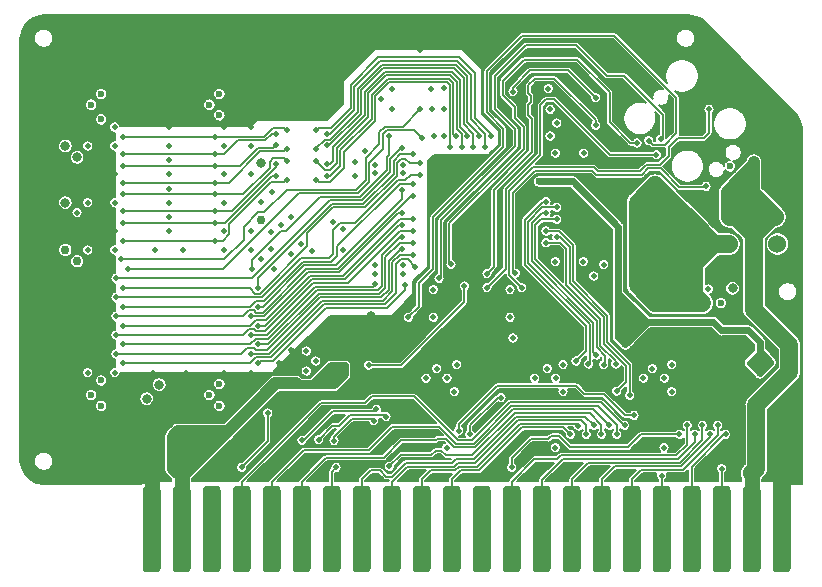
<source format=gbl>
G04 #@! TF.GenerationSoftware,KiCad,Pcbnew,(5.1.5-0-10_14)*
G04 #@! TF.CreationDate,2021-05-04T04:36:55-04:00*
G04 #@! TF.ProjectId,RAM2GS,52414d32-4753-42e6-9b69-6361645f7063,2.0*
G04 #@! TF.SameCoordinates,Original*
G04 #@! TF.FileFunction,Copper,L4,Bot*
G04 #@! TF.FilePolarity,Positive*
%FSLAX46Y46*%
G04 Gerber Fmt 4.6, Leading zero omitted, Abs format (unit mm)*
G04 Created by KiCad (PCBNEW (5.1.5-0-10_14)) date 2021-05-04 04:36:55*
%MOMM*%
%LPD*%
G04 APERTURE LIST*
%ADD10C,0.100000*%
%ADD11C,2.000000*%
%ADD12C,0.500000*%
%ADD13C,0.762000*%
%ADD14C,0.800000*%
%ADD15C,0.600000*%
%ADD16C,1.524000*%
%ADD17C,1.000000*%
%ADD18C,0.508000*%
%ADD19C,1.270000*%
%ADD20C,1.524000*%
%ADD21C,0.500000*%
%ADD22C,0.150000*%
%ADD23C,0.508000*%
%ADD24C,1.000000*%
%ADD25C,0.600000*%
G04 APERTURE END LIST*
G04 #@! TA.AperFunction,SMDPad,CuDef*
D10*
G36*
X111416345Y-131613835D02*
G01*
X111453329Y-131619321D01*
X111489598Y-131628406D01*
X111524802Y-131641002D01*
X111558602Y-131656988D01*
X111590672Y-131676210D01*
X111620704Y-131698483D01*
X111648408Y-131723592D01*
X111673517Y-131751296D01*
X111695790Y-131781328D01*
X111715012Y-131813398D01*
X111730998Y-131847198D01*
X111743594Y-131882402D01*
X111752679Y-131918671D01*
X111758165Y-131955655D01*
X111760000Y-131993000D01*
X111760000Y-138571000D01*
X111758165Y-138608345D01*
X111752679Y-138645329D01*
X111743594Y-138681598D01*
X111730998Y-138716802D01*
X111715012Y-138750602D01*
X111695790Y-138782672D01*
X111673517Y-138812704D01*
X111648408Y-138840408D01*
X111620704Y-138865517D01*
X111590672Y-138887790D01*
X111558602Y-138907012D01*
X111524802Y-138922998D01*
X111489598Y-138935594D01*
X111453329Y-138944679D01*
X111416345Y-138950165D01*
X111379000Y-138952000D01*
X110617000Y-138952000D01*
X110579655Y-138950165D01*
X110542671Y-138944679D01*
X110506402Y-138935594D01*
X110471198Y-138922998D01*
X110437398Y-138907012D01*
X110405328Y-138887790D01*
X110375296Y-138865517D01*
X110347592Y-138840408D01*
X110322483Y-138812704D01*
X110300210Y-138782672D01*
X110280988Y-138750602D01*
X110265002Y-138716802D01*
X110252406Y-138681598D01*
X110243321Y-138645329D01*
X110237835Y-138608345D01*
X110236000Y-138571000D01*
X110236000Y-131993000D01*
X110237835Y-131955655D01*
X110243321Y-131918671D01*
X110252406Y-131882402D01*
X110265002Y-131847198D01*
X110280988Y-131813398D01*
X110300210Y-131781328D01*
X110322483Y-131751296D01*
X110347592Y-131723592D01*
X110375296Y-131698483D01*
X110405328Y-131676210D01*
X110437398Y-131656988D01*
X110471198Y-131641002D01*
X110506402Y-131628406D01*
X110542671Y-131619321D01*
X110579655Y-131613835D01*
X110617000Y-131612000D01*
X111379000Y-131612000D01*
X111416345Y-131613835D01*
G37*
G04 #@! TD.AperFunction*
G04 #@! TA.AperFunction,SMDPad,CuDef*
G36*
X108876345Y-131613835D02*
G01*
X108913329Y-131619321D01*
X108949598Y-131628406D01*
X108984802Y-131641002D01*
X109018602Y-131656988D01*
X109050672Y-131676210D01*
X109080704Y-131698483D01*
X109108408Y-131723592D01*
X109133517Y-131751296D01*
X109155790Y-131781328D01*
X109175012Y-131813398D01*
X109190998Y-131847198D01*
X109203594Y-131882402D01*
X109212679Y-131918671D01*
X109218165Y-131955655D01*
X109220000Y-131993000D01*
X109220000Y-138571000D01*
X109218165Y-138608345D01*
X109212679Y-138645329D01*
X109203594Y-138681598D01*
X109190998Y-138716802D01*
X109175012Y-138750602D01*
X109155790Y-138782672D01*
X109133517Y-138812704D01*
X109108408Y-138840408D01*
X109080704Y-138865517D01*
X109050672Y-138887790D01*
X109018602Y-138907012D01*
X108984802Y-138922998D01*
X108949598Y-138935594D01*
X108913329Y-138944679D01*
X108876345Y-138950165D01*
X108839000Y-138952000D01*
X108077000Y-138952000D01*
X108039655Y-138950165D01*
X108002671Y-138944679D01*
X107966402Y-138935594D01*
X107931198Y-138922998D01*
X107897398Y-138907012D01*
X107865328Y-138887790D01*
X107835296Y-138865517D01*
X107807592Y-138840408D01*
X107782483Y-138812704D01*
X107760210Y-138782672D01*
X107740988Y-138750602D01*
X107725002Y-138716802D01*
X107712406Y-138681598D01*
X107703321Y-138645329D01*
X107697835Y-138608345D01*
X107696000Y-138571000D01*
X107696000Y-131993000D01*
X107697835Y-131955655D01*
X107703321Y-131918671D01*
X107712406Y-131882402D01*
X107725002Y-131847198D01*
X107740988Y-131813398D01*
X107760210Y-131781328D01*
X107782483Y-131751296D01*
X107807592Y-131723592D01*
X107835296Y-131698483D01*
X107865328Y-131676210D01*
X107897398Y-131656988D01*
X107931198Y-131641002D01*
X107966402Y-131628406D01*
X108002671Y-131619321D01*
X108039655Y-131613835D01*
X108077000Y-131612000D01*
X108839000Y-131612000D01*
X108876345Y-131613835D01*
G37*
G04 #@! TD.AperFunction*
G04 #@! TA.AperFunction,SMDPad,CuDef*
G36*
X106336345Y-131613835D02*
G01*
X106373329Y-131619321D01*
X106409598Y-131628406D01*
X106444802Y-131641002D01*
X106478602Y-131656988D01*
X106510672Y-131676210D01*
X106540704Y-131698483D01*
X106568408Y-131723592D01*
X106593517Y-131751296D01*
X106615790Y-131781328D01*
X106635012Y-131813398D01*
X106650998Y-131847198D01*
X106663594Y-131882402D01*
X106672679Y-131918671D01*
X106678165Y-131955655D01*
X106680000Y-131993000D01*
X106680000Y-138571000D01*
X106678165Y-138608345D01*
X106672679Y-138645329D01*
X106663594Y-138681598D01*
X106650998Y-138716802D01*
X106635012Y-138750602D01*
X106615790Y-138782672D01*
X106593517Y-138812704D01*
X106568408Y-138840408D01*
X106540704Y-138865517D01*
X106510672Y-138887790D01*
X106478602Y-138907012D01*
X106444802Y-138922998D01*
X106409598Y-138935594D01*
X106373329Y-138944679D01*
X106336345Y-138950165D01*
X106299000Y-138952000D01*
X105537000Y-138952000D01*
X105499655Y-138950165D01*
X105462671Y-138944679D01*
X105426402Y-138935594D01*
X105391198Y-138922998D01*
X105357398Y-138907012D01*
X105325328Y-138887790D01*
X105295296Y-138865517D01*
X105267592Y-138840408D01*
X105242483Y-138812704D01*
X105220210Y-138782672D01*
X105200988Y-138750602D01*
X105185002Y-138716802D01*
X105172406Y-138681598D01*
X105163321Y-138645329D01*
X105157835Y-138608345D01*
X105156000Y-138571000D01*
X105156000Y-131993000D01*
X105157835Y-131955655D01*
X105163321Y-131918671D01*
X105172406Y-131882402D01*
X105185002Y-131847198D01*
X105200988Y-131813398D01*
X105220210Y-131781328D01*
X105242483Y-131751296D01*
X105267592Y-131723592D01*
X105295296Y-131698483D01*
X105325328Y-131676210D01*
X105357398Y-131656988D01*
X105391198Y-131641002D01*
X105426402Y-131628406D01*
X105462671Y-131619321D01*
X105499655Y-131613835D01*
X105537000Y-131612000D01*
X106299000Y-131612000D01*
X106336345Y-131613835D01*
G37*
G04 #@! TD.AperFunction*
G04 #@! TA.AperFunction,SMDPad,CuDef*
G36*
X103796345Y-131613835D02*
G01*
X103833329Y-131619321D01*
X103869598Y-131628406D01*
X103904802Y-131641002D01*
X103938602Y-131656988D01*
X103970672Y-131676210D01*
X104000704Y-131698483D01*
X104028408Y-131723592D01*
X104053517Y-131751296D01*
X104075790Y-131781328D01*
X104095012Y-131813398D01*
X104110998Y-131847198D01*
X104123594Y-131882402D01*
X104132679Y-131918671D01*
X104138165Y-131955655D01*
X104140000Y-131993000D01*
X104140000Y-138571000D01*
X104138165Y-138608345D01*
X104132679Y-138645329D01*
X104123594Y-138681598D01*
X104110998Y-138716802D01*
X104095012Y-138750602D01*
X104075790Y-138782672D01*
X104053517Y-138812704D01*
X104028408Y-138840408D01*
X104000704Y-138865517D01*
X103970672Y-138887790D01*
X103938602Y-138907012D01*
X103904802Y-138922998D01*
X103869598Y-138935594D01*
X103833329Y-138944679D01*
X103796345Y-138950165D01*
X103759000Y-138952000D01*
X102997000Y-138952000D01*
X102959655Y-138950165D01*
X102922671Y-138944679D01*
X102886402Y-138935594D01*
X102851198Y-138922998D01*
X102817398Y-138907012D01*
X102785328Y-138887790D01*
X102755296Y-138865517D01*
X102727592Y-138840408D01*
X102702483Y-138812704D01*
X102680210Y-138782672D01*
X102660988Y-138750602D01*
X102645002Y-138716802D01*
X102632406Y-138681598D01*
X102623321Y-138645329D01*
X102617835Y-138608345D01*
X102616000Y-138571000D01*
X102616000Y-131993000D01*
X102617835Y-131955655D01*
X102623321Y-131918671D01*
X102632406Y-131882402D01*
X102645002Y-131847198D01*
X102660988Y-131813398D01*
X102680210Y-131781328D01*
X102702483Y-131751296D01*
X102727592Y-131723592D01*
X102755296Y-131698483D01*
X102785328Y-131676210D01*
X102817398Y-131656988D01*
X102851198Y-131641002D01*
X102886402Y-131628406D01*
X102922671Y-131619321D01*
X102959655Y-131613835D01*
X102997000Y-131612000D01*
X103759000Y-131612000D01*
X103796345Y-131613835D01*
G37*
G04 #@! TD.AperFunction*
G04 #@! TA.AperFunction,SMDPad,CuDef*
G36*
X101256345Y-131613835D02*
G01*
X101293329Y-131619321D01*
X101329598Y-131628406D01*
X101364802Y-131641002D01*
X101398602Y-131656988D01*
X101430672Y-131676210D01*
X101460704Y-131698483D01*
X101488408Y-131723592D01*
X101513517Y-131751296D01*
X101535790Y-131781328D01*
X101555012Y-131813398D01*
X101570998Y-131847198D01*
X101583594Y-131882402D01*
X101592679Y-131918671D01*
X101598165Y-131955655D01*
X101600000Y-131993000D01*
X101600000Y-138571000D01*
X101598165Y-138608345D01*
X101592679Y-138645329D01*
X101583594Y-138681598D01*
X101570998Y-138716802D01*
X101555012Y-138750602D01*
X101535790Y-138782672D01*
X101513517Y-138812704D01*
X101488408Y-138840408D01*
X101460704Y-138865517D01*
X101430672Y-138887790D01*
X101398602Y-138907012D01*
X101364802Y-138922998D01*
X101329598Y-138935594D01*
X101293329Y-138944679D01*
X101256345Y-138950165D01*
X101219000Y-138952000D01*
X100457000Y-138952000D01*
X100419655Y-138950165D01*
X100382671Y-138944679D01*
X100346402Y-138935594D01*
X100311198Y-138922998D01*
X100277398Y-138907012D01*
X100245328Y-138887790D01*
X100215296Y-138865517D01*
X100187592Y-138840408D01*
X100162483Y-138812704D01*
X100140210Y-138782672D01*
X100120988Y-138750602D01*
X100105002Y-138716802D01*
X100092406Y-138681598D01*
X100083321Y-138645329D01*
X100077835Y-138608345D01*
X100076000Y-138571000D01*
X100076000Y-131993000D01*
X100077835Y-131955655D01*
X100083321Y-131918671D01*
X100092406Y-131882402D01*
X100105002Y-131847198D01*
X100120988Y-131813398D01*
X100140210Y-131781328D01*
X100162483Y-131751296D01*
X100187592Y-131723592D01*
X100215296Y-131698483D01*
X100245328Y-131676210D01*
X100277398Y-131656988D01*
X100311198Y-131641002D01*
X100346402Y-131628406D01*
X100382671Y-131619321D01*
X100419655Y-131613835D01*
X100457000Y-131612000D01*
X101219000Y-131612000D01*
X101256345Y-131613835D01*
G37*
G04 #@! TD.AperFunction*
G04 #@! TA.AperFunction,SMDPad,CuDef*
G36*
X98716345Y-131613835D02*
G01*
X98753329Y-131619321D01*
X98789598Y-131628406D01*
X98824802Y-131641002D01*
X98858602Y-131656988D01*
X98890672Y-131676210D01*
X98920704Y-131698483D01*
X98948408Y-131723592D01*
X98973517Y-131751296D01*
X98995790Y-131781328D01*
X99015012Y-131813398D01*
X99030998Y-131847198D01*
X99043594Y-131882402D01*
X99052679Y-131918671D01*
X99058165Y-131955655D01*
X99060000Y-131993000D01*
X99060000Y-138571000D01*
X99058165Y-138608345D01*
X99052679Y-138645329D01*
X99043594Y-138681598D01*
X99030998Y-138716802D01*
X99015012Y-138750602D01*
X98995790Y-138782672D01*
X98973517Y-138812704D01*
X98948408Y-138840408D01*
X98920704Y-138865517D01*
X98890672Y-138887790D01*
X98858602Y-138907012D01*
X98824802Y-138922998D01*
X98789598Y-138935594D01*
X98753329Y-138944679D01*
X98716345Y-138950165D01*
X98679000Y-138952000D01*
X97917000Y-138952000D01*
X97879655Y-138950165D01*
X97842671Y-138944679D01*
X97806402Y-138935594D01*
X97771198Y-138922998D01*
X97737398Y-138907012D01*
X97705328Y-138887790D01*
X97675296Y-138865517D01*
X97647592Y-138840408D01*
X97622483Y-138812704D01*
X97600210Y-138782672D01*
X97580988Y-138750602D01*
X97565002Y-138716802D01*
X97552406Y-138681598D01*
X97543321Y-138645329D01*
X97537835Y-138608345D01*
X97536000Y-138571000D01*
X97536000Y-131993000D01*
X97537835Y-131955655D01*
X97543321Y-131918671D01*
X97552406Y-131882402D01*
X97565002Y-131847198D01*
X97580988Y-131813398D01*
X97600210Y-131781328D01*
X97622483Y-131751296D01*
X97647592Y-131723592D01*
X97675296Y-131698483D01*
X97705328Y-131676210D01*
X97737398Y-131656988D01*
X97771198Y-131641002D01*
X97806402Y-131628406D01*
X97842671Y-131619321D01*
X97879655Y-131613835D01*
X97917000Y-131612000D01*
X98679000Y-131612000D01*
X98716345Y-131613835D01*
G37*
G04 #@! TD.AperFunction*
G04 #@! TA.AperFunction,SMDPad,CuDef*
G36*
X96176345Y-131613835D02*
G01*
X96213329Y-131619321D01*
X96249598Y-131628406D01*
X96284802Y-131641002D01*
X96318602Y-131656988D01*
X96350672Y-131676210D01*
X96380704Y-131698483D01*
X96408408Y-131723592D01*
X96433517Y-131751296D01*
X96455790Y-131781328D01*
X96475012Y-131813398D01*
X96490998Y-131847198D01*
X96503594Y-131882402D01*
X96512679Y-131918671D01*
X96518165Y-131955655D01*
X96520000Y-131993000D01*
X96520000Y-138571000D01*
X96518165Y-138608345D01*
X96512679Y-138645329D01*
X96503594Y-138681598D01*
X96490998Y-138716802D01*
X96475012Y-138750602D01*
X96455790Y-138782672D01*
X96433517Y-138812704D01*
X96408408Y-138840408D01*
X96380704Y-138865517D01*
X96350672Y-138887790D01*
X96318602Y-138907012D01*
X96284802Y-138922998D01*
X96249598Y-138935594D01*
X96213329Y-138944679D01*
X96176345Y-138950165D01*
X96139000Y-138952000D01*
X95377000Y-138952000D01*
X95339655Y-138950165D01*
X95302671Y-138944679D01*
X95266402Y-138935594D01*
X95231198Y-138922998D01*
X95197398Y-138907012D01*
X95165328Y-138887790D01*
X95135296Y-138865517D01*
X95107592Y-138840408D01*
X95082483Y-138812704D01*
X95060210Y-138782672D01*
X95040988Y-138750602D01*
X95025002Y-138716802D01*
X95012406Y-138681598D01*
X95003321Y-138645329D01*
X94997835Y-138608345D01*
X94996000Y-138571000D01*
X94996000Y-131993000D01*
X94997835Y-131955655D01*
X95003321Y-131918671D01*
X95012406Y-131882402D01*
X95025002Y-131847198D01*
X95040988Y-131813398D01*
X95060210Y-131781328D01*
X95082483Y-131751296D01*
X95107592Y-131723592D01*
X95135296Y-131698483D01*
X95165328Y-131676210D01*
X95197398Y-131656988D01*
X95231198Y-131641002D01*
X95266402Y-131628406D01*
X95302671Y-131619321D01*
X95339655Y-131613835D01*
X95377000Y-131612000D01*
X96139000Y-131612000D01*
X96176345Y-131613835D01*
G37*
G04 #@! TD.AperFunction*
G04 #@! TA.AperFunction,SMDPad,CuDef*
G36*
X93636345Y-131613835D02*
G01*
X93673329Y-131619321D01*
X93709598Y-131628406D01*
X93744802Y-131641002D01*
X93778602Y-131656988D01*
X93810672Y-131676210D01*
X93840704Y-131698483D01*
X93868408Y-131723592D01*
X93893517Y-131751296D01*
X93915790Y-131781328D01*
X93935012Y-131813398D01*
X93950998Y-131847198D01*
X93963594Y-131882402D01*
X93972679Y-131918671D01*
X93978165Y-131955655D01*
X93980000Y-131993000D01*
X93980000Y-138571000D01*
X93978165Y-138608345D01*
X93972679Y-138645329D01*
X93963594Y-138681598D01*
X93950998Y-138716802D01*
X93935012Y-138750602D01*
X93915790Y-138782672D01*
X93893517Y-138812704D01*
X93868408Y-138840408D01*
X93840704Y-138865517D01*
X93810672Y-138887790D01*
X93778602Y-138907012D01*
X93744802Y-138922998D01*
X93709598Y-138935594D01*
X93673329Y-138944679D01*
X93636345Y-138950165D01*
X93599000Y-138952000D01*
X92837000Y-138952000D01*
X92799655Y-138950165D01*
X92762671Y-138944679D01*
X92726402Y-138935594D01*
X92691198Y-138922998D01*
X92657398Y-138907012D01*
X92625328Y-138887790D01*
X92595296Y-138865517D01*
X92567592Y-138840408D01*
X92542483Y-138812704D01*
X92520210Y-138782672D01*
X92500988Y-138750602D01*
X92485002Y-138716802D01*
X92472406Y-138681598D01*
X92463321Y-138645329D01*
X92457835Y-138608345D01*
X92456000Y-138571000D01*
X92456000Y-131993000D01*
X92457835Y-131955655D01*
X92463321Y-131918671D01*
X92472406Y-131882402D01*
X92485002Y-131847198D01*
X92500988Y-131813398D01*
X92520210Y-131781328D01*
X92542483Y-131751296D01*
X92567592Y-131723592D01*
X92595296Y-131698483D01*
X92625328Y-131676210D01*
X92657398Y-131656988D01*
X92691198Y-131641002D01*
X92726402Y-131628406D01*
X92762671Y-131619321D01*
X92799655Y-131613835D01*
X92837000Y-131612000D01*
X93599000Y-131612000D01*
X93636345Y-131613835D01*
G37*
G04 #@! TD.AperFunction*
G04 #@! TA.AperFunction,SMDPad,CuDef*
G36*
X91096345Y-131613835D02*
G01*
X91133329Y-131619321D01*
X91169598Y-131628406D01*
X91204802Y-131641002D01*
X91238602Y-131656988D01*
X91270672Y-131676210D01*
X91300704Y-131698483D01*
X91328408Y-131723592D01*
X91353517Y-131751296D01*
X91375790Y-131781328D01*
X91395012Y-131813398D01*
X91410998Y-131847198D01*
X91423594Y-131882402D01*
X91432679Y-131918671D01*
X91438165Y-131955655D01*
X91440000Y-131993000D01*
X91440000Y-138571000D01*
X91438165Y-138608345D01*
X91432679Y-138645329D01*
X91423594Y-138681598D01*
X91410998Y-138716802D01*
X91395012Y-138750602D01*
X91375790Y-138782672D01*
X91353517Y-138812704D01*
X91328408Y-138840408D01*
X91300704Y-138865517D01*
X91270672Y-138887790D01*
X91238602Y-138907012D01*
X91204802Y-138922998D01*
X91169598Y-138935594D01*
X91133329Y-138944679D01*
X91096345Y-138950165D01*
X91059000Y-138952000D01*
X90297000Y-138952000D01*
X90259655Y-138950165D01*
X90222671Y-138944679D01*
X90186402Y-138935594D01*
X90151198Y-138922998D01*
X90117398Y-138907012D01*
X90085328Y-138887790D01*
X90055296Y-138865517D01*
X90027592Y-138840408D01*
X90002483Y-138812704D01*
X89980210Y-138782672D01*
X89960988Y-138750602D01*
X89945002Y-138716802D01*
X89932406Y-138681598D01*
X89923321Y-138645329D01*
X89917835Y-138608345D01*
X89916000Y-138571000D01*
X89916000Y-131993000D01*
X89917835Y-131955655D01*
X89923321Y-131918671D01*
X89932406Y-131882402D01*
X89945002Y-131847198D01*
X89960988Y-131813398D01*
X89980210Y-131781328D01*
X90002483Y-131751296D01*
X90027592Y-131723592D01*
X90055296Y-131698483D01*
X90085328Y-131676210D01*
X90117398Y-131656988D01*
X90151198Y-131641002D01*
X90186402Y-131628406D01*
X90222671Y-131619321D01*
X90259655Y-131613835D01*
X90297000Y-131612000D01*
X91059000Y-131612000D01*
X91096345Y-131613835D01*
G37*
G04 #@! TD.AperFunction*
G04 #@! TA.AperFunction,SMDPad,CuDef*
G36*
X88556345Y-131613835D02*
G01*
X88593329Y-131619321D01*
X88629598Y-131628406D01*
X88664802Y-131641002D01*
X88698602Y-131656988D01*
X88730672Y-131676210D01*
X88760704Y-131698483D01*
X88788408Y-131723592D01*
X88813517Y-131751296D01*
X88835790Y-131781328D01*
X88855012Y-131813398D01*
X88870998Y-131847198D01*
X88883594Y-131882402D01*
X88892679Y-131918671D01*
X88898165Y-131955655D01*
X88900000Y-131993000D01*
X88900000Y-138571000D01*
X88898165Y-138608345D01*
X88892679Y-138645329D01*
X88883594Y-138681598D01*
X88870998Y-138716802D01*
X88855012Y-138750602D01*
X88835790Y-138782672D01*
X88813517Y-138812704D01*
X88788408Y-138840408D01*
X88760704Y-138865517D01*
X88730672Y-138887790D01*
X88698602Y-138907012D01*
X88664802Y-138922998D01*
X88629598Y-138935594D01*
X88593329Y-138944679D01*
X88556345Y-138950165D01*
X88519000Y-138952000D01*
X87757000Y-138952000D01*
X87719655Y-138950165D01*
X87682671Y-138944679D01*
X87646402Y-138935594D01*
X87611198Y-138922998D01*
X87577398Y-138907012D01*
X87545328Y-138887790D01*
X87515296Y-138865517D01*
X87487592Y-138840408D01*
X87462483Y-138812704D01*
X87440210Y-138782672D01*
X87420988Y-138750602D01*
X87405002Y-138716802D01*
X87392406Y-138681598D01*
X87383321Y-138645329D01*
X87377835Y-138608345D01*
X87376000Y-138571000D01*
X87376000Y-131993000D01*
X87377835Y-131955655D01*
X87383321Y-131918671D01*
X87392406Y-131882402D01*
X87405002Y-131847198D01*
X87420988Y-131813398D01*
X87440210Y-131781328D01*
X87462483Y-131751296D01*
X87487592Y-131723592D01*
X87515296Y-131698483D01*
X87545328Y-131676210D01*
X87577398Y-131656988D01*
X87611198Y-131641002D01*
X87646402Y-131628406D01*
X87682671Y-131619321D01*
X87719655Y-131613835D01*
X87757000Y-131612000D01*
X88519000Y-131612000D01*
X88556345Y-131613835D01*
G37*
G04 #@! TD.AperFunction*
G04 #@! TA.AperFunction,SMDPad,CuDef*
G36*
X86016345Y-131613835D02*
G01*
X86053329Y-131619321D01*
X86089598Y-131628406D01*
X86124802Y-131641002D01*
X86158602Y-131656988D01*
X86190672Y-131676210D01*
X86220704Y-131698483D01*
X86248408Y-131723592D01*
X86273517Y-131751296D01*
X86295790Y-131781328D01*
X86315012Y-131813398D01*
X86330998Y-131847198D01*
X86343594Y-131882402D01*
X86352679Y-131918671D01*
X86358165Y-131955655D01*
X86360000Y-131993000D01*
X86360000Y-138571000D01*
X86358165Y-138608345D01*
X86352679Y-138645329D01*
X86343594Y-138681598D01*
X86330998Y-138716802D01*
X86315012Y-138750602D01*
X86295790Y-138782672D01*
X86273517Y-138812704D01*
X86248408Y-138840408D01*
X86220704Y-138865517D01*
X86190672Y-138887790D01*
X86158602Y-138907012D01*
X86124802Y-138922998D01*
X86089598Y-138935594D01*
X86053329Y-138944679D01*
X86016345Y-138950165D01*
X85979000Y-138952000D01*
X85217000Y-138952000D01*
X85179655Y-138950165D01*
X85142671Y-138944679D01*
X85106402Y-138935594D01*
X85071198Y-138922998D01*
X85037398Y-138907012D01*
X85005328Y-138887790D01*
X84975296Y-138865517D01*
X84947592Y-138840408D01*
X84922483Y-138812704D01*
X84900210Y-138782672D01*
X84880988Y-138750602D01*
X84865002Y-138716802D01*
X84852406Y-138681598D01*
X84843321Y-138645329D01*
X84837835Y-138608345D01*
X84836000Y-138571000D01*
X84836000Y-131993000D01*
X84837835Y-131955655D01*
X84843321Y-131918671D01*
X84852406Y-131882402D01*
X84865002Y-131847198D01*
X84880988Y-131813398D01*
X84900210Y-131781328D01*
X84922483Y-131751296D01*
X84947592Y-131723592D01*
X84975296Y-131698483D01*
X85005328Y-131676210D01*
X85037398Y-131656988D01*
X85071198Y-131641002D01*
X85106402Y-131628406D01*
X85142671Y-131619321D01*
X85179655Y-131613835D01*
X85217000Y-131612000D01*
X85979000Y-131612000D01*
X86016345Y-131613835D01*
G37*
G04 #@! TD.AperFunction*
G04 #@! TA.AperFunction,SMDPad,CuDef*
G36*
X83476345Y-131613835D02*
G01*
X83513329Y-131619321D01*
X83549598Y-131628406D01*
X83584802Y-131641002D01*
X83618602Y-131656988D01*
X83650672Y-131676210D01*
X83680704Y-131698483D01*
X83708408Y-131723592D01*
X83733517Y-131751296D01*
X83755790Y-131781328D01*
X83775012Y-131813398D01*
X83790998Y-131847198D01*
X83803594Y-131882402D01*
X83812679Y-131918671D01*
X83818165Y-131955655D01*
X83820000Y-131993000D01*
X83820000Y-138571000D01*
X83818165Y-138608345D01*
X83812679Y-138645329D01*
X83803594Y-138681598D01*
X83790998Y-138716802D01*
X83775012Y-138750602D01*
X83755790Y-138782672D01*
X83733517Y-138812704D01*
X83708408Y-138840408D01*
X83680704Y-138865517D01*
X83650672Y-138887790D01*
X83618602Y-138907012D01*
X83584802Y-138922998D01*
X83549598Y-138935594D01*
X83513329Y-138944679D01*
X83476345Y-138950165D01*
X83439000Y-138952000D01*
X82677000Y-138952000D01*
X82639655Y-138950165D01*
X82602671Y-138944679D01*
X82566402Y-138935594D01*
X82531198Y-138922998D01*
X82497398Y-138907012D01*
X82465328Y-138887790D01*
X82435296Y-138865517D01*
X82407592Y-138840408D01*
X82382483Y-138812704D01*
X82360210Y-138782672D01*
X82340988Y-138750602D01*
X82325002Y-138716802D01*
X82312406Y-138681598D01*
X82303321Y-138645329D01*
X82297835Y-138608345D01*
X82296000Y-138571000D01*
X82296000Y-131993000D01*
X82297835Y-131955655D01*
X82303321Y-131918671D01*
X82312406Y-131882402D01*
X82325002Y-131847198D01*
X82340988Y-131813398D01*
X82360210Y-131781328D01*
X82382483Y-131751296D01*
X82407592Y-131723592D01*
X82435296Y-131698483D01*
X82465328Y-131676210D01*
X82497398Y-131656988D01*
X82531198Y-131641002D01*
X82566402Y-131628406D01*
X82602671Y-131619321D01*
X82639655Y-131613835D01*
X82677000Y-131612000D01*
X83439000Y-131612000D01*
X83476345Y-131613835D01*
G37*
G04 #@! TD.AperFunction*
G04 #@! TA.AperFunction,SMDPad,CuDef*
G36*
X80936345Y-131613835D02*
G01*
X80973329Y-131619321D01*
X81009598Y-131628406D01*
X81044802Y-131641002D01*
X81078602Y-131656988D01*
X81110672Y-131676210D01*
X81140704Y-131698483D01*
X81168408Y-131723592D01*
X81193517Y-131751296D01*
X81215790Y-131781328D01*
X81235012Y-131813398D01*
X81250998Y-131847198D01*
X81263594Y-131882402D01*
X81272679Y-131918671D01*
X81278165Y-131955655D01*
X81280000Y-131993000D01*
X81280000Y-138571000D01*
X81278165Y-138608345D01*
X81272679Y-138645329D01*
X81263594Y-138681598D01*
X81250998Y-138716802D01*
X81235012Y-138750602D01*
X81215790Y-138782672D01*
X81193517Y-138812704D01*
X81168408Y-138840408D01*
X81140704Y-138865517D01*
X81110672Y-138887790D01*
X81078602Y-138907012D01*
X81044802Y-138922998D01*
X81009598Y-138935594D01*
X80973329Y-138944679D01*
X80936345Y-138950165D01*
X80899000Y-138952000D01*
X80137000Y-138952000D01*
X80099655Y-138950165D01*
X80062671Y-138944679D01*
X80026402Y-138935594D01*
X79991198Y-138922998D01*
X79957398Y-138907012D01*
X79925328Y-138887790D01*
X79895296Y-138865517D01*
X79867592Y-138840408D01*
X79842483Y-138812704D01*
X79820210Y-138782672D01*
X79800988Y-138750602D01*
X79785002Y-138716802D01*
X79772406Y-138681598D01*
X79763321Y-138645329D01*
X79757835Y-138608345D01*
X79756000Y-138571000D01*
X79756000Y-131993000D01*
X79757835Y-131955655D01*
X79763321Y-131918671D01*
X79772406Y-131882402D01*
X79785002Y-131847198D01*
X79800988Y-131813398D01*
X79820210Y-131781328D01*
X79842483Y-131751296D01*
X79867592Y-131723592D01*
X79895296Y-131698483D01*
X79925328Y-131676210D01*
X79957398Y-131656988D01*
X79991198Y-131641002D01*
X80026402Y-131628406D01*
X80062671Y-131619321D01*
X80099655Y-131613835D01*
X80137000Y-131612000D01*
X80899000Y-131612000D01*
X80936345Y-131613835D01*
G37*
G04 #@! TD.AperFunction*
G04 #@! TA.AperFunction,SMDPad,CuDef*
G36*
X78396345Y-131613835D02*
G01*
X78433329Y-131619321D01*
X78469598Y-131628406D01*
X78504802Y-131641002D01*
X78538602Y-131656988D01*
X78570672Y-131676210D01*
X78600704Y-131698483D01*
X78628408Y-131723592D01*
X78653517Y-131751296D01*
X78675790Y-131781328D01*
X78695012Y-131813398D01*
X78710998Y-131847198D01*
X78723594Y-131882402D01*
X78732679Y-131918671D01*
X78738165Y-131955655D01*
X78740000Y-131993000D01*
X78740000Y-138571000D01*
X78738165Y-138608345D01*
X78732679Y-138645329D01*
X78723594Y-138681598D01*
X78710998Y-138716802D01*
X78695012Y-138750602D01*
X78675790Y-138782672D01*
X78653517Y-138812704D01*
X78628408Y-138840408D01*
X78600704Y-138865517D01*
X78570672Y-138887790D01*
X78538602Y-138907012D01*
X78504802Y-138922998D01*
X78469598Y-138935594D01*
X78433329Y-138944679D01*
X78396345Y-138950165D01*
X78359000Y-138952000D01*
X77597000Y-138952000D01*
X77559655Y-138950165D01*
X77522671Y-138944679D01*
X77486402Y-138935594D01*
X77451198Y-138922998D01*
X77417398Y-138907012D01*
X77385328Y-138887790D01*
X77355296Y-138865517D01*
X77327592Y-138840408D01*
X77302483Y-138812704D01*
X77280210Y-138782672D01*
X77260988Y-138750602D01*
X77245002Y-138716802D01*
X77232406Y-138681598D01*
X77223321Y-138645329D01*
X77217835Y-138608345D01*
X77216000Y-138571000D01*
X77216000Y-131993000D01*
X77217835Y-131955655D01*
X77223321Y-131918671D01*
X77232406Y-131882402D01*
X77245002Y-131847198D01*
X77260988Y-131813398D01*
X77280210Y-131781328D01*
X77302483Y-131751296D01*
X77327592Y-131723592D01*
X77355296Y-131698483D01*
X77385328Y-131676210D01*
X77417398Y-131656988D01*
X77451198Y-131641002D01*
X77486402Y-131628406D01*
X77522671Y-131619321D01*
X77559655Y-131613835D01*
X77597000Y-131612000D01*
X78359000Y-131612000D01*
X78396345Y-131613835D01*
G37*
G04 #@! TD.AperFunction*
G04 #@! TA.AperFunction,SMDPad,CuDef*
G36*
X75856345Y-131613835D02*
G01*
X75893329Y-131619321D01*
X75929598Y-131628406D01*
X75964802Y-131641002D01*
X75998602Y-131656988D01*
X76030672Y-131676210D01*
X76060704Y-131698483D01*
X76088408Y-131723592D01*
X76113517Y-131751296D01*
X76135790Y-131781328D01*
X76155012Y-131813398D01*
X76170998Y-131847198D01*
X76183594Y-131882402D01*
X76192679Y-131918671D01*
X76198165Y-131955655D01*
X76200000Y-131993000D01*
X76200000Y-138571000D01*
X76198165Y-138608345D01*
X76192679Y-138645329D01*
X76183594Y-138681598D01*
X76170998Y-138716802D01*
X76155012Y-138750602D01*
X76135790Y-138782672D01*
X76113517Y-138812704D01*
X76088408Y-138840408D01*
X76060704Y-138865517D01*
X76030672Y-138887790D01*
X75998602Y-138907012D01*
X75964802Y-138922998D01*
X75929598Y-138935594D01*
X75893329Y-138944679D01*
X75856345Y-138950165D01*
X75819000Y-138952000D01*
X75057000Y-138952000D01*
X75019655Y-138950165D01*
X74982671Y-138944679D01*
X74946402Y-138935594D01*
X74911198Y-138922998D01*
X74877398Y-138907012D01*
X74845328Y-138887790D01*
X74815296Y-138865517D01*
X74787592Y-138840408D01*
X74762483Y-138812704D01*
X74740210Y-138782672D01*
X74720988Y-138750602D01*
X74705002Y-138716802D01*
X74692406Y-138681598D01*
X74683321Y-138645329D01*
X74677835Y-138608345D01*
X74676000Y-138571000D01*
X74676000Y-131993000D01*
X74677835Y-131955655D01*
X74683321Y-131918671D01*
X74692406Y-131882402D01*
X74705002Y-131847198D01*
X74720988Y-131813398D01*
X74740210Y-131781328D01*
X74762483Y-131751296D01*
X74787592Y-131723592D01*
X74815296Y-131698483D01*
X74845328Y-131676210D01*
X74877398Y-131656988D01*
X74911198Y-131641002D01*
X74946402Y-131628406D01*
X74982671Y-131619321D01*
X75019655Y-131613835D01*
X75057000Y-131612000D01*
X75819000Y-131612000D01*
X75856345Y-131613835D01*
G37*
G04 #@! TD.AperFunction*
G04 #@! TA.AperFunction,SMDPad,CuDef*
G36*
X73316345Y-131613835D02*
G01*
X73353329Y-131619321D01*
X73389598Y-131628406D01*
X73424802Y-131641002D01*
X73458602Y-131656988D01*
X73490672Y-131676210D01*
X73520704Y-131698483D01*
X73548408Y-131723592D01*
X73573517Y-131751296D01*
X73595790Y-131781328D01*
X73615012Y-131813398D01*
X73630998Y-131847198D01*
X73643594Y-131882402D01*
X73652679Y-131918671D01*
X73658165Y-131955655D01*
X73660000Y-131993000D01*
X73660000Y-138571000D01*
X73658165Y-138608345D01*
X73652679Y-138645329D01*
X73643594Y-138681598D01*
X73630998Y-138716802D01*
X73615012Y-138750602D01*
X73595790Y-138782672D01*
X73573517Y-138812704D01*
X73548408Y-138840408D01*
X73520704Y-138865517D01*
X73490672Y-138887790D01*
X73458602Y-138907012D01*
X73424802Y-138922998D01*
X73389598Y-138935594D01*
X73353329Y-138944679D01*
X73316345Y-138950165D01*
X73279000Y-138952000D01*
X72517000Y-138952000D01*
X72479655Y-138950165D01*
X72442671Y-138944679D01*
X72406402Y-138935594D01*
X72371198Y-138922998D01*
X72337398Y-138907012D01*
X72305328Y-138887790D01*
X72275296Y-138865517D01*
X72247592Y-138840408D01*
X72222483Y-138812704D01*
X72200210Y-138782672D01*
X72180988Y-138750602D01*
X72165002Y-138716802D01*
X72152406Y-138681598D01*
X72143321Y-138645329D01*
X72137835Y-138608345D01*
X72136000Y-138571000D01*
X72136000Y-131993000D01*
X72137835Y-131955655D01*
X72143321Y-131918671D01*
X72152406Y-131882402D01*
X72165002Y-131847198D01*
X72180988Y-131813398D01*
X72200210Y-131781328D01*
X72222483Y-131751296D01*
X72247592Y-131723592D01*
X72275296Y-131698483D01*
X72305328Y-131676210D01*
X72337398Y-131656988D01*
X72371198Y-131641002D01*
X72406402Y-131628406D01*
X72442671Y-131619321D01*
X72479655Y-131613835D01*
X72517000Y-131612000D01*
X73279000Y-131612000D01*
X73316345Y-131613835D01*
G37*
G04 #@! TD.AperFunction*
G04 #@! TA.AperFunction,SMDPad,CuDef*
G36*
X70776345Y-131613835D02*
G01*
X70813329Y-131619321D01*
X70849598Y-131628406D01*
X70884802Y-131641002D01*
X70918602Y-131656988D01*
X70950672Y-131676210D01*
X70980704Y-131698483D01*
X71008408Y-131723592D01*
X71033517Y-131751296D01*
X71055790Y-131781328D01*
X71075012Y-131813398D01*
X71090998Y-131847198D01*
X71103594Y-131882402D01*
X71112679Y-131918671D01*
X71118165Y-131955655D01*
X71120000Y-131993000D01*
X71120000Y-138571000D01*
X71118165Y-138608345D01*
X71112679Y-138645329D01*
X71103594Y-138681598D01*
X71090998Y-138716802D01*
X71075012Y-138750602D01*
X71055790Y-138782672D01*
X71033517Y-138812704D01*
X71008408Y-138840408D01*
X70980704Y-138865517D01*
X70950672Y-138887790D01*
X70918602Y-138907012D01*
X70884802Y-138922998D01*
X70849598Y-138935594D01*
X70813329Y-138944679D01*
X70776345Y-138950165D01*
X70739000Y-138952000D01*
X69977000Y-138952000D01*
X69939655Y-138950165D01*
X69902671Y-138944679D01*
X69866402Y-138935594D01*
X69831198Y-138922998D01*
X69797398Y-138907012D01*
X69765328Y-138887790D01*
X69735296Y-138865517D01*
X69707592Y-138840408D01*
X69682483Y-138812704D01*
X69660210Y-138782672D01*
X69640988Y-138750602D01*
X69625002Y-138716802D01*
X69612406Y-138681598D01*
X69603321Y-138645329D01*
X69597835Y-138608345D01*
X69596000Y-138571000D01*
X69596000Y-131993000D01*
X69597835Y-131955655D01*
X69603321Y-131918671D01*
X69612406Y-131882402D01*
X69625002Y-131847198D01*
X69640988Y-131813398D01*
X69660210Y-131781328D01*
X69682483Y-131751296D01*
X69707592Y-131723592D01*
X69735296Y-131698483D01*
X69765328Y-131676210D01*
X69797398Y-131656988D01*
X69831198Y-131641002D01*
X69866402Y-131628406D01*
X69902671Y-131619321D01*
X69939655Y-131613835D01*
X69977000Y-131612000D01*
X70739000Y-131612000D01*
X70776345Y-131613835D01*
G37*
G04 #@! TD.AperFunction*
G04 #@! TA.AperFunction,SMDPad,CuDef*
G36*
X68236345Y-131613835D02*
G01*
X68273329Y-131619321D01*
X68309598Y-131628406D01*
X68344802Y-131641002D01*
X68378602Y-131656988D01*
X68410672Y-131676210D01*
X68440704Y-131698483D01*
X68468408Y-131723592D01*
X68493517Y-131751296D01*
X68515790Y-131781328D01*
X68535012Y-131813398D01*
X68550998Y-131847198D01*
X68563594Y-131882402D01*
X68572679Y-131918671D01*
X68578165Y-131955655D01*
X68580000Y-131993000D01*
X68580000Y-138571000D01*
X68578165Y-138608345D01*
X68572679Y-138645329D01*
X68563594Y-138681598D01*
X68550998Y-138716802D01*
X68535012Y-138750602D01*
X68515790Y-138782672D01*
X68493517Y-138812704D01*
X68468408Y-138840408D01*
X68440704Y-138865517D01*
X68410672Y-138887790D01*
X68378602Y-138907012D01*
X68344802Y-138922998D01*
X68309598Y-138935594D01*
X68273329Y-138944679D01*
X68236345Y-138950165D01*
X68199000Y-138952000D01*
X67437000Y-138952000D01*
X67399655Y-138950165D01*
X67362671Y-138944679D01*
X67326402Y-138935594D01*
X67291198Y-138922998D01*
X67257398Y-138907012D01*
X67225328Y-138887790D01*
X67195296Y-138865517D01*
X67167592Y-138840408D01*
X67142483Y-138812704D01*
X67120210Y-138782672D01*
X67100988Y-138750602D01*
X67085002Y-138716802D01*
X67072406Y-138681598D01*
X67063321Y-138645329D01*
X67057835Y-138608345D01*
X67056000Y-138571000D01*
X67056000Y-131993000D01*
X67057835Y-131955655D01*
X67063321Y-131918671D01*
X67072406Y-131882402D01*
X67085002Y-131847198D01*
X67100988Y-131813398D01*
X67120210Y-131781328D01*
X67142483Y-131751296D01*
X67167592Y-131723592D01*
X67195296Y-131698483D01*
X67225328Y-131676210D01*
X67257398Y-131656988D01*
X67291198Y-131641002D01*
X67326402Y-131628406D01*
X67362671Y-131619321D01*
X67399655Y-131613835D01*
X67437000Y-131612000D01*
X68199000Y-131612000D01*
X68236345Y-131613835D01*
G37*
G04 #@! TD.AperFunction*
G04 #@! TA.AperFunction,SMDPad,CuDef*
G36*
X65696345Y-131613835D02*
G01*
X65733329Y-131619321D01*
X65769598Y-131628406D01*
X65804802Y-131641002D01*
X65838602Y-131656988D01*
X65870672Y-131676210D01*
X65900704Y-131698483D01*
X65928408Y-131723592D01*
X65953517Y-131751296D01*
X65975790Y-131781328D01*
X65995012Y-131813398D01*
X66010998Y-131847198D01*
X66023594Y-131882402D01*
X66032679Y-131918671D01*
X66038165Y-131955655D01*
X66040000Y-131993000D01*
X66040000Y-138571000D01*
X66038165Y-138608345D01*
X66032679Y-138645329D01*
X66023594Y-138681598D01*
X66010998Y-138716802D01*
X65995012Y-138750602D01*
X65975790Y-138782672D01*
X65953517Y-138812704D01*
X65928408Y-138840408D01*
X65900704Y-138865517D01*
X65870672Y-138887790D01*
X65838602Y-138907012D01*
X65804802Y-138922998D01*
X65769598Y-138935594D01*
X65733329Y-138944679D01*
X65696345Y-138950165D01*
X65659000Y-138952000D01*
X64897000Y-138952000D01*
X64859655Y-138950165D01*
X64822671Y-138944679D01*
X64786402Y-138935594D01*
X64751198Y-138922998D01*
X64717398Y-138907012D01*
X64685328Y-138887790D01*
X64655296Y-138865517D01*
X64627592Y-138840408D01*
X64602483Y-138812704D01*
X64580210Y-138782672D01*
X64560988Y-138750602D01*
X64545002Y-138716802D01*
X64532406Y-138681598D01*
X64523321Y-138645329D01*
X64517835Y-138608345D01*
X64516000Y-138571000D01*
X64516000Y-131993000D01*
X64517835Y-131955655D01*
X64523321Y-131918671D01*
X64532406Y-131882402D01*
X64545002Y-131847198D01*
X64560988Y-131813398D01*
X64580210Y-131781328D01*
X64602483Y-131751296D01*
X64627592Y-131723592D01*
X64655296Y-131698483D01*
X64685328Y-131676210D01*
X64717398Y-131656988D01*
X64751198Y-131641002D01*
X64786402Y-131628406D01*
X64822671Y-131619321D01*
X64859655Y-131613835D01*
X64897000Y-131612000D01*
X65659000Y-131612000D01*
X65696345Y-131613835D01*
G37*
G04 #@! TD.AperFunction*
G04 #@! TA.AperFunction,SMDPad,CuDef*
G36*
X63156345Y-131613835D02*
G01*
X63193329Y-131619321D01*
X63229598Y-131628406D01*
X63264802Y-131641002D01*
X63298602Y-131656988D01*
X63330672Y-131676210D01*
X63360704Y-131698483D01*
X63388408Y-131723592D01*
X63413517Y-131751296D01*
X63435790Y-131781328D01*
X63455012Y-131813398D01*
X63470998Y-131847198D01*
X63483594Y-131882402D01*
X63492679Y-131918671D01*
X63498165Y-131955655D01*
X63500000Y-131993000D01*
X63500000Y-138571000D01*
X63498165Y-138608345D01*
X63492679Y-138645329D01*
X63483594Y-138681598D01*
X63470998Y-138716802D01*
X63455012Y-138750602D01*
X63435790Y-138782672D01*
X63413517Y-138812704D01*
X63388408Y-138840408D01*
X63360704Y-138865517D01*
X63330672Y-138887790D01*
X63298602Y-138907012D01*
X63264802Y-138922998D01*
X63229598Y-138935594D01*
X63193329Y-138944679D01*
X63156345Y-138950165D01*
X63119000Y-138952000D01*
X62357000Y-138952000D01*
X62319655Y-138950165D01*
X62282671Y-138944679D01*
X62246402Y-138935594D01*
X62211198Y-138922998D01*
X62177398Y-138907012D01*
X62145328Y-138887790D01*
X62115296Y-138865517D01*
X62087592Y-138840408D01*
X62062483Y-138812704D01*
X62040210Y-138782672D01*
X62020988Y-138750602D01*
X62005002Y-138716802D01*
X61992406Y-138681598D01*
X61983321Y-138645329D01*
X61977835Y-138608345D01*
X61976000Y-138571000D01*
X61976000Y-131993000D01*
X61977835Y-131955655D01*
X61983321Y-131918671D01*
X61992406Y-131882402D01*
X62005002Y-131847198D01*
X62020988Y-131813398D01*
X62040210Y-131781328D01*
X62062483Y-131751296D01*
X62087592Y-131723592D01*
X62115296Y-131698483D01*
X62145328Y-131676210D01*
X62177398Y-131656988D01*
X62211198Y-131641002D01*
X62246402Y-131628406D01*
X62282671Y-131619321D01*
X62319655Y-131613835D01*
X62357000Y-131612000D01*
X63119000Y-131612000D01*
X63156345Y-131613835D01*
G37*
G04 #@! TD.AperFunction*
G04 #@! TA.AperFunction,SMDPad,CuDef*
G36*
X60616345Y-131613835D02*
G01*
X60653329Y-131619321D01*
X60689598Y-131628406D01*
X60724802Y-131641002D01*
X60758602Y-131656988D01*
X60790672Y-131676210D01*
X60820704Y-131698483D01*
X60848408Y-131723592D01*
X60873517Y-131751296D01*
X60895790Y-131781328D01*
X60915012Y-131813398D01*
X60930998Y-131847198D01*
X60943594Y-131882402D01*
X60952679Y-131918671D01*
X60958165Y-131955655D01*
X60960000Y-131993000D01*
X60960000Y-138571000D01*
X60958165Y-138608345D01*
X60952679Y-138645329D01*
X60943594Y-138681598D01*
X60930998Y-138716802D01*
X60915012Y-138750602D01*
X60895790Y-138782672D01*
X60873517Y-138812704D01*
X60848408Y-138840408D01*
X60820704Y-138865517D01*
X60790672Y-138887790D01*
X60758602Y-138907012D01*
X60724802Y-138922998D01*
X60689598Y-138935594D01*
X60653329Y-138944679D01*
X60616345Y-138950165D01*
X60579000Y-138952000D01*
X59817000Y-138952000D01*
X59779655Y-138950165D01*
X59742671Y-138944679D01*
X59706402Y-138935594D01*
X59671198Y-138922998D01*
X59637398Y-138907012D01*
X59605328Y-138887790D01*
X59575296Y-138865517D01*
X59547592Y-138840408D01*
X59522483Y-138812704D01*
X59500210Y-138782672D01*
X59480988Y-138750602D01*
X59465002Y-138716802D01*
X59452406Y-138681598D01*
X59443321Y-138645329D01*
X59437835Y-138608345D01*
X59436000Y-138571000D01*
X59436000Y-131993000D01*
X59437835Y-131955655D01*
X59443321Y-131918671D01*
X59452406Y-131882402D01*
X59465002Y-131847198D01*
X59480988Y-131813398D01*
X59500210Y-131781328D01*
X59522483Y-131751296D01*
X59547592Y-131723592D01*
X59575296Y-131698483D01*
X59605328Y-131676210D01*
X59637398Y-131656988D01*
X59671198Y-131641002D01*
X59706402Y-131628406D01*
X59742671Y-131619321D01*
X59779655Y-131613835D01*
X59817000Y-131612000D01*
X60579000Y-131612000D01*
X60616345Y-131613835D01*
G37*
G04 #@! TD.AperFunction*
G04 #@! TA.AperFunction,SMDPad,CuDef*
G36*
X58076345Y-131613835D02*
G01*
X58113329Y-131619321D01*
X58149598Y-131628406D01*
X58184802Y-131641002D01*
X58218602Y-131656988D01*
X58250672Y-131676210D01*
X58280704Y-131698483D01*
X58308408Y-131723592D01*
X58333517Y-131751296D01*
X58355790Y-131781328D01*
X58375012Y-131813398D01*
X58390998Y-131847198D01*
X58403594Y-131882402D01*
X58412679Y-131918671D01*
X58418165Y-131955655D01*
X58420000Y-131993000D01*
X58420000Y-138571000D01*
X58418165Y-138608345D01*
X58412679Y-138645329D01*
X58403594Y-138681598D01*
X58390998Y-138716802D01*
X58375012Y-138750602D01*
X58355790Y-138782672D01*
X58333517Y-138812704D01*
X58308408Y-138840408D01*
X58280704Y-138865517D01*
X58250672Y-138887790D01*
X58218602Y-138907012D01*
X58184802Y-138922998D01*
X58149598Y-138935594D01*
X58113329Y-138944679D01*
X58076345Y-138950165D01*
X58039000Y-138952000D01*
X57277000Y-138952000D01*
X57239655Y-138950165D01*
X57202671Y-138944679D01*
X57166402Y-138935594D01*
X57131198Y-138922998D01*
X57097398Y-138907012D01*
X57065328Y-138887790D01*
X57035296Y-138865517D01*
X57007592Y-138840408D01*
X56982483Y-138812704D01*
X56960210Y-138782672D01*
X56940988Y-138750602D01*
X56925002Y-138716802D01*
X56912406Y-138681598D01*
X56903321Y-138645329D01*
X56897835Y-138608345D01*
X56896000Y-138571000D01*
X56896000Y-131993000D01*
X56897835Y-131955655D01*
X56903321Y-131918671D01*
X56912406Y-131882402D01*
X56925002Y-131847198D01*
X56940988Y-131813398D01*
X56960210Y-131781328D01*
X56982483Y-131751296D01*
X57007592Y-131723592D01*
X57035296Y-131698483D01*
X57065328Y-131676210D01*
X57097398Y-131656988D01*
X57131198Y-131641002D01*
X57166402Y-131628406D01*
X57202671Y-131619321D01*
X57239655Y-131613835D01*
X57277000Y-131612000D01*
X58039000Y-131612000D01*
X58076345Y-131613835D01*
G37*
G04 #@! TD.AperFunction*
D11*
X110998000Y-130175000D03*
D12*
X49911000Y-131064000D03*
X46990000Y-128143000D03*
X63750000Y-102850000D03*
X66050000Y-102850000D03*
X79950000Y-127250000D03*
X80600000Y-128400000D03*
X82675000Y-124000000D03*
D13*
X80800000Y-124000000D03*
D12*
X73475000Y-124000000D03*
X91875000Y-124000000D03*
X74100000Y-127250000D03*
X101075000Y-124000000D03*
D14*
X100200000Y-125000000D03*
D12*
X54550000Y-105250000D03*
D14*
X51350000Y-100400000D03*
D12*
X60060000Y-99799000D03*
X59150000Y-105250000D03*
X59150000Y-101250000D03*
X59150000Y-102850000D03*
X59150000Y-107650000D03*
X59150000Y-110050000D03*
X60350000Y-111650000D03*
X57950000Y-111650000D03*
X51350000Y-109300000D03*
D13*
X51350000Y-105200000D03*
D12*
X63750000Y-111650000D03*
X59150000Y-104050000D03*
X57750000Y-122050000D03*
X59150000Y-106450000D03*
X60550000Y-122050000D03*
X59150000Y-108850000D03*
X63750000Y-107650000D03*
X66050000Y-111650000D03*
X54550000Y-110050000D03*
X52250000Y-110050000D03*
X63750000Y-101250000D03*
X66050000Y-101250000D03*
D15*
X90000000Y-124000000D03*
D12*
X98350000Y-127250000D03*
X99000000Y-128400000D03*
X89150000Y-127250000D03*
X89800000Y-128400000D03*
X89150000Y-129550000D03*
X63750000Y-122050000D03*
X66050000Y-122050000D03*
D16*
X57658000Y-130556000D03*
D12*
X104648000Y-130937000D03*
X61722000Y-130937000D03*
X46990000Y-97663000D03*
X112014000Y-100965000D03*
X74168000Y-130937000D03*
X102108000Y-130937000D03*
X64008000Y-130937000D03*
X106680000Y-95377000D03*
X98171000Y-92202000D03*
X93091000Y-92202000D03*
X88011000Y-92202000D03*
X82931000Y-92202000D03*
X77851000Y-92202000D03*
X72771000Y-92202000D03*
X67691000Y-92202000D03*
X62611000Y-92202000D03*
X57531000Y-92202000D03*
X52451000Y-92202000D03*
X112014000Y-112649000D03*
X112014000Y-117729000D03*
X94488000Y-130937000D03*
X99568000Y-130937000D03*
X106807000Y-130937000D03*
X70231000Y-94932500D03*
X65151000Y-94932500D03*
X60071000Y-94932500D03*
X72898000Y-97282000D03*
X75311000Y-94932500D03*
X79248000Y-130937000D03*
X76708000Y-130937000D03*
X71628000Y-130937000D03*
X81788000Y-130937000D03*
X91948000Y-130937000D03*
X89408000Y-130937000D03*
X97028000Y-130937000D03*
X66548000Y-130937000D03*
X69088000Y-130937000D03*
X84328000Y-130937000D03*
X86868000Y-130937000D03*
X109347000Y-98044000D03*
X81950000Y-129150000D03*
X66950000Y-112400000D03*
X107162600Y-129870200D03*
X112014000Y-127889000D03*
X105275000Y-121200000D03*
D16*
X106600000Y-113450000D03*
D12*
X82000000Y-128150000D03*
X81500000Y-127250000D03*
X73900000Y-120400000D03*
X54991000Y-94932500D03*
X52451000Y-97282000D03*
X57531000Y-97282000D03*
X80391000Y-94742000D03*
X95631000Y-94742000D03*
X93091000Y-97282000D03*
X102350000Y-121350000D03*
X102350000Y-123650000D03*
X83950000Y-123650000D03*
X93150000Y-123650000D03*
X104850000Y-118550000D03*
D17*
X110350000Y-104200000D03*
X111550000Y-105550000D03*
D14*
X110350000Y-106800000D03*
D17*
X110100000Y-116150000D03*
D12*
X70231000Y-99949000D03*
X50038000Y-100076000D03*
X106550000Y-117500000D03*
D16*
X110450000Y-113450000D03*
D12*
X50038000Y-94996000D03*
X102200000Y-119750000D03*
X67850000Y-106750000D03*
X66950000Y-107600000D03*
X71700000Y-124000000D03*
X69050000Y-124400000D03*
X112014000Y-107569000D03*
X50038000Y-120523000D03*
X50038000Y-115443000D03*
X46990000Y-112903000D03*
X46990000Y-117983000D03*
X46990000Y-102743000D03*
X46990000Y-107823000D03*
X46990000Y-123063000D03*
D14*
X50350000Y-106150000D03*
D13*
X50350000Y-110150000D03*
D14*
X50350000Y-101350000D03*
D12*
X105100000Y-109050000D03*
X103800000Y-98550000D03*
X99900000Y-95700000D03*
X97000000Y-100400000D03*
X96575000Y-97400000D03*
X98800000Y-97350000D03*
X68050000Y-127750000D03*
X91000000Y-127150000D03*
X100550000Y-127750000D03*
D15*
X74500000Y-129800000D03*
D12*
X77200000Y-126750000D03*
X86800000Y-125000000D03*
X73850000Y-109850000D03*
X67800000Y-111550000D03*
X73050000Y-109250000D03*
X69500000Y-108850000D03*
X68650000Y-109550000D03*
D14*
X74650000Y-118750000D03*
D12*
X68450000Y-121200000D03*
X69500000Y-120150000D03*
D15*
X64900000Y-100600000D03*
X54900000Y-98450000D03*
X55750000Y-99350000D03*
X54900000Y-100250000D03*
X64900000Y-98450000D03*
X65750000Y-99350000D03*
X54900000Y-123050000D03*
X55750000Y-123950000D03*
X54900000Y-124850000D03*
D12*
X64900000Y-124800000D03*
D15*
X65750000Y-123950000D03*
X64900000Y-122700000D03*
D14*
X60000000Y-123050000D03*
X61050000Y-124250000D03*
X76250000Y-117200000D03*
D12*
X73850000Y-111650000D03*
D15*
X110050000Y-119900000D03*
X108250000Y-119900000D03*
X110100000Y-126400000D03*
D12*
X107550000Y-127300000D03*
D13*
X58350000Y-127550000D03*
X57023000Y-128850000D03*
D15*
X101536500Y-101536500D03*
D12*
X60000000Y-125400000D03*
X78950000Y-112950000D03*
X78950000Y-105150000D03*
X76600000Y-105150000D03*
X82400000Y-99750000D03*
X87900000Y-99750000D03*
X91850000Y-104150000D03*
X91850000Y-111950000D03*
X94200000Y-111950000D03*
X87300000Y-115000000D03*
X87300000Y-117350000D03*
X80800000Y-115000000D03*
X76600000Y-112950000D03*
X78050000Y-98000000D03*
X77100000Y-98850000D03*
X78050000Y-99700000D03*
X92750000Y-117400000D03*
X92750000Y-119100000D03*
X95950000Y-111700000D03*
X94250000Y-104150000D03*
X82400000Y-102000000D03*
X95200000Y-110750000D03*
X87150000Y-113050000D03*
X99350000Y-124000000D03*
X80800000Y-117400000D03*
X87050000Y-119100000D03*
X86100000Y-118250000D03*
X79600000Y-118250000D03*
X84900000Y-117800000D03*
X85100000Y-121050000D03*
X76800000Y-120650000D03*
X90500000Y-119100000D03*
X82400000Y-97950000D03*
X93650000Y-101850000D03*
X92200000Y-100100000D03*
X93700000Y-118250000D03*
X90050000Y-98000000D03*
X89100000Y-98850000D03*
X97600000Y-109100000D03*
X74850000Y-105400000D03*
X90050000Y-99700000D03*
X94500000Y-108300000D03*
X90750000Y-120700000D03*
X75550000Y-124100000D03*
D15*
X102400000Y-102750000D03*
D12*
X96700000Y-103000000D03*
X98950000Y-105800000D03*
X87950000Y-102050000D03*
X83200000Y-105800000D03*
X86150000Y-106800000D03*
X88138000Y-130048000D03*
X102350000Y-127250000D03*
X95750000Y-127250000D03*
X77775000Y-129975000D03*
X65278000Y-130048000D03*
X67500000Y-125450000D03*
X97700000Y-126500000D03*
X97050000Y-127250000D03*
X96400000Y-126500000D03*
X93100000Y-127250000D03*
X95100000Y-126500000D03*
X94450000Y-127250000D03*
X93800000Y-126550000D03*
X103000000Y-126500000D03*
X103650000Y-127250000D03*
X104300000Y-126500000D03*
X104950000Y-127250000D03*
X105600000Y-126500000D03*
X106250000Y-127250000D03*
X105918000Y-130175000D03*
X100838000Y-130746500D03*
X83650000Y-126950000D03*
X98500000Y-125650000D03*
X73100000Y-127800000D03*
X76450000Y-126100000D03*
X73279000Y-130048000D03*
X76700000Y-125150000D03*
X70400000Y-127750000D03*
X77500000Y-125750000D03*
X71800000Y-127700000D03*
X84600000Y-127250000D03*
X87249000Y-124142500D03*
X104800000Y-114950000D03*
X54550000Y-107650000D03*
X52250000Y-102850000D03*
X52250000Y-107650000D03*
X52250000Y-111650000D03*
X52250000Y-122050000D03*
X54550000Y-122050000D03*
X66050000Y-105250000D03*
X63750000Y-105250000D03*
D13*
X51350000Y-112600000D03*
D12*
X51350000Y-108500000D03*
D18*
X54550000Y-101250000D03*
X54550000Y-111650000D03*
D15*
X63400000Y-123000000D03*
D14*
X51350000Y-103800000D03*
D18*
X54550000Y-102850000D03*
D14*
X66950000Y-104250000D03*
D12*
X82675000Y-122500000D03*
X80900000Y-122500000D03*
X83300000Y-123650000D03*
X99300000Y-122500000D03*
X101075000Y-122500000D03*
X91875000Y-122500000D03*
X92500000Y-123650000D03*
X90100000Y-122500000D03*
X63750000Y-110050000D03*
D13*
X66950000Y-109100000D03*
D12*
X66050000Y-110050000D03*
X82650000Y-128400000D03*
D17*
X100300000Y-111650000D03*
D16*
X104150000Y-111150000D03*
D17*
X100300000Y-110150000D03*
D16*
X110650000Y-111150000D03*
D17*
X100300000Y-113150000D03*
X100300000Y-108650000D03*
D16*
X102300000Y-108150000D03*
X102300000Y-114150000D03*
D17*
X100300000Y-116150000D03*
X102300000Y-116150000D03*
X104300000Y-116150000D03*
D12*
X101700000Y-121350000D03*
X101700000Y-123650000D03*
X92500000Y-121350000D03*
D15*
X105850000Y-116150000D03*
D14*
X106850000Y-114900000D03*
D12*
X91850000Y-128400000D03*
X101050000Y-128400000D03*
D14*
X50350000Y-107650000D03*
D13*
X50350000Y-111650000D03*
D14*
X50350000Y-102850000D03*
D17*
X100300000Y-114650000D03*
X100300000Y-106150000D03*
D12*
X70350000Y-111150000D03*
X69500000Y-112000000D03*
X71250000Y-111750000D03*
X68050000Y-113300000D03*
X67800000Y-110150000D03*
D16*
X106550000Y-111150000D03*
D12*
X70750000Y-121900000D03*
X70750000Y-120200000D03*
X71550000Y-121050000D03*
D15*
X53400000Y-100600000D03*
X52550000Y-99350000D03*
X53400000Y-98450000D03*
X63400000Y-100250000D03*
X62550000Y-99350000D03*
X63400000Y-98450000D03*
X53400000Y-122700000D03*
X52550000Y-123950000D03*
X53400000Y-124850000D03*
X62550000Y-123950000D03*
D14*
X57250000Y-124250000D03*
X58300000Y-123050000D03*
D12*
X100050000Y-121700000D03*
D15*
X106625000Y-104575000D03*
X63400000Y-124850000D03*
D12*
X78950000Y-113650000D03*
X78950000Y-104450000D03*
X76600000Y-104450000D03*
X81400000Y-99750000D03*
X91400000Y-99750000D03*
X91950000Y-100900000D03*
X91850000Y-103450000D03*
X91850000Y-112650000D03*
X94200000Y-112650000D03*
X88000000Y-115000000D03*
X88000000Y-117350000D03*
X81500000Y-115000000D03*
X81500000Y-117350000D03*
X76600000Y-113650000D03*
X81550000Y-102000000D03*
X81300000Y-98000000D03*
X95950000Y-112900000D03*
X94250000Y-103450000D03*
X88250000Y-119100000D03*
X91150000Y-121700000D03*
X81800000Y-121700000D03*
X83500000Y-121350000D03*
X95100000Y-113850000D03*
X91400000Y-102000000D03*
X91250000Y-98000000D03*
X74850000Y-104200000D03*
X75700000Y-103250000D03*
X76050000Y-121400000D03*
X84150000Y-114700000D03*
X93600000Y-121050000D03*
X91050000Y-107550000D03*
X94650000Y-121300000D03*
X91950000Y-108050000D03*
X95300000Y-120550000D03*
X91050000Y-108550000D03*
X95950000Y-121350000D03*
X91950000Y-109050000D03*
X96950000Y-121300000D03*
X91050000Y-111050000D03*
X97050000Y-123600000D03*
X91950000Y-110550000D03*
X98150000Y-123950000D03*
X91050000Y-110050000D03*
D18*
X55250000Y-102050000D03*
D12*
X69100000Y-101500000D03*
D18*
X63050000Y-102050000D03*
D12*
X63050000Y-104550000D03*
X55250000Y-104550000D03*
X68150000Y-102800000D03*
D18*
X63050000Y-103550000D03*
X55250000Y-103550000D03*
D12*
X68150000Y-101800000D03*
X69100000Y-103100000D03*
D18*
X55250000Y-105950000D03*
D12*
X63050000Y-105950000D03*
X72550000Y-101800000D03*
X85900000Y-102900000D03*
X71600000Y-101500000D03*
X86400000Y-102000000D03*
X72550000Y-102800000D03*
X84900000Y-102900000D03*
X71600000Y-103100000D03*
X85400000Y-102000000D03*
X71600000Y-105700000D03*
X82900000Y-102900000D03*
X72550000Y-105400000D03*
X83400000Y-102000000D03*
X71600000Y-104100000D03*
X83900000Y-102900000D03*
X72550000Y-104400000D03*
X84400000Y-102000000D03*
X69100000Y-105700000D03*
D18*
X55250000Y-110850000D03*
D12*
X63050000Y-110850000D03*
X63050000Y-108350000D03*
D18*
X55250000Y-108350000D03*
D12*
X68150000Y-104400000D03*
X63050000Y-109350000D03*
X55250000Y-109350000D03*
X68150000Y-105400000D03*
X55250000Y-106950000D03*
X63050000Y-106950000D03*
X69100000Y-104100000D03*
X95250000Y-98750000D03*
X88250000Y-98250000D03*
X66150000Y-113250000D03*
X77750000Y-102000000D03*
X66650000Y-114850000D03*
X79750000Y-103550000D03*
X66700000Y-116450000D03*
X78850000Y-106550000D03*
X66100000Y-117250000D03*
X78850000Y-108550000D03*
X66700000Y-118050000D03*
X78850000Y-109550000D03*
X76600000Y-114550000D03*
X66100000Y-118850000D03*
X66700000Y-119650000D03*
X79750000Y-111050000D03*
X66100000Y-120450000D03*
X79750000Y-112050000D03*
X66700000Y-121250000D03*
X79100000Y-114650000D03*
X55200000Y-121250000D03*
X79950000Y-113050000D03*
X54650000Y-120450000D03*
X78850000Y-111550000D03*
X55200000Y-119650000D03*
X78850000Y-110550000D03*
X54650000Y-118850000D03*
X79750000Y-110050000D03*
X55200000Y-118050000D03*
X79750000Y-109050000D03*
X54650000Y-117250000D03*
X79750000Y-107050000D03*
X55200000Y-116450000D03*
X79750000Y-106050000D03*
X54650000Y-115650000D03*
X80400000Y-105300000D03*
X55200000Y-114850000D03*
X80400000Y-104300000D03*
X54650000Y-114050000D03*
X78850000Y-103050000D03*
X55650000Y-113250000D03*
X80550000Y-102200000D03*
D18*
X55100000Y-112450000D03*
D12*
X80400000Y-99750000D03*
X104600000Y-106250000D03*
X88450000Y-113600000D03*
X86050000Y-114850000D03*
X100400000Y-103600000D03*
X104850000Y-99750000D03*
X89000000Y-114850000D03*
X86050000Y-113650000D03*
X95250000Y-101100000D03*
X73475000Y-122500000D03*
D16*
X108458000Y-130556000D03*
X60198000Y-130556000D03*
D12*
X72600000Y-121650000D03*
D16*
X106600000Y-108850000D03*
X108650000Y-107150000D03*
X110450000Y-108850000D03*
D17*
X108650000Y-104200000D03*
X107500000Y-105550000D03*
D12*
X74100000Y-121400000D03*
D14*
X59750000Y-127550000D03*
D15*
X109150000Y-122100000D03*
D12*
X108300000Y-121200000D03*
D15*
X110050000Y-121100000D03*
X97750000Y-119650000D03*
X91650000Y-105850000D03*
X90450000Y-105850000D03*
D12*
X100750000Y-102250000D03*
X82000000Y-114050000D03*
X99750000Y-102400000D03*
X79400000Y-117350000D03*
X98750000Y-102600000D03*
X83000000Y-112850000D03*
D19*
X57658000Y-130556000D02*
X57658000Y-135382000D01*
D20*
X110998000Y-135382000D02*
X110998000Y-130175000D01*
D21*
X69500000Y-120150000D02*
X69650000Y-120300000D01*
X68450000Y-121200000D02*
X68600000Y-121350000D01*
D22*
X99100000Y-127250000D02*
X102350000Y-127250000D01*
X98016500Y-128333500D02*
X99100000Y-127250000D01*
X91500000Y-127400000D02*
X92150000Y-127400000D01*
X91250000Y-127650000D02*
X91500000Y-127400000D01*
X89764000Y-127650000D02*
X91250000Y-127650000D01*
X88138000Y-129276000D02*
X89764000Y-127650000D01*
X93083500Y-128333500D02*
X98016500Y-128333500D01*
X92150000Y-127400000D02*
X93083500Y-128333500D01*
X88138000Y-130048000D02*
X88138000Y-129276000D01*
X95750000Y-126450000D02*
X95750000Y-127250000D01*
X94749990Y-125449990D02*
X95750000Y-126450000D01*
X88400010Y-125449990D02*
X94749990Y-125449990D01*
X84800000Y-129050000D02*
X88400010Y-125449990D01*
X82599981Y-129050000D02*
X84800000Y-129050000D01*
X82199981Y-128650000D02*
X82599981Y-129050000D01*
X81700000Y-128650000D02*
X82199981Y-128650000D01*
X81350000Y-129000000D02*
X81700000Y-128650000D01*
X78750000Y-129000000D02*
X81350000Y-129000000D01*
X77775000Y-129975000D02*
X78750000Y-129000000D01*
X65302000Y-130048000D02*
X65278000Y-130048000D01*
X67500000Y-127850000D02*
X65302000Y-130048000D01*
X67500000Y-125450000D02*
X67500000Y-127850000D01*
X75750000Y-124600000D02*
X71996000Y-124600000D01*
X71996000Y-124600000D02*
X65278000Y-131318000D01*
X65278000Y-131318000D02*
X65278000Y-135382000D01*
X79874278Y-124050000D02*
X76300000Y-124050000D01*
X84790898Y-127749990D02*
X83574268Y-127749990D01*
X83574268Y-127749990D02*
X79874278Y-124050000D01*
X87990928Y-124549960D02*
X84790898Y-127749990D01*
X76300000Y-124050000D02*
X75750000Y-124600000D01*
X95699960Y-124549960D02*
X87990928Y-124549960D01*
X97700000Y-126550000D02*
X95699960Y-124549960D01*
X76050000Y-128600000D02*
X70536000Y-128600000D01*
X83450000Y-128050000D02*
X82000000Y-126600000D01*
X70536000Y-128600000D02*
X67818000Y-131318000D01*
X78050000Y-126600000D02*
X76050000Y-128600000D01*
X67818000Y-131318000D02*
X67818000Y-135382000D01*
X88115196Y-124849970D02*
X84915166Y-128050000D01*
X82000000Y-126600000D02*
X78050000Y-126600000D01*
X95437470Y-124849970D02*
X88115196Y-124849970D01*
X97050000Y-126462500D02*
X95437470Y-124849970D01*
X97050000Y-127250000D02*
X97050000Y-126462500D01*
X84915166Y-128050000D02*
X83450000Y-128050000D01*
X88252325Y-125149980D02*
X95049980Y-125149980D01*
X70358000Y-131318000D02*
X72426000Y-129250000D01*
X77300000Y-129250000D02*
X78800000Y-127750000D01*
X95049980Y-125149980D02*
X96400000Y-126500000D01*
X85052305Y-128350000D02*
X88252325Y-125149980D01*
X82600000Y-127650000D02*
X83300000Y-128350000D01*
X81700000Y-127750000D02*
X81800000Y-127650000D01*
X83300000Y-128350000D02*
X85052305Y-128350000D01*
X72426000Y-129250000D02*
X77300000Y-129250000D01*
X81800000Y-127650000D02*
X82600000Y-127650000D01*
X78800000Y-127750000D02*
X81700000Y-127750000D01*
X70358000Y-135382000D02*
X70358000Y-131318000D01*
X83058000Y-131064000D02*
X83058000Y-135382000D01*
X83820000Y-130302000D02*
X83058000Y-131064000D01*
X85398000Y-130302000D02*
X83820000Y-130302000D01*
X89050000Y-126650000D02*
X85398000Y-130302000D01*
X92500000Y-126650000D02*
X89050000Y-126650000D01*
X93100000Y-127250000D02*
X92500000Y-126650000D01*
X94350000Y-125750000D02*
X95100000Y-126500000D01*
X84950000Y-129350000D02*
X88550000Y-125750000D01*
X83438500Y-129350000D02*
X84950000Y-129350000D01*
X83121500Y-129667000D02*
X83438500Y-129350000D01*
X79203000Y-129667000D02*
X83121500Y-129667000D01*
X88550000Y-125750000D02*
X94350000Y-125750000D01*
X78020000Y-130850000D02*
X79203000Y-129667000D01*
X76993750Y-130302000D02*
X77541750Y-130850000D01*
X76200000Y-130302000D02*
X76993750Y-130302000D01*
X75438000Y-131064000D02*
X76200000Y-130302000D01*
X77541750Y-130850000D02*
X78020000Y-130850000D01*
X75438000Y-135382000D02*
X75438000Y-131064000D01*
X77978000Y-131322000D02*
X77978000Y-135382000D01*
X83248500Y-129984500D02*
X79315500Y-129984500D01*
X83566000Y-129667000D02*
X83248500Y-129984500D01*
X85083000Y-129667000D02*
X83566000Y-129667000D01*
X94000000Y-126050000D02*
X88700000Y-126050000D01*
X88700000Y-126050000D02*
X85083000Y-129667000D01*
X79315500Y-129984500D02*
X77978000Y-131322000D01*
X94450000Y-126500000D02*
X94000000Y-126050000D01*
X94450000Y-127250000D02*
X94450000Y-126500000D01*
X81280000Y-130302000D02*
X80518000Y-131064000D01*
X83375500Y-130302000D02*
X81280000Y-130302000D01*
X83693000Y-129984500D02*
X83375500Y-130302000D01*
X88850000Y-126350000D02*
X85215500Y-129984500D01*
X85215500Y-129984500D02*
X83693000Y-129984500D01*
X80518000Y-131064000D02*
X80518000Y-135382000D01*
X93800000Y-126550000D02*
X93600000Y-126350000D01*
X93600000Y-126350000D02*
X88850000Y-126350000D01*
X103000000Y-126500000D02*
X103000000Y-128140000D01*
X103000000Y-128140000D02*
X102090000Y-129050000D01*
X92000000Y-129350000D02*
X90050000Y-129350000D01*
X102090000Y-129050000D02*
X92300000Y-129050000D01*
X92300000Y-129050000D02*
X92000000Y-129350000D01*
X90050000Y-129350000D02*
X88138000Y-131262000D01*
X88138000Y-131262000D02*
X88138000Y-135382000D01*
X90678000Y-131122000D02*
X90678000Y-135382000D01*
X92450000Y-129350000D02*
X90678000Y-131122000D01*
X102234500Y-129350000D02*
X92450000Y-129350000D01*
X103650000Y-127934500D02*
X102234500Y-129350000D01*
X103650000Y-127250000D02*
X103650000Y-127934500D01*
X93218000Y-131082000D02*
X93218000Y-135382000D01*
X94650000Y-129650000D02*
X93218000Y-131082000D01*
X102379000Y-129650000D02*
X94650000Y-129650000D01*
X104300000Y-126500000D02*
X104300000Y-127729000D01*
X104300000Y-127729000D02*
X102379000Y-129650000D01*
X102523500Y-129950000D02*
X96875000Y-129950000D01*
X96875000Y-129950000D02*
X95758000Y-131067000D01*
X104950000Y-127523500D02*
X102523500Y-129950000D01*
X95758000Y-131067000D02*
X95758000Y-135382000D01*
X104950000Y-127250000D02*
X104950000Y-127523500D01*
X98298000Y-131064000D02*
X98298000Y-135382000D01*
X102668000Y-130250000D02*
X99112000Y-130250000D01*
X99112000Y-130250000D02*
X98298000Y-131064000D01*
X105600000Y-127318000D02*
X102668000Y-130250000D01*
X105600000Y-126500000D02*
X105600000Y-127318000D01*
X103378000Y-129984500D02*
X103378000Y-135382000D01*
X106112500Y-127250000D02*
X103378000Y-129984500D01*
X106250000Y-127250000D02*
X106112500Y-127250000D01*
X105918000Y-130175000D02*
X105918000Y-135382000D01*
X100838000Y-130746500D02*
X100838000Y-135382000D01*
X83650000Y-126425000D02*
X83650000Y-126950000D01*
X86925000Y-123150000D02*
X83650000Y-126425000D01*
X93600000Y-123150000D02*
X86925000Y-123150000D01*
X94300000Y-123850000D02*
X93600000Y-123150000D01*
X95950000Y-123850000D02*
X94300000Y-123850000D01*
X97750000Y-125650000D02*
X95950000Y-123850000D01*
X98500000Y-125650000D02*
X97750000Y-125650000D01*
X73279000Y-130048000D02*
X72898000Y-130429000D01*
X72898000Y-130429000D02*
X72898000Y-135382000D01*
X74600000Y-125950000D02*
X73100000Y-127450000D01*
X73100000Y-127450000D02*
X73100000Y-127800000D01*
X76300000Y-125950000D02*
X74600000Y-125950000D01*
X76450000Y-126100000D02*
X76300000Y-125950000D01*
X76550000Y-125300000D02*
X76700000Y-125150000D01*
X73000000Y-125300000D02*
X76550000Y-125300000D01*
X70550000Y-127750000D02*
X73000000Y-125300000D01*
X70400000Y-127750000D02*
X70550000Y-127750000D01*
X74475000Y-125625000D02*
X73550000Y-126550000D01*
X72950000Y-126550000D02*
X71800000Y-127700000D01*
X77375000Y-125625000D02*
X74475000Y-125625000D01*
X73550000Y-126550000D02*
X72950000Y-126550000D01*
X77500000Y-125750000D02*
X77375000Y-125625000D01*
X84600000Y-126500000D02*
X84600000Y-127250000D01*
X86957500Y-124142500D02*
X84600000Y-126500000D01*
X87249000Y-124142500D02*
X86957500Y-124142500D01*
D20*
X100300000Y-106150000D02*
X100300000Y-116150000D01*
X104300000Y-116150000D02*
X100300000Y-116150000D01*
X102300000Y-116150000D02*
X102300000Y-114150000D01*
X102300000Y-108150000D02*
X102300000Y-114150000D01*
X102300000Y-114150000D02*
X100300000Y-114150000D01*
X102300000Y-108150000D02*
X100300000Y-106150000D01*
X100300000Y-108150000D02*
X102300000Y-108150000D01*
X100300000Y-116150000D02*
X102300000Y-114150000D01*
X104300000Y-116150000D02*
X102300000Y-114150000D01*
X102300000Y-114150000D02*
X100300000Y-112150000D01*
X100300000Y-110150000D02*
X102300000Y-108150000D01*
X101300000Y-111150000D02*
X100300000Y-112150000D01*
X104150000Y-111150000D02*
X101300000Y-111150000D01*
X101300000Y-111150000D02*
X100300000Y-110150000D01*
X102300000Y-112150000D02*
X100300000Y-110150000D01*
X102300000Y-114150000D02*
X102300000Y-112150000D01*
X102300000Y-110150000D02*
X100300000Y-112150000D01*
X102300000Y-108150000D02*
X102300000Y-110150000D01*
X102300000Y-113000000D02*
X104150000Y-111150000D01*
X102300000Y-114150000D02*
X102300000Y-113000000D01*
X102300000Y-109300000D02*
X104150000Y-111150000D01*
X102300000Y-108150000D02*
X102300000Y-109300000D01*
X104150000Y-110000000D02*
X104150000Y-111150000D01*
X102300000Y-108150000D02*
X104150000Y-110000000D01*
X102300000Y-108150000D02*
X105300000Y-111150000D01*
X102300000Y-114150000D02*
X105300000Y-111150000D01*
X104300000Y-116150000D02*
X103600000Y-115450000D01*
X103600000Y-111700000D02*
X104150000Y-111150000D01*
X103600000Y-115450000D02*
X103600000Y-111700000D01*
X105300000Y-111150000D02*
X106550000Y-111150000D01*
X106550000Y-111150000D02*
X104150000Y-111150000D01*
X100300000Y-106150000D02*
X98800000Y-107650000D01*
X98800000Y-114650000D02*
X100300000Y-116150000D01*
X98800000Y-107650000D02*
X98800000Y-114650000D01*
D22*
X78800000Y-121400000D02*
X76050000Y-121400000D01*
X84150000Y-116050000D02*
X78800000Y-121400000D01*
X84150000Y-114700000D02*
X84150000Y-116050000D01*
X89250000Y-112900000D02*
X89250000Y-109100000D01*
X93600000Y-121050000D02*
X94450000Y-120200000D01*
X94450000Y-118100000D02*
X89250000Y-112900000D01*
X90800000Y-107550000D02*
X91050000Y-107550000D01*
X89250000Y-109100000D02*
X90800000Y-107550000D01*
X94450000Y-120200000D02*
X94450000Y-118100000D01*
X94750000Y-121200000D02*
X94650000Y-121300000D01*
X89550000Y-112750000D02*
X94750000Y-117950000D01*
X89550000Y-109250000D02*
X89550000Y-112750000D01*
X90750000Y-108050000D02*
X89550000Y-109250000D01*
X94750000Y-117950000D02*
X94750000Y-121200000D01*
X91950000Y-108050000D02*
X90750000Y-108050000D01*
X90700000Y-108550000D02*
X91050000Y-108550000D01*
X89850000Y-109400000D02*
X90700000Y-108550000D01*
X89850000Y-112600000D02*
X89850000Y-109400000D01*
X95050000Y-117800000D02*
X89850000Y-112600000D01*
X95050000Y-120300000D02*
X95050000Y-117800000D01*
X95300000Y-120550000D02*
X95050000Y-120300000D01*
X96050000Y-121250000D02*
X95950000Y-121350000D01*
X96050000Y-120600000D02*
X96050000Y-121250000D01*
X90150000Y-109550000D02*
X90150000Y-112450000D01*
X90150000Y-112450000D02*
X95350000Y-117650000D01*
X95350000Y-119900000D02*
X96050000Y-120600000D01*
X95350000Y-117650000D02*
X95350000Y-119900000D01*
X90650000Y-109050000D02*
X90150000Y-109550000D01*
X91950000Y-109050000D02*
X90650000Y-109050000D01*
X92250000Y-111050000D02*
X91050000Y-111050000D01*
X92750000Y-111550000D02*
X92250000Y-111050000D01*
X92750000Y-114600000D02*
X92750000Y-111550000D01*
X96950000Y-121300000D02*
X96950000Y-121050000D01*
X95650000Y-117500000D02*
X92750000Y-114600000D01*
X96950000Y-121050000D02*
X95650000Y-119750000D01*
X95650000Y-119750000D02*
X95650000Y-117500000D01*
X97850000Y-122800000D02*
X97050000Y-123600000D01*
X97850000Y-121500000D02*
X97850000Y-122800000D01*
X95950000Y-119600000D02*
X97850000Y-121500000D01*
X95950000Y-117350000D02*
X95950000Y-119600000D01*
X93050000Y-114450000D02*
X95950000Y-117350000D01*
X93050000Y-111400000D02*
X93050000Y-114450000D01*
X92200000Y-110550000D02*
X93050000Y-111400000D01*
X91950000Y-110550000D02*
X92200000Y-110550000D01*
X92150000Y-110050000D02*
X91050000Y-110050000D01*
X93350000Y-111250000D02*
X92150000Y-110050000D01*
X93350000Y-114300000D02*
X93350000Y-111250000D01*
X96250000Y-117200000D02*
X93350000Y-114300000D01*
X96250000Y-119450000D02*
X96250000Y-117200000D01*
X98150000Y-121350000D02*
X96250000Y-119450000D01*
X98150000Y-123950000D02*
X98150000Y-121350000D01*
X55250000Y-102050000D02*
X63050000Y-102050000D01*
X67150000Y-102050000D02*
X67900000Y-101300000D01*
X67900000Y-101300000D02*
X68900000Y-101300000D01*
X68900000Y-101300000D02*
X69100000Y-101500000D01*
X63050000Y-102050000D02*
X67150000Y-102050000D01*
X63050000Y-104550000D02*
X63150000Y-104450000D01*
X55250000Y-104550000D02*
X63050000Y-104550000D01*
X65150000Y-104550000D02*
X63050000Y-104550000D01*
X66700000Y-103000000D02*
X65150000Y-104550000D01*
X67950000Y-103000000D02*
X66700000Y-103000000D01*
X68150000Y-102800000D02*
X67950000Y-103000000D01*
X67850000Y-101800000D02*
X68150000Y-101800000D01*
X64950000Y-102350000D02*
X67300000Y-102350000D01*
X67300000Y-102350000D02*
X67850000Y-101800000D01*
X63050000Y-103550000D02*
X59399998Y-103550000D01*
X59399998Y-103550000D02*
X55250000Y-103550000D01*
X63050000Y-103550000D02*
X63750000Y-103550000D01*
X63750000Y-103550000D02*
X64950000Y-102350000D01*
X68900000Y-103300000D02*
X69100000Y-103100000D01*
X63050000Y-105950000D02*
X64200000Y-105950000D01*
X64200000Y-105950000D02*
X66850000Y-103300000D01*
X66850000Y-103300000D02*
X68900000Y-103300000D01*
X63050000Y-105950000D02*
X56909338Y-105950000D01*
X56909338Y-105950000D02*
X55250000Y-105950000D01*
X84700000Y-100600000D02*
X85900000Y-101800000D01*
X84700000Y-96800000D02*
X84700000Y-100600000D01*
X83550000Y-95650000D02*
X84700000Y-96800000D01*
X77000000Y-95650000D02*
X83550000Y-95650000D01*
X74800000Y-99800000D02*
X74800000Y-97850000D01*
X72800000Y-101800000D02*
X74800000Y-99800000D01*
X74800000Y-97850000D02*
X77000000Y-95650000D01*
X85900000Y-101800000D02*
X85900000Y-102900000D01*
X72550000Y-101800000D02*
X72800000Y-101800000D01*
X71800000Y-101300000D02*
X71600000Y-101500000D01*
X72850000Y-101300000D02*
X71800000Y-101300000D01*
X74500000Y-99650000D02*
X72850000Y-101300000D01*
X74500000Y-97700000D02*
X74500000Y-99650000D01*
X76850000Y-95350000D02*
X74500000Y-97700000D01*
X83700000Y-95350000D02*
X76850000Y-95350000D01*
X85000000Y-96650000D02*
X83700000Y-95350000D01*
X85000000Y-100450000D02*
X85000000Y-96650000D01*
X86400000Y-101850000D02*
X85000000Y-100450000D01*
X86400000Y-102000000D02*
X86400000Y-101850000D01*
X72700000Y-102800000D02*
X72550000Y-102800000D01*
X75400000Y-100100000D02*
X72700000Y-102800000D01*
X75400000Y-98125000D02*
X75400000Y-100100000D01*
X77275000Y-96250000D02*
X75400000Y-98125000D01*
X83250000Y-96250000D02*
X77275000Y-96250000D01*
X84100000Y-97100000D02*
X83250000Y-96250000D01*
X84100000Y-101000000D02*
X84100000Y-97100000D01*
X84900000Y-101800000D02*
X84100000Y-101000000D01*
X84900000Y-102900000D02*
X84900000Y-101800000D01*
X71600000Y-103025000D02*
X71600000Y-103100000D01*
X72325000Y-102300000D02*
X71600000Y-103025000D01*
X72750000Y-102300000D02*
X72325000Y-102300000D01*
X83400000Y-95950000D02*
X77150000Y-95950000D01*
X85400000Y-102000000D02*
X85400000Y-101850000D01*
X84400000Y-96950000D02*
X83400000Y-95950000D01*
X75100000Y-99950000D02*
X72750000Y-102300000D01*
X77150000Y-95950000D02*
X75100000Y-98000000D01*
X84400000Y-100850000D02*
X84400000Y-96950000D01*
X75100000Y-98000000D02*
X75100000Y-99950000D01*
X85400000Y-101850000D02*
X84400000Y-100850000D01*
X72750000Y-105900000D02*
X71800000Y-105900000D01*
X73950000Y-104700000D02*
X72750000Y-105900000D01*
X71800000Y-105900000D02*
X71600000Y-105700000D01*
X76600000Y-100700000D02*
X73950000Y-103350000D01*
X73950000Y-103350000D02*
X73950000Y-104700000D01*
X82900000Y-97700000D02*
X82650000Y-97450000D01*
X76600000Y-98650000D02*
X76600000Y-100700000D01*
X77800000Y-97450000D02*
X76600000Y-98650000D01*
X82650000Y-97450000D02*
X77800000Y-97450000D01*
X82900000Y-102900000D02*
X82900000Y-97700000D01*
X72750000Y-105400000D02*
X72550000Y-105400000D01*
X73650000Y-104500000D02*
X72750000Y-105400000D01*
X73650000Y-103200000D02*
X73650000Y-104500000D01*
X76300000Y-100550000D02*
X73650000Y-103200000D01*
X76300000Y-98512500D02*
X76300000Y-100550000D01*
X83200000Y-101800000D02*
X83200000Y-97550000D01*
X83200000Y-97550000D02*
X82800000Y-97150000D01*
X82800000Y-97150000D02*
X77662500Y-97150000D01*
X77662500Y-97150000D02*
X76300000Y-98512500D01*
X83400000Y-102000000D02*
X83200000Y-101800000D01*
X71600000Y-104150000D02*
X71600000Y-104100000D01*
X72350000Y-104900000D02*
X71600000Y-104150000D01*
X72750000Y-104900000D02*
X72350000Y-104900000D01*
X73350000Y-104300000D02*
X72750000Y-104900000D01*
X73350000Y-103050000D02*
X73350000Y-104300000D01*
X76000000Y-100400000D02*
X73350000Y-103050000D01*
X76000000Y-98375000D02*
X76000000Y-100400000D01*
X77525000Y-96850000D02*
X76000000Y-98375000D01*
X82950000Y-96850000D02*
X77525000Y-96850000D01*
X83500000Y-101400000D02*
X83500000Y-97400000D01*
X83500000Y-97400000D02*
X82950000Y-96850000D01*
X83900000Y-102900000D02*
X83900000Y-101800000D01*
X83900000Y-101800000D02*
X83500000Y-101400000D01*
X72800000Y-104400000D02*
X72550000Y-104400000D01*
X73050000Y-104150000D02*
X72800000Y-104400000D01*
X73050000Y-102900000D02*
X73050000Y-104150000D01*
X75700000Y-100250000D02*
X73050000Y-102900000D01*
X75700000Y-98250000D02*
X75700000Y-100250000D01*
X77400000Y-96550000D02*
X75700000Y-98250000D01*
X83800000Y-97250000D02*
X83100000Y-96550000D01*
X83100000Y-96550000D02*
X77400000Y-96550000D01*
X83800000Y-101250000D02*
X83800000Y-97250000D01*
X84400000Y-101850000D02*
X83800000Y-101250000D01*
X84400000Y-102000000D02*
X84400000Y-101850000D01*
X55250000Y-110850000D02*
X63050000Y-110850000D01*
X68900000Y-105900000D02*
X69100000Y-105700000D01*
X67800000Y-105900000D02*
X68900000Y-105900000D01*
X64250000Y-109450000D02*
X67800000Y-105900000D01*
X64250000Y-110300000D02*
X64250000Y-109450000D01*
X63700000Y-110850000D02*
X64250000Y-110300000D01*
X63100000Y-110850000D02*
X63700000Y-110850000D01*
X55250000Y-108350000D02*
X63050000Y-108350000D01*
X68150000Y-104400000D02*
X68150000Y-104650000D01*
X68150000Y-104650000D02*
X64450000Y-108350000D01*
X64450000Y-108350000D02*
X63100000Y-108350000D01*
X63050000Y-109350000D02*
X55250000Y-109350000D01*
X67850000Y-105400000D02*
X68150000Y-105400000D01*
X63900000Y-109350000D02*
X67850000Y-105400000D01*
X63050000Y-109350000D02*
X63900000Y-109350000D01*
X61499998Y-106950000D02*
X55250000Y-106950000D01*
X63050000Y-106950000D02*
X61499998Y-106950000D01*
X67650000Y-104700000D02*
X67650000Y-104200000D01*
X63050000Y-106950000D02*
X65400000Y-106950000D01*
X65400000Y-106950000D02*
X67650000Y-104700000D01*
X67650000Y-104200000D02*
X67950000Y-103900000D01*
X67950000Y-103900000D02*
X68900000Y-103900000D01*
X68900000Y-103900000D02*
X69100000Y-104100000D01*
X92950000Y-96450000D02*
X95250000Y-98750000D01*
X89700000Y-96450000D02*
X92950000Y-96450000D01*
X88250000Y-97900000D02*
X89700000Y-96450000D01*
X88250000Y-98250000D02*
X88250000Y-97900000D01*
X68600000Y-110050000D02*
X66150000Y-112500000D01*
X66150000Y-112500000D02*
X66150000Y-113250000D01*
X71900000Y-107150000D02*
X69000000Y-110050000D01*
X69000000Y-110050000D02*
X68600000Y-110050000D01*
X71900000Y-107150000D02*
X75300000Y-107150000D01*
X75300000Y-107150000D02*
X77550000Y-104900000D01*
X77550000Y-104900000D02*
X77550000Y-103800000D01*
X77750000Y-103600000D02*
X77750000Y-102000000D01*
X77550000Y-103800000D02*
X77750000Y-103600000D01*
X66650000Y-114850000D02*
X66800000Y-114850000D01*
X66650000Y-114000000D02*
X66650000Y-114850000D01*
X72900000Y-107750000D02*
X66650000Y-114000000D01*
X79750000Y-103550000D02*
X78700000Y-103550000D01*
X78700000Y-103550000D02*
X78150000Y-104100000D01*
X78150000Y-104100000D02*
X78150000Y-105200000D01*
X75600000Y-107750000D02*
X72900000Y-107750000D01*
X78150000Y-105200000D02*
X75600000Y-107750000D01*
X78850000Y-107350000D02*
X78850000Y-106550000D01*
X73250000Y-112950000D02*
X78850000Y-107350000D01*
X67100000Y-116450000D02*
X70600000Y-112950000D01*
X70600000Y-112950000D02*
X73250000Y-112950000D01*
X66700000Y-116450000D02*
X67100000Y-116450000D01*
X67200000Y-117250000D02*
X66100000Y-117250000D01*
X70900000Y-113550000D02*
X67200000Y-117250000D01*
X73550000Y-113550000D02*
X70900000Y-113550000D01*
X78550000Y-108550000D02*
X73550000Y-113550000D01*
X78850000Y-108550000D02*
X78550000Y-108550000D01*
X67300000Y-118050000D02*
X66700000Y-118050000D01*
X74000000Y-114150000D02*
X71200000Y-114150000D01*
X78600000Y-109550000D02*
X74000000Y-114150000D01*
X71200000Y-114150000D02*
X67300000Y-118050000D01*
X78850000Y-109550000D02*
X78600000Y-109550000D01*
X71500000Y-114750000D02*
X76400000Y-114750000D01*
X76400000Y-114750000D02*
X76600000Y-114550000D01*
X67400000Y-118850000D02*
X71500000Y-114750000D01*
X66100000Y-118850000D02*
X67400000Y-118850000D01*
X67500000Y-119650000D02*
X66700000Y-119650000D01*
X71800000Y-115350000D02*
X67500000Y-119650000D01*
X76950000Y-115350000D02*
X71800000Y-115350000D01*
X77450000Y-114850000D02*
X76950000Y-115350000D01*
X79750000Y-111050000D02*
X78650000Y-111050000D01*
X77450000Y-112250000D02*
X77450000Y-114850000D01*
X78650000Y-111050000D02*
X77450000Y-112250000D01*
X67600000Y-120450000D02*
X66100000Y-120450000D01*
X72100000Y-115950000D02*
X67600000Y-120450000D01*
X77250000Y-115950000D02*
X72100000Y-115950000D01*
X78050000Y-115150000D02*
X77250000Y-115950000D01*
X78050000Y-112700000D02*
X78050000Y-115150000D01*
X78700000Y-112050000D02*
X78050000Y-112700000D01*
X79750000Y-112050000D02*
X78700000Y-112050000D01*
X66900000Y-121050000D02*
X66700000Y-121250000D01*
X67900000Y-121050000D02*
X66900000Y-121050000D01*
X72400000Y-116550000D02*
X67900000Y-121050000D01*
X77550000Y-116550000D02*
X72400000Y-116550000D01*
X79100000Y-115000000D02*
X77550000Y-116550000D01*
X79100000Y-114650000D02*
X79100000Y-115000000D01*
X79350000Y-112450000D02*
X79950000Y-113050000D01*
X78350000Y-112850000D02*
X78750000Y-112450000D01*
X78350000Y-115300000D02*
X78350000Y-112850000D01*
X77400000Y-116250000D02*
X78350000Y-115300000D01*
X66500000Y-120750000D02*
X67750000Y-120750000D01*
X72250000Y-116250000D02*
X77400000Y-116250000D01*
X67750000Y-120750000D02*
X72250000Y-116250000D01*
X78750000Y-112450000D02*
X79350000Y-112450000D01*
X66000000Y-121250000D02*
X66500000Y-120750000D01*
X55200000Y-121250000D02*
X66000000Y-121250000D01*
X78750000Y-111550000D02*
X78850000Y-111550000D01*
X77750000Y-112550000D02*
X78750000Y-111550000D01*
X71950000Y-115650000D02*
X77100000Y-115650000D01*
X67450000Y-120150000D02*
X71950000Y-115650000D01*
X77750000Y-115000000D02*
X77750000Y-112550000D01*
X66500000Y-120150000D02*
X67450000Y-120150000D01*
X77100000Y-115650000D02*
X77750000Y-115000000D01*
X54650000Y-120450000D02*
X65200000Y-120450000D01*
X66300000Y-119950000D02*
X66500000Y-120150000D01*
X65200000Y-120450000D02*
X65700000Y-119950000D01*
X65700000Y-119950000D02*
X66300000Y-119950000D01*
X66000000Y-119650000D02*
X55200000Y-119650000D01*
X66500000Y-119150000D02*
X66000000Y-119650000D01*
X67550000Y-119150000D02*
X66500000Y-119150000D01*
X71650000Y-115050000D02*
X67550000Y-119150000D01*
X76800000Y-115050000D02*
X71650000Y-115050000D01*
X77150000Y-114700000D02*
X76800000Y-115050000D01*
X77150000Y-112100000D02*
X77150000Y-114700000D01*
X78700000Y-110550000D02*
X77150000Y-112100000D01*
X78850000Y-110550000D02*
X78700000Y-110550000D01*
X65900000Y-118350000D02*
X65400000Y-118850000D01*
X66300000Y-118350000D02*
X65900000Y-118350000D01*
X67250000Y-118550000D02*
X66500000Y-118550000D01*
X71350000Y-114450000D02*
X67250000Y-118550000D01*
X74250000Y-114450000D02*
X71350000Y-114450000D01*
X65400000Y-118850000D02*
X54650000Y-118850000D01*
X78650000Y-110050000D02*
X74250000Y-114450000D01*
X66500000Y-118550000D02*
X66300000Y-118350000D01*
X79750000Y-110050000D02*
X78650000Y-110050000D01*
X66000000Y-118050000D02*
X55200000Y-118050000D01*
X66500000Y-117550000D02*
X66000000Y-118050000D01*
X78650000Y-109050000D02*
X73850000Y-113850000D01*
X67350000Y-117550000D02*
X66500000Y-117550000D01*
X73850000Y-113850000D02*
X71050000Y-113850000D01*
X71050000Y-113850000D02*
X67350000Y-117550000D01*
X79750000Y-109050000D02*
X78650000Y-109050000D01*
X79600000Y-107050000D02*
X79750000Y-107050000D01*
X73400000Y-113250000D02*
X79600000Y-107050000D01*
X70750000Y-113250000D02*
X73400000Y-113250000D01*
X67050000Y-116950000D02*
X70750000Y-113250000D01*
X66500000Y-116950000D02*
X67050000Y-116950000D01*
X65900000Y-116750000D02*
X66300000Y-116750000D01*
X65400000Y-117250000D02*
X65900000Y-116750000D01*
X66300000Y-116750000D02*
X66500000Y-116950000D01*
X54650000Y-117250000D02*
X65400000Y-117250000D01*
X72825000Y-112650000D02*
X73350000Y-112125000D01*
X70450000Y-112650000D02*
X72825000Y-112650000D01*
X67150000Y-115950000D02*
X70450000Y-112650000D01*
X66500000Y-115950000D02*
X67150000Y-115950000D01*
X66000000Y-116450000D02*
X66500000Y-115950000D01*
X55200000Y-116450000D02*
X66000000Y-116450000D01*
X73350000Y-111350000D02*
X73350000Y-112125000D01*
X78650000Y-106050000D02*
X73350000Y-111350000D01*
X79750000Y-106050000D02*
X78650000Y-106050000D01*
X73050000Y-112000000D02*
X72700000Y-112350000D01*
X73050000Y-109950000D02*
X73050000Y-112000000D01*
X67000000Y-115650000D02*
X54650000Y-115650000D01*
X73650000Y-109350000D02*
X73050000Y-109950000D01*
X74900000Y-109350000D02*
X73650000Y-109350000D01*
X70300000Y-112350000D02*
X67000000Y-115650000D01*
X72700000Y-112350000D02*
X70300000Y-112350000D01*
X79150000Y-105750000D02*
X78500000Y-105750000D01*
X78500000Y-105750000D02*
X74900000Y-109350000D01*
X79600000Y-105300000D02*
X79150000Y-105750000D01*
X80400000Y-105300000D02*
X79600000Y-105300000D01*
X73050000Y-108050000D02*
X75750000Y-108050000D01*
X78450000Y-104250000D02*
X78750000Y-103950000D01*
X78750000Y-103950000D02*
X79150000Y-103950000D01*
X70850000Y-110250000D02*
X73050000Y-108050000D01*
X70850000Y-111350000D02*
X70850000Y-110250000D01*
X79500000Y-104300000D02*
X79150000Y-103950000D01*
X66850000Y-115350000D02*
X70850000Y-111350000D01*
X75750000Y-108050000D02*
X78450000Y-105350000D01*
X80400000Y-104300000D02*
X79500000Y-104300000D01*
X55200000Y-114850000D02*
X65950000Y-114850000D01*
X65950000Y-114850000D02*
X66450000Y-115350000D01*
X66450000Y-115350000D02*
X66850000Y-115350000D01*
X78450000Y-105350000D02*
X78450000Y-104250000D01*
X66150000Y-114050000D02*
X72750000Y-107450000D01*
X54650000Y-114050000D02*
X66150000Y-114050000D01*
X72750000Y-107450000D02*
X75450000Y-107450000D01*
X78850000Y-103050000D02*
X78750000Y-103050000D01*
X78750000Y-103050000D02*
X77850000Y-103950000D01*
X77850000Y-105050000D02*
X75450000Y-107450000D01*
X77850000Y-103950000D02*
X77850000Y-105050000D01*
X77550000Y-101500000D02*
X79850000Y-101500000D01*
X77250000Y-101800000D02*
X77550000Y-101500000D01*
X77250000Y-103100000D02*
X77250000Y-101800000D01*
X76100000Y-104250000D02*
X77250000Y-103100000D01*
X79850000Y-101500000D02*
X80550000Y-102200000D01*
X75150000Y-106850000D02*
X76100000Y-105900000D01*
X70100000Y-106850000D02*
X75150000Y-106850000D01*
X55650000Y-113250000D02*
X63700000Y-113250000D01*
X63700000Y-113250000D02*
X70100000Y-106850000D01*
X76100000Y-105900000D02*
X76100000Y-104250000D01*
X63650000Y-112450000D02*
X63625000Y-112450000D01*
X55100000Y-112450000D02*
X63650000Y-112450000D01*
X65450000Y-110800000D02*
X63800000Y-112450000D01*
X65450000Y-109700000D02*
X65450000Y-110800000D01*
X69100000Y-106550000D02*
X67200000Y-108450000D01*
X75000000Y-106550000D02*
X69100000Y-106550000D01*
X63800000Y-112450000D02*
X63650000Y-112450000D01*
X76950000Y-101650000D02*
X76950000Y-102700000D01*
X75800000Y-105750000D02*
X75000000Y-106550000D01*
X75800000Y-103850000D02*
X75800000Y-105750000D01*
X76950000Y-102700000D02*
X75800000Y-103850000D01*
X67200000Y-108450000D02*
X66700000Y-108450000D01*
X66700000Y-108450000D02*
X65450000Y-109700000D01*
X80400000Y-99750000D02*
X78950000Y-101200000D01*
X77400000Y-101200000D02*
X76950000Y-101650000D01*
X78950000Y-101200000D02*
X77400000Y-101200000D01*
X88250000Y-113400000D02*
X88450000Y-113600000D01*
X88250000Y-106800000D02*
X88250000Y-113400000D01*
X90100000Y-104950000D02*
X88250000Y-106800000D01*
X95300000Y-105300000D02*
X94950000Y-104950000D01*
X99150000Y-105300000D02*
X95300000Y-105300000D01*
X99700000Y-104750000D02*
X99150000Y-105300000D01*
X102350000Y-106350000D02*
X100750000Y-104750000D01*
X104500000Y-106350000D02*
X102350000Y-106350000D01*
X100750000Y-104750000D02*
X99700000Y-104750000D01*
X94950000Y-104950000D02*
X90100000Y-104950000D01*
X104600000Y-106250000D02*
X104500000Y-106350000D01*
X87650000Y-113250000D02*
X86050000Y-114850000D01*
X87650000Y-106500000D02*
X87650000Y-113250000D01*
X90550000Y-103600000D02*
X87650000Y-106500000D01*
X90550000Y-99400000D02*
X90550000Y-103600000D01*
X91050000Y-98900000D02*
X90550000Y-99400000D01*
X96450000Y-103600000D02*
X91750000Y-98900000D01*
X91750000Y-98900000D02*
X91050000Y-98900000D01*
X100400000Y-103600000D02*
X96450000Y-103600000D01*
X102200000Y-102200000D02*
X104400000Y-102200000D01*
X104400000Y-102200000D02*
X104850000Y-101750000D01*
X101450000Y-102950000D02*
X102200000Y-102200000D01*
X101450000Y-103700000D02*
X101450000Y-102950000D01*
X100700000Y-104450000D02*
X101450000Y-103700000D01*
X99550000Y-104450000D02*
X100700000Y-104450000D01*
X99000000Y-105000000D02*
X99550000Y-104450000D01*
X95100000Y-104650000D02*
X95450000Y-105000000D01*
X87950000Y-106650000D02*
X89950000Y-104650000D01*
X95450000Y-105000000D02*
X99000000Y-105000000D01*
X104850000Y-101750000D02*
X104850000Y-99750000D01*
X87950000Y-113800000D02*
X87950000Y-106650000D01*
X89000000Y-114850000D02*
X87950000Y-113800000D01*
X89950000Y-104650000D02*
X95100000Y-104650000D01*
X86650000Y-113050000D02*
X86050000Y-113650000D01*
X86650000Y-106550000D02*
X86650000Y-113050000D01*
X89850000Y-103350000D02*
X86650000Y-106550000D01*
X89750000Y-99150000D02*
X89550000Y-99350000D01*
X89550000Y-99350000D02*
X89550000Y-100250000D01*
X89550000Y-100250000D02*
X89850000Y-100550000D01*
X89850000Y-100550000D02*
X89850000Y-103350000D01*
X89750000Y-98600000D02*
X89750000Y-99150000D01*
X89550000Y-98400000D02*
X89750000Y-98600000D01*
X91750000Y-97150000D02*
X90100000Y-97150000D01*
X89550000Y-97700000D02*
X89550000Y-98400000D01*
X90100000Y-97150000D02*
X89550000Y-97700000D01*
X95250000Y-100650000D02*
X91750000Y-97150000D01*
X95250000Y-101100000D02*
X95250000Y-100650000D01*
D19*
X108458000Y-130556000D02*
X108458000Y-135382000D01*
X60198000Y-130556000D02*
X60198000Y-135382000D01*
D21*
X71750000Y-122500000D02*
X72600000Y-121650000D01*
D23*
X73450000Y-122500000D02*
X72600000Y-121650000D01*
X73475000Y-122500000D02*
X73450000Y-122500000D01*
D21*
X72600000Y-121650000D02*
X73100000Y-121650000D01*
X73475000Y-122025000D02*
X73475000Y-122500000D01*
X73100000Y-121650000D02*
X73475000Y-122025000D01*
D20*
X108300000Y-107150000D02*
X108650000Y-107150000D01*
X106600000Y-108850000D02*
X108300000Y-107150000D01*
X107150000Y-108850000D02*
X106600000Y-108850000D01*
X108650000Y-110350000D02*
X107150000Y-108850000D01*
X108750000Y-107150000D02*
X110450000Y-108850000D01*
X108650000Y-107150000D02*
X108750000Y-107150000D01*
X110150000Y-108850000D02*
X110450000Y-108850000D01*
X108650000Y-110350000D02*
X110150000Y-108850000D01*
X108650000Y-107150000D02*
X107500000Y-106000000D01*
X107500000Y-107950000D02*
X106600000Y-108850000D01*
D21*
X74100000Y-121875000D02*
X73475000Y-122500000D01*
X74100000Y-121400000D02*
X74100000Y-121875000D01*
X74100000Y-122250000D02*
X73600000Y-122750000D01*
X73850000Y-121650000D02*
X72600000Y-121650000D01*
X74100000Y-121400000D02*
X73850000Y-121650000D01*
X74100000Y-121400000D02*
X73475000Y-122025000D01*
X74100000Y-121400000D02*
X74100000Y-122250000D01*
X72850000Y-121400000D02*
X72600000Y-121650000D01*
X73600000Y-122750000D02*
X71950000Y-122750000D01*
X74100000Y-121400000D02*
X72850000Y-121400000D01*
D20*
X59750000Y-130108000D02*
X59750000Y-127550000D01*
X60198000Y-130556000D02*
X59750000Y-130108000D01*
X60198000Y-127998000D02*
X59750000Y-127550000D01*
X60198000Y-130556000D02*
X60198000Y-127998000D01*
D24*
X60198000Y-130556000D02*
X59450000Y-129808000D01*
X59450000Y-129808000D02*
X59450000Y-127450000D01*
X59450000Y-127450000D02*
X59650000Y-127250000D01*
X60198000Y-130556000D02*
X60198000Y-129752000D01*
X60198000Y-130556000D02*
X59806000Y-130556000D01*
X59450000Y-130200000D02*
X59450000Y-127450000D01*
X59806000Y-130556000D02*
X59450000Y-130200000D01*
X72900000Y-121700000D02*
X71650000Y-122950000D01*
X72100000Y-122500000D02*
X73475000Y-122500000D01*
X71650000Y-122950000D02*
X72100000Y-122500000D01*
X73025000Y-122950000D02*
X73475000Y-122500000D01*
X71650000Y-122950000D02*
X73025000Y-122950000D01*
D21*
X74100000Y-122250000D02*
X73150000Y-123200000D01*
X68050000Y-123200000D02*
X67800000Y-122950000D01*
X73150000Y-123200000D02*
X68050000Y-123200000D01*
X70950000Y-122950000D02*
X71650000Y-122950000D01*
X67800000Y-122950000D02*
X70950000Y-122950000D01*
X70200000Y-122950000D02*
X70950000Y-122950000D01*
X69950000Y-122700000D02*
X70200000Y-122950000D01*
X68050000Y-122700000D02*
X69950000Y-122700000D01*
X67800000Y-122950000D02*
X68050000Y-122700000D01*
X70200000Y-122950000D02*
X71300000Y-122950000D01*
X71300000Y-122950000D02*
X72600000Y-121650000D01*
D24*
X63850000Y-127250000D02*
X63500000Y-127250000D01*
X67800000Y-123300000D02*
X63850000Y-127250000D01*
D23*
X59750000Y-127550000D02*
X60300000Y-127000000D01*
X63750000Y-127000000D02*
X68050000Y-122700000D01*
X73150000Y-123200000D02*
X68250000Y-123200000D01*
X64200000Y-127250000D02*
X63500000Y-127250000D01*
X68250000Y-123200000D02*
X64200000Y-127250000D01*
D20*
X111650000Y-122000000D02*
X111650000Y-119700000D01*
X108650000Y-116700000D02*
X108650000Y-107150000D01*
X108850000Y-124800000D02*
X111650000Y-122000000D01*
X108458000Y-130556000D02*
X108850000Y-130164000D01*
X108850000Y-130164000D02*
X108850000Y-124800000D01*
X111650000Y-119700000D02*
X108650000Y-116700000D01*
D24*
X60198000Y-130902000D02*
X60198000Y-135282000D01*
X63850000Y-127250000D02*
X60198000Y-130902000D01*
X107500000Y-105550000D02*
X106350000Y-106700000D01*
X106350000Y-108600000D02*
X106600000Y-108850000D01*
X106350000Y-106700000D02*
X106350000Y-108600000D01*
X107500000Y-107950000D02*
X107500000Y-105550000D01*
X106600000Y-106450000D02*
X106600000Y-108850000D01*
X107500000Y-105550000D02*
X106600000Y-106450000D01*
X108650000Y-104400000D02*
X107500000Y-105550000D01*
X108650000Y-104200000D02*
X108650000Y-104400000D01*
X108650000Y-104200000D02*
X108650000Y-107150000D01*
X59900000Y-127000000D02*
X59450000Y-127450000D01*
X60300000Y-127000000D02*
X59900000Y-127000000D01*
X63500000Y-127250000D02*
X62750000Y-127250000D01*
X62150000Y-127850000D02*
X61150000Y-127850000D01*
X62750000Y-127250000D02*
X62150000Y-127850000D01*
X60198000Y-129802000D02*
X60198000Y-130556000D01*
X62150000Y-127850000D02*
X60198000Y-129802000D01*
X60198000Y-128802000D02*
X61150000Y-127850000D01*
X60198000Y-130556000D02*
X60198000Y-128802000D01*
X64100000Y-127000000D02*
X60300000Y-127000000D01*
D25*
X109150000Y-122100000D02*
X109150000Y-119700000D01*
X110050000Y-121200000D02*
X109150000Y-122100000D01*
X110050000Y-121100000D02*
X110050000Y-121200000D01*
X108300000Y-121250000D02*
X109150000Y-122100000D01*
X108300000Y-121200000D02*
X108300000Y-121250000D01*
X108400000Y-121100000D02*
X110050000Y-121100000D01*
X108300000Y-121200000D02*
X108400000Y-121100000D01*
X109150000Y-120200000D02*
X110050000Y-121100000D01*
X109150000Y-119700000D02*
X109150000Y-120200000D01*
X109150000Y-120350000D02*
X108300000Y-121200000D01*
X109150000Y-119700000D02*
X109150000Y-120350000D01*
X97150000Y-116100000D02*
X97150000Y-111450000D01*
X98800000Y-117750000D02*
X97150000Y-116100000D01*
X109150000Y-119700000D02*
X109150000Y-119450000D01*
X105200000Y-117750000D02*
X98800000Y-117750000D01*
X105900000Y-118450000D02*
X105200000Y-117750000D01*
X108150000Y-118450000D02*
X105900000Y-118450000D01*
X109150000Y-119450000D02*
X108150000Y-118450000D01*
X97150000Y-119050000D02*
X97750000Y-119650000D01*
X97150000Y-116100000D02*
X97150000Y-119050000D01*
X99650000Y-117750000D02*
X105200000Y-117750000D01*
X97750000Y-119650000D02*
X99650000Y-117750000D01*
X99650000Y-117750000D02*
X98900000Y-117750000D01*
X97750000Y-118900000D02*
X97750000Y-119650000D01*
X98900000Y-117750000D02*
X97750000Y-118900000D01*
X97150000Y-116100000D02*
X97700000Y-116650000D01*
X97700000Y-119600000D02*
X97750000Y-119650000D01*
X97700000Y-116650000D02*
X97700000Y-119600000D01*
X97700000Y-116650000D02*
X98200000Y-117150000D01*
X98200000Y-119200000D02*
X97750000Y-119650000D01*
X98200000Y-117150000D02*
X98200000Y-119200000D01*
X99650000Y-117750000D02*
X99600000Y-117750000D01*
X97150000Y-115300000D02*
X97150000Y-111450000D01*
X99600000Y-117750000D02*
X97150000Y-115300000D01*
X91650000Y-105850000D02*
X90450000Y-105850000D01*
X97150000Y-109700000D02*
X97150000Y-111450000D01*
X93300000Y-105850000D02*
X97150000Y-109700000D01*
X91650000Y-105850000D02*
X93300000Y-105850000D01*
D22*
X100950000Y-102050000D02*
X100750000Y-102250000D01*
X100950000Y-100200000D02*
X100950000Y-102050000D01*
X97650000Y-96900000D02*
X100950000Y-100200000D01*
X96200000Y-96900000D02*
X97650000Y-96900000D01*
X93600000Y-94300000D02*
X96200000Y-96900000D01*
X89350000Y-94300000D02*
X93600000Y-94300000D01*
X86700000Y-96950000D02*
X89350000Y-94300000D01*
X86700000Y-99700000D02*
X86700000Y-96950000D01*
X88450000Y-102850000D02*
X88450000Y-101450000D01*
X88450000Y-101450000D02*
X86700000Y-99700000D01*
X82000000Y-114050000D02*
X82150000Y-113900000D01*
X82150000Y-109150000D02*
X88450000Y-102850000D01*
X82150000Y-113900000D02*
X82150000Y-109150000D01*
X102100000Y-98750000D02*
X96850000Y-93500000D01*
X80300000Y-114450000D02*
X80300000Y-116450000D01*
X87450000Y-102900000D02*
X81450000Y-108900000D01*
X101100000Y-102750000D02*
X102100000Y-101750000D01*
X81450000Y-108900000D02*
X81450000Y-113300000D01*
X81450000Y-113300000D02*
X80300000Y-114450000D01*
X80300000Y-116450000D02*
X79400000Y-117350000D01*
X89050000Y-93500000D02*
X86050000Y-96500000D01*
X86050000Y-100000000D02*
X87450000Y-101400000D01*
X86050000Y-96500000D02*
X86050000Y-100000000D01*
X96850000Y-93500000D02*
X89050000Y-93500000D01*
X100100000Y-102750000D02*
X101100000Y-102750000D01*
X102100000Y-101750000D02*
X102100000Y-98750000D01*
X87450000Y-101400000D02*
X87450000Y-102900000D01*
X99750000Y-102400000D02*
X100100000Y-102750000D01*
X98200000Y-102600000D02*
X98750000Y-102600000D01*
X96450000Y-100850000D02*
X98200000Y-102600000D01*
X96450000Y-98300000D02*
X96450000Y-100850000D01*
X93700000Y-95550000D02*
X96450000Y-98300000D01*
X88400000Y-100450000D02*
X88400000Y-99550000D01*
X82850000Y-109400000D02*
X89150000Y-103100000D01*
X82850000Y-112700000D02*
X82850000Y-109400000D01*
X88400000Y-99550000D02*
X87400000Y-98550000D01*
X87400000Y-97350000D02*
X89200000Y-95550000D01*
X83000000Y-112850000D02*
X82850000Y-112700000D01*
X89200000Y-95550000D02*
X93700000Y-95550000D01*
X89150000Y-103100000D02*
X89150000Y-101200000D01*
X89150000Y-101200000D02*
X88400000Y-100450000D01*
X87400000Y-98550000D02*
X87400000Y-97350000D01*
G36*
X103734444Y-91892575D02*
G01*
X104222573Y-92136639D01*
X112333361Y-100247427D01*
X112577425Y-100735556D01*
X112701000Y-101353429D01*
X112701000Y-131497000D01*
X111953656Y-131497000D01*
X111947986Y-131486392D01*
X111919869Y-131452131D01*
X111885608Y-131424014D01*
X111846521Y-131403121D01*
X111804108Y-131390255D01*
X111760000Y-131385911D01*
X111200000Y-131386878D01*
X111200000Y-131318000D01*
X111198559Y-131303368D01*
X111194291Y-131289299D01*
X111187360Y-131276332D01*
X111178033Y-131264967D01*
X111166668Y-131255640D01*
X111153701Y-131248709D01*
X111139632Y-131244441D01*
X111125000Y-131243000D01*
X109318000Y-131243000D01*
X109318000Y-131091828D01*
X109513622Y-130896205D01*
X109551291Y-130865291D01*
X109674631Y-130715001D01*
X109766281Y-130543536D01*
X109822718Y-130357486D01*
X109837000Y-130212481D01*
X109837000Y-130212480D01*
X109841775Y-130164000D01*
X109837000Y-130115520D01*
X109837000Y-125208828D01*
X112313632Y-122732197D01*
X112351291Y-122701291D01*
X112474631Y-122551001D01*
X112541980Y-122425000D01*
X112566281Y-122379537D01*
X112622718Y-122193486D01*
X112632392Y-122095263D01*
X112637000Y-122048481D01*
X112637000Y-122048480D01*
X112641775Y-122000000D01*
X112637000Y-121951520D01*
X112637000Y-119748480D01*
X112641775Y-119700000D01*
X112631758Y-119598292D01*
X112622718Y-119506514D01*
X112566281Y-119320464D01*
X112474631Y-119148999D01*
X112351291Y-118998709D01*
X112313626Y-118967798D01*
X109637000Y-116291172D01*
X109637000Y-115110108D01*
X110705000Y-115110108D01*
X110705000Y-115267892D01*
X110735782Y-115422643D01*
X110796163Y-115568416D01*
X110883822Y-115699608D01*
X110995392Y-115811178D01*
X111126584Y-115898837D01*
X111272357Y-115959218D01*
X111427108Y-115990000D01*
X111584892Y-115990000D01*
X111739643Y-115959218D01*
X111885416Y-115898837D01*
X112016608Y-115811178D01*
X112128178Y-115699608D01*
X112215837Y-115568416D01*
X112276218Y-115422643D01*
X112307000Y-115267892D01*
X112307000Y-115110108D01*
X112276218Y-114955357D01*
X112215837Y-114809584D01*
X112128178Y-114678392D01*
X112016608Y-114566822D01*
X111885416Y-114479163D01*
X111739643Y-114418782D01*
X111584892Y-114388000D01*
X111427108Y-114388000D01*
X111272357Y-114418782D01*
X111126584Y-114479163D01*
X110995392Y-114566822D01*
X110883822Y-114678392D01*
X110796163Y-114809584D01*
X110735782Y-114955357D01*
X110705000Y-115110108D01*
X109637000Y-115110108D01*
X109637000Y-111052789D01*
X109663000Y-111052789D01*
X109663000Y-111247211D01*
X109700930Y-111437897D01*
X109775332Y-111617520D01*
X109883347Y-111779176D01*
X110020824Y-111916653D01*
X110182480Y-112024668D01*
X110362103Y-112099070D01*
X110552789Y-112137000D01*
X110747211Y-112137000D01*
X110937897Y-112099070D01*
X111117520Y-112024668D01*
X111279176Y-111916653D01*
X111416653Y-111779176D01*
X111524668Y-111617520D01*
X111599070Y-111437897D01*
X111637000Y-111247211D01*
X111637000Y-111052789D01*
X111599070Y-110862103D01*
X111524668Y-110682480D01*
X111416653Y-110520824D01*
X111279176Y-110383347D01*
X111117520Y-110275332D01*
X110937897Y-110200930D01*
X110747211Y-110163000D01*
X110552789Y-110163000D01*
X110362103Y-110200930D01*
X110182480Y-110275332D01*
X110020824Y-110383347D01*
X109883347Y-110520824D01*
X109775332Y-110682480D01*
X109700930Y-110862103D01*
X109663000Y-111052789D01*
X109637000Y-111052789D01*
X109637000Y-110758828D01*
X110561714Y-109834115D01*
X110595006Y-109827493D01*
X110643486Y-109822718D01*
X110690105Y-109808577D01*
X110737897Y-109799070D01*
X110782914Y-109780424D01*
X110829536Y-109766281D01*
X110872504Y-109743314D01*
X110917520Y-109724668D01*
X110958035Y-109697597D01*
X111001001Y-109674631D01*
X111038661Y-109643724D01*
X111079176Y-109616653D01*
X111113634Y-109582195D01*
X111151291Y-109551291D01*
X111182197Y-109513632D01*
X111216653Y-109479176D01*
X111243724Y-109438661D01*
X111274631Y-109401001D01*
X111297597Y-109358035D01*
X111324668Y-109317520D01*
X111343314Y-109272504D01*
X111366281Y-109229536D01*
X111380424Y-109182914D01*
X111399070Y-109137897D01*
X111408577Y-109090105D01*
X111422718Y-109043486D01*
X111427493Y-108995006D01*
X111437000Y-108947211D01*
X111437000Y-108898481D01*
X111441775Y-108850000D01*
X111441348Y-108845659D01*
X111437000Y-108801519D01*
X111437000Y-108752789D01*
X111427493Y-108704994D01*
X111422718Y-108656514D01*
X111412466Y-108622718D01*
X111408577Y-108609895D01*
X111399070Y-108562103D01*
X111380424Y-108517086D01*
X111366281Y-108470464D01*
X111343314Y-108427496D01*
X111324668Y-108382480D01*
X111297597Y-108341965D01*
X111274631Y-108298999D01*
X111243724Y-108261339D01*
X111216653Y-108220824D01*
X111182195Y-108186366D01*
X111151291Y-108148709D01*
X111113632Y-108117803D01*
X111079176Y-108083347D01*
X109482201Y-106486373D01*
X109451291Y-106448709D01*
X109375000Y-106386099D01*
X109375000Y-104435600D01*
X109378506Y-104400000D01*
X109375000Y-104364400D01*
X109375000Y-104128594D01*
X109368016Y-104093482D01*
X109364509Y-104057875D01*
X109354123Y-104023637D01*
X109347139Y-103988525D01*
X109333439Y-103955451D01*
X109323053Y-103921212D01*
X109306187Y-103889658D01*
X109292487Y-103856584D01*
X109272597Y-103826816D01*
X109255731Y-103795263D01*
X109233036Y-103767609D01*
X109213144Y-103737839D01*
X109187823Y-103712518D01*
X109165131Y-103684868D01*
X109137482Y-103662177D01*
X109112161Y-103636856D01*
X109082387Y-103616962D01*
X109054736Y-103594269D01*
X109023188Y-103577406D01*
X108993416Y-103557513D01*
X108960338Y-103543812D01*
X108928787Y-103526947D01*
X108894552Y-103516562D01*
X108861475Y-103502861D01*
X108826360Y-103495876D01*
X108792124Y-103485491D01*
X108756518Y-103481984D01*
X108721406Y-103475000D01*
X108685607Y-103475000D01*
X108650000Y-103471493D01*
X108614393Y-103475000D01*
X108578594Y-103475000D01*
X108543483Y-103481984D01*
X108507875Y-103485491D01*
X108473637Y-103495877D01*
X108438525Y-103502861D01*
X108405451Y-103516561D01*
X108371212Y-103526947D01*
X108339658Y-103543813D01*
X108306584Y-103557513D01*
X108276816Y-103577403D01*
X108245263Y-103594269D01*
X108217609Y-103616964D01*
X108187839Y-103636856D01*
X108162518Y-103662177D01*
X108134868Y-103684869D01*
X108112177Y-103712518D01*
X108086856Y-103737839D01*
X108066962Y-103767613D01*
X108044269Y-103795264D01*
X108027406Y-103826812D01*
X108007513Y-103856584D01*
X107993812Y-103889662D01*
X107976947Y-103921213D01*
X107966562Y-103955448D01*
X107952861Y-103988525D01*
X107945876Y-104023640D01*
X107935491Y-104057876D01*
X107932068Y-104092627D01*
X107037842Y-104986854D01*
X107037839Y-104986856D01*
X107012518Y-105012177D01*
X106984869Y-105034868D01*
X106962178Y-105062517D01*
X106112523Y-105912173D01*
X106084868Y-105934869D01*
X106062173Y-105962522D01*
X105862524Y-106162172D01*
X105834868Y-106184869D01*
X105812172Y-106212524D01*
X105812170Y-106212526D01*
X105777853Y-106254342D01*
X105744269Y-106295264D01*
X105676947Y-106421213D01*
X105635491Y-106557876D01*
X105625000Y-106664394D01*
X105625000Y-106664403D01*
X105621494Y-106700000D01*
X105625000Y-106735597D01*
X105625001Y-108564393D01*
X105621494Y-108600000D01*
X105625001Y-108635607D01*
X105627171Y-108657640D01*
X105622507Y-108704994D01*
X105613000Y-108752789D01*
X105613000Y-108801519D01*
X105608225Y-108850000D01*
X105613000Y-108898481D01*
X105613000Y-108947211D01*
X105622507Y-108995006D01*
X105627282Y-109043486D01*
X105641423Y-109090105D01*
X105650930Y-109137897D01*
X105669576Y-109182914D01*
X105683719Y-109229536D01*
X105706686Y-109272504D01*
X105725332Y-109317520D01*
X105752403Y-109358035D01*
X105775369Y-109401001D01*
X105806276Y-109438661D01*
X105833347Y-109479176D01*
X105867803Y-109513632D01*
X105898709Y-109551291D01*
X105936366Y-109582195D01*
X105970824Y-109616653D01*
X106011339Y-109643724D01*
X106048999Y-109674631D01*
X106091965Y-109697597D01*
X106132480Y-109724668D01*
X106177496Y-109743314D01*
X106220464Y-109766281D01*
X106267086Y-109780424D01*
X106312103Y-109799070D01*
X106359895Y-109808577D01*
X106406514Y-109822718D01*
X106454994Y-109827493D01*
X106502789Y-109837000D01*
X106551520Y-109837000D01*
X106600000Y-109841775D01*
X106648480Y-109837000D01*
X106741172Y-109837000D01*
X107663001Y-110758829D01*
X107663000Y-116651520D01*
X107658225Y-116700000D01*
X107663293Y-116751451D01*
X107677282Y-116893485D01*
X107733719Y-117079535D01*
X107825369Y-117251001D01*
X107948709Y-117401291D01*
X107986374Y-117432202D01*
X110663001Y-120108829D01*
X110663000Y-121591171D01*
X108186369Y-124067803D01*
X108148710Y-124098709D01*
X108025370Y-124248999D01*
X107954021Y-124382483D01*
X107933720Y-124420464D01*
X107877282Y-124606515D01*
X107858225Y-124800000D01*
X107863001Y-124848490D01*
X107863000Y-129755172D01*
X107828828Y-129789345D01*
X107828824Y-129789347D01*
X107691347Y-129926824D01*
X107664269Y-129967350D01*
X107633370Y-130005000D01*
X107610410Y-130047955D01*
X107583332Y-130088480D01*
X107564682Y-130133506D01*
X107541720Y-130176464D01*
X107527579Y-130223079D01*
X107508930Y-130268103D01*
X107499423Y-130315900D01*
X107485282Y-130362515D01*
X107480507Y-130410993D01*
X107471000Y-130458789D01*
X107471000Y-130507520D01*
X107466225Y-130556000D01*
X107471000Y-130604480D01*
X107471000Y-130653211D01*
X107480507Y-130701007D01*
X107485282Y-130749485D01*
X107499423Y-130796100D01*
X107508930Y-130843897D01*
X107527579Y-130888921D01*
X107541720Y-130935536D01*
X107564682Y-130978494D01*
X107583332Y-131023520D01*
X107598000Y-131045472D01*
X107598000Y-131243000D01*
X106218000Y-131243000D01*
X106218000Y-130545824D01*
X106220795Y-130543956D01*
X106286956Y-130477795D01*
X106338939Y-130399997D01*
X106374746Y-130313552D01*
X106393000Y-130221783D01*
X106393000Y-130128217D01*
X106374746Y-130036448D01*
X106338939Y-129950003D01*
X106286956Y-129872205D01*
X106220795Y-129806044D01*
X106142997Y-129754061D01*
X106056552Y-129718254D01*
X105964783Y-129700000D01*
X105871217Y-129700000D01*
X105779448Y-129718254D01*
X105693003Y-129754061D01*
X105615205Y-129806044D01*
X105549044Y-129872205D01*
X105497061Y-129950003D01*
X105461254Y-130036448D01*
X105443000Y-130128217D01*
X105443000Y-130221783D01*
X105461254Y-130313552D01*
X105497061Y-130399997D01*
X105549044Y-130477795D01*
X105615205Y-130543956D01*
X105618000Y-130545824D01*
X105618000Y-131243000D01*
X103678000Y-131243000D01*
X103678000Y-130108763D01*
X106089224Y-127697540D01*
X106111448Y-127706746D01*
X106203217Y-127725000D01*
X106296783Y-127725000D01*
X106388552Y-127706746D01*
X106474997Y-127670939D01*
X106552795Y-127618956D01*
X106618956Y-127552795D01*
X106670939Y-127474997D01*
X106706746Y-127388552D01*
X106725000Y-127296783D01*
X106725000Y-127203217D01*
X106706746Y-127111448D01*
X106670939Y-127025003D01*
X106618956Y-126947205D01*
X106552795Y-126881044D01*
X106474997Y-126829061D01*
X106388552Y-126793254D01*
X106296783Y-126775000D01*
X106203217Y-126775000D01*
X106111448Y-126793254D01*
X106025003Y-126829061D01*
X105947205Y-126881044D01*
X105900000Y-126928249D01*
X105900000Y-126870824D01*
X105902795Y-126868956D01*
X105968956Y-126802795D01*
X106020939Y-126724997D01*
X106056746Y-126638552D01*
X106075000Y-126546783D01*
X106075000Y-126453217D01*
X106056746Y-126361448D01*
X106020939Y-126275003D01*
X105968956Y-126197205D01*
X105902795Y-126131044D01*
X105824997Y-126079061D01*
X105738552Y-126043254D01*
X105646783Y-126025000D01*
X105553217Y-126025000D01*
X105461448Y-126043254D01*
X105375003Y-126079061D01*
X105297205Y-126131044D01*
X105231044Y-126197205D01*
X105179061Y-126275003D01*
X105143254Y-126361448D01*
X105125000Y-126453217D01*
X105125000Y-126546783D01*
X105143254Y-126638552D01*
X105179061Y-126724997D01*
X105231044Y-126802795D01*
X105297205Y-126868956D01*
X105300000Y-126870824D01*
X105300001Y-126928250D01*
X105252795Y-126881044D01*
X105174997Y-126829061D01*
X105088552Y-126793254D01*
X104996783Y-126775000D01*
X104903217Y-126775000D01*
X104811448Y-126793254D01*
X104725003Y-126829061D01*
X104647205Y-126881044D01*
X104600000Y-126928249D01*
X104600000Y-126870824D01*
X104602795Y-126868956D01*
X104668956Y-126802795D01*
X104720939Y-126724997D01*
X104756746Y-126638552D01*
X104775000Y-126546783D01*
X104775000Y-126453217D01*
X104756746Y-126361448D01*
X104720939Y-126275003D01*
X104668956Y-126197205D01*
X104602795Y-126131044D01*
X104524997Y-126079061D01*
X104438552Y-126043254D01*
X104346783Y-126025000D01*
X104253217Y-126025000D01*
X104161448Y-126043254D01*
X104075003Y-126079061D01*
X103997205Y-126131044D01*
X103931044Y-126197205D01*
X103879061Y-126275003D01*
X103843254Y-126361448D01*
X103825000Y-126453217D01*
X103825000Y-126546783D01*
X103843254Y-126638552D01*
X103879061Y-126724997D01*
X103931044Y-126802795D01*
X103997205Y-126868956D01*
X104000000Y-126870824D01*
X104000000Y-126928249D01*
X103952795Y-126881044D01*
X103874997Y-126829061D01*
X103788552Y-126793254D01*
X103696783Y-126775000D01*
X103603217Y-126775000D01*
X103511448Y-126793254D01*
X103425003Y-126829061D01*
X103347205Y-126881044D01*
X103300000Y-126928249D01*
X103300000Y-126870824D01*
X103302795Y-126868956D01*
X103368956Y-126802795D01*
X103420939Y-126724997D01*
X103456746Y-126638552D01*
X103475000Y-126546783D01*
X103475000Y-126453217D01*
X103456746Y-126361448D01*
X103420939Y-126275003D01*
X103368956Y-126197205D01*
X103302795Y-126131044D01*
X103224997Y-126079061D01*
X103138552Y-126043254D01*
X103046783Y-126025000D01*
X102953217Y-126025000D01*
X102861448Y-126043254D01*
X102775003Y-126079061D01*
X102697205Y-126131044D01*
X102631044Y-126197205D01*
X102579061Y-126275003D01*
X102543254Y-126361448D01*
X102525000Y-126453217D01*
X102525000Y-126546783D01*
X102543254Y-126638552D01*
X102579061Y-126724997D01*
X102631044Y-126802795D01*
X102697205Y-126868956D01*
X102700000Y-126870824D01*
X102700000Y-126928249D01*
X102652795Y-126881044D01*
X102574997Y-126829061D01*
X102488552Y-126793254D01*
X102396783Y-126775000D01*
X102303217Y-126775000D01*
X102211448Y-126793254D01*
X102125003Y-126829061D01*
X102047205Y-126881044D01*
X101981044Y-126947205D01*
X101979176Y-126950000D01*
X99114722Y-126950000D01*
X99099999Y-126948550D01*
X99085276Y-126950000D01*
X99085267Y-126950000D01*
X99041190Y-126954341D01*
X98984640Y-126971496D01*
X98963875Y-126982595D01*
X98932522Y-126999353D01*
X98901272Y-127025000D01*
X98886842Y-127036842D01*
X98877451Y-127048285D01*
X97892237Y-128033500D01*
X93207764Y-128033500D01*
X92372553Y-127198290D01*
X92363158Y-127186842D01*
X92317477Y-127149353D01*
X92265360Y-127121496D01*
X92208810Y-127104341D01*
X92164733Y-127100000D01*
X92164723Y-127100000D01*
X92150000Y-127098550D01*
X92135277Y-127100000D01*
X91514722Y-127100000D01*
X91499999Y-127098550D01*
X91485276Y-127100000D01*
X91485267Y-127100000D01*
X91441190Y-127104341D01*
X91384640Y-127121496D01*
X91360379Y-127134464D01*
X91332522Y-127149353D01*
X91315701Y-127163158D01*
X91286842Y-127186842D01*
X91277451Y-127198285D01*
X91125737Y-127350000D01*
X89778722Y-127350000D01*
X89763999Y-127348550D01*
X89749276Y-127350000D01*
X89749267Y-127350000D01*
X89705190Y-127354341D01*
X89648640Y-127371496D01*
X89634487Y-127379061D01*
X89596522Y-127399353D01*
X89574437Y-127417478D01*
X89550842Y-127436842D01*
X89541451Y-127448285D01*
X87936285Y-129053452D01*
X87924843Y-129062842D01*
X87915452Y-129074285D01*
X87915451Y-129074286D01*
X87887353Y-129108523D01*
X87859497Y-129160640D01*
X87842342Y-129217190D01*
X87836550Y-129276000D01*
X87838001Y-129290733D01*
X87838000Y-129677176D01*
X87835205Y-129679044D01*
X87769044Y-129745205D01*
X87717061Y-129823003D01*
X87681254Y-129909448D01*
X87663000Y-130001217D01*
X87663000Y-130094783D01*
X87681254Y-130186552D01*
X87717061Y-130272997D01*
X87769044Y-130350795D01*
X87835205Y-130416956D01*
X87913003Y-130468939D01*
X87999448Y-130504746D01*
X88091217Y-130523000D01*
X88184783Y-130523000D01*
X88276552Y-130504746D01*
X88362997Y-130468939D01*
X88440795Y-130416956D01*
X88506956Y-130350795D01*
X88558939Y-130272997D01*
X88594746Y-130186552D01*
X88613000Y-130094783D01*
X88613000Y-130001217D01*
X88594746Y-129909448D01*
X88558939Y-129823003D01*
X88506956Y-129745205D01*
X88440795Y-129679044D01*
X88438000Y-129677176D01*
X88438000Y-129400263D01*
X89485046Y-128353217D01*
X91375000Y-128353217D01*
X91375000Y-128446783D01*
X91393254Y-128538552D01*
X91429061Y-128624997D01*
X91481044Y-128702795D01*
X91547205Y-128768956D01*
X91625003Y-128820939D01*
X91711448Y-128856746D01*
X91803217Y-128875000D01*
X91896783Y-128875000D01*
X91988552Y-128856746D01*
X92074997Y-128820939D01*
X92152795Y-128768956D01*
X92218956Y-128702795D01*
X92270939Y-128624997D01*
X92306746Y-128538552D01*
X92325000Y-128446783D01*
X92325000Y-128353217D01*
X92306746Y-128261448D01*
X92270939Y-128175003D01*
X92218956Y-128097205D01*
X92152795Y-128031044D01*
X92074997Y-127979061D01*
X91988552Y-127943254D01*
X91896783Y-127925000D01*
X91803217Y-127925000D01*
X91711448Y-127943254D01*
X91625003Y-127979061D01*
X91547205Y-128031044D01*
X91481044Y-128097205D01*
X91429061Y-128175003D01*
X91393254Y-128261448D01*
X91375000Y-128353217D01*
X89485046Y-128353217D01*
X89888264Y-127950000D01*
X91235277Y-127950000D01*
X91250000Y-127951450D01*
X91264723Y-127950000D01*
X91264733Y-127950000D01*
X91308810Y-127945659D01*
X91365360Y-127928504D01*
X91417477Y-127900647D01*
X91463158Y-127863158D01*
X91472553Y-127851710D01*
X91624264Y-127700000D01*
X92025737Y-127700000D01*
X92860951Y-128535215D01*
X92870342Y-128546658D01*
X92881785Y-128556049D01*
X92916022Y-128584147D01*
X92943879Y-128599036D01*
X92968140Y-128612004D01*
X93024690Y-128629159D01*
X93068767Y-128633500D01*
X93068776Y-128633500D01*
X93083499Y-128634950D01*
X93098222Y-128633500D01*
X98001777Y-128633500D01*
X98016500Y-128634950D01*
X98031223Y-128633500D01*
X98031233Y-128633500D01*
X98075310Y-128629159D01*
X98131860Y-128612004D01*
X98183977Y-128584147D01*
X98229658Y-128546658D01*
X98239053Y-128535210D01*
X99224264Y-127550000D01*
X101979176Y-127550000D01*
X101981044Y-127552795D01*
X102047205Y-127618956D01*
X102125003Y-127670939D01*
X102211448Y-127706746D01*
X102303217Y-127725000D01*
X102396783Y-127725000D01*
X102488552Y-127706746D01*
X102574997Y-127670939D01*
X102652795Y-127618956D01*
X102700001Y-127571750D01*
X102700001Y-128015735D01*
X101965737Y-128750000D01*
X101371751Y-128750000D01*
X101418956Y-128702795D01*
X101470939Y-128624997D01*
X101506746Y-128538552D01*
X101525000Y-128446783D01*
X101525000Y-128353217D01*
X101506746Y-128261448D01*
X101470939Y-128175003D01*
X101418956Y-128097205D01*
X101352795Y-128031044D01*
X101274997Y-127979061D01*
X101188552Y-127943254D01*
X101096783Y-127925000D01*
X101003217Y-127925000D01*
X100911448Y-127943254D01*
X100825003Y-127979061D01*
X100747205Y-128031044D01*
X100681044Y-128097205D01*
X100629061Y-128175003D01*
X100593254Y-128261448D01*
X100575000Y-128353217D01*
X100575000Y-128446783D01*
X100593254Y-128538552D01*
X100629061Y-128624997D01*
X100681044Y-128702795D01*
X100728249Y-128750000D01*
X92314722Y-128750000D01*
X92299999Y-128748550D01*
X92285276Y-128750000D01*
X92285267Y-128750000D01*
X92241190Y-128754341D01*
X92184640Y-128771496D01*
X92173499Y-128777451D01*
X92132522Y-128799353D01*
X92098285Y-128827451D01*
X92086842Y-128836842D01*
X92077451Y-128848285D01*
X91875737Y-129050000D01*
X90064722Y-129050000D01*
X90049999Y-129048550D01*
X90035276Y-129050000D01*
X90035267Y-129050000D01*
X89991190Y-129054341D01*
X89934640Y-129071496D01*
X89920700Y-129078947D01*
X89882522Y-129099353D01*
X89861964Y-129116225D01*
X89836842Y-129136842D01*
X89827451Y-129148285D01*
X87936290Y-131039447D01*
X87924842Y-131048842D01*
X87906550Y-131071132D01*
X87887353Y-131094523D01*
X87880541Y-131107268D01*
X87859496Y-131146641D01*
X87842341Y-131203191D01*
X87838420Y-131243000D01*
X83358000Y-131243000D01*
X83358000Y-131188263D01*
X83944265Y-130602000D01*
X85383277Y-130602000D01*
X85398000Y-130603450D01*
X85412723Y-130602000D01*
X85412733Y-130602000D01*
X85456810Y-130597659D01*
X85513360Y-130580504D01*
X85565477Y-130552647D01*
X85611158Y-130515158D01*
X85620553Y-130503710D01*
X89174264Y-126950000D01*
X92375737Y-126950000D01*
X92625656Y-127199919D01*
X92625000Y-127203217D01*
X92625000Y-127296783D01*
X92643254Y-127388552D01*
X92679061Y-127474997D01*
X92731044Y-127552795D01*
X92797205Y-127618956D01*
X92875003Y-127670939D01*
X92961448Y-127706746D01*
X93053217Y-127725000D01*
X93146783Y-127725000D01*
X93238552Y-127706746D01*
X93324997Y-127670939D01*
X93402795Y-127618956D01*
X93468956Y-127552795D01*
X93520939Y-127474997D01*
X93556746Y-127388552D01*
X93575000Y-127296783D01*
X93575000Y-127203217D01*
X93556746Y-127111448D01*
X93520939Y-127025003D01*
X93468956Y-126947205D01*
X93402795Y-126881044D01*
X93324997Y-126829061D01*
X93238552Y-126793254D01*
X93146783Y-126775000D01*
X93053217Y-126775000D01*
X93049919Y-126775656D01*
X92924263Y-126650000D01*
X93335586Y-126650000D01*
X93343254Y-126688552D01*
X93379061Y-126774997D01*
X93431044Y-126852795D01*
X93497205Y-126918956D01*
X93575003Y-126970939D01*
X93661448Y-127006746D01*
X93753217Y-127025000D01*
X93846783Y-127025000D01*
X93938552Y-127006746D01*
X94024997Y-126970939D01*
X94102795Y-126918956D01*
X94150001Y-126871750D01*
X94150000Y-126879176D01*
X94147205Y-126881044D01*
X94081044Y-126947205D01*
X94029061Y-127025003D01*
X93993254Y-127111448D01*
X93975000Y-127203217D01*
X93975000Y-127296783D01*
X93993254Y-127388552D01*
X94029061Y-127474997D01*
X94081044Y-127552795D01*
X94147205Y-127618956D01*
X94225003Y-127670939D01*
X94311448Y-127706746D01*
X94403217Y-127725000D01*
X94496783Y-127725000D01*
X94588552Y-127706746D01*
X94674997Y-127670939D01*
X94752795Y-127618956D01*
X94818956Y-127552795D01*
X94870939Y-127474997D01*
X94906746Y-127388552D01*
X94925000Y-127296783D01*
X94925000Y-127203217D01*
X94906746Y-127111448D01*
X94870939Y-127025003D01*
X94818956Y-126947205D01*
X94752795Y-126881044D01*
X94750000Y-126879176D01*
X94750000Y-126821751D01*
X94797205Y-126868956D01*
X94875003Y-126920939D01*
X94961448Y-126956746D01*
X95053217Y-126975000D01*
X95146783Y-126975000D01*
X95238552Y-126956746D01*
X95324997Y-126920939D01*
X95402795Y-126868956D01*
X95450000Y-126821751D01*
X95450001Y-126879176D01*
X95447205Y-126881044D01*
X95381044Y-126947205D01*
X95329061Y-127025003D01*
X95293254Y-127111448D01*
X95275000Y-127203217D01*
X95275000Y-127296783D01*
X95293254Y-127388552D01*
X95329061Y-127474997D01*
X95381044Y-127552795D01*
X95447205Y-127618956D01*
X95525003Y-127670939D01*
X95611448Y-127706746D01*
X95703217Y-127725000D01*
X95796783Y-127725000D01*
X95888552Y-127706746D01*
X95974997Y-127670939D01*
X96052795Y-127618956D01*
X96118956Y-127552795D01*
X96170939Y-127474997D01*
X96206746Y-127388552D01*
X96225000Y-127296783D01*
X96225000Y-127203217D01*
X96206746Y-127111448D01*
X96170939Y-127025003D01*
X96118956Y-126947205D01*
X96052795Y-126881044D01*
X96050000Y-126879176D01*
X96050000Y-126821751D01*
X96097205Y-126868956D01*
X96175003Y-126920939D01*
X96261448Y-126956746D01*
X96353217Y-126975000D01*
X96446783Y-126975000D01*
X96538552Y-126956746D01*
X96624997Y-126920939D01*
X96702795Y-126868956D01*
X96750001Y-126821750D01*
X96750000Y-126879176D01*
X96747205Y-126881044D01*
X96681044Y-126947205D01*
X96629061Y-127025003D01*
X96593254Y-127111448D01*
X96575000Y-127203217D01*
X96575000Y-127296783D01*
X96593254Y-127388552D01*
X96629061Y-127474997D01*
X96681044Y-127552795D01*
X96747205Y-127618956D01*
X96825003Y-127670939D01*
X96911448Y-127706746D01*
X97003217Y-127725000D01*
X97096783Y-127725000D01*
X97188552Y-127706746D01*
X97274997Y-127670939D01*
X97352795Y-127618956D01*
X97418956Y-127552795D01*
X97470939Y-127474997D01*
X97506746Y-127388552D01*
X97525000Y-127296783D01*
X97525000Y-127203217D01*
X97506746Y-127111448D01*
X97470939Y-127025003D01*
X97418956Y-126947205D01*
X97352795Y-126881044D01*
X97350000Y-126879176D01*
X97350000Y-126821751D01*
X97397205Y-126868956D01*
X97475003Y-126920939D01*
X97561448Y-126956746D01*
X97653217Y-126975000D01*
X97746783Y-126975000D01*
X97838552Y-126956746D01*
X97924997Y-126920939D01*
X98002795Y-126868956D01*
X98068956Y-126802795D01*
X98120939Y-126724997D01*
X98156746Y-126638552D01*
X98175000Y-126546783D01*
X98175000Y-126453217D01*
X98156746Y-126361448D01*
X98120939Y-126275003D01*
X98068956Y-126197205D01*
X98002795Y-126131044D01*
X97924997Y-126079061D01*
X97838552Y-126043254D01*
X97746783Y-126025000D01*
X97653217Y-126025000D01*
X97608216Y-126033951D01*
X95922513Y-124348250D01*
X95913118Y-124336802D01*
X95867437Y-124299313D01*
X95815320Y-124271456D01*
X95758770Y-124254301D01*
X95714693Y-124249960D01*
X95714683Y-124249960D01*
X95699960Y-124248510D01*
X95685237Y-124249960D01*
X88005658Y-124249960D01*
X87990928Y-124248509D01*
X87976198Y-124249960D01*
X87976195Y-124249960D01*
X87932118Y-124254301D01*
X87888729Y-124267463D01*
X87875567Y-124271456D01*
X87823450Y-124299313D01*
X87792151Y-124325000D01*
X87777770Y-124336802D01*
X87768379Y-124348245D01*
X85041642Y-127074983D01*
X85020939Y-127025003D01*
X84968956Y-126947205D01*
X84902795Y-126881044D01*
X84900000Y-126879176D01*
X84900000Y-126624263D01*
X86986131Y-124538133D01*
X87024003Y-124563439D01*
X87110448Y-124599246D01*
X87202217Y-124617500D01*
X87295783Y-124617500D01*
X87387552Y-124599246D01*
X87473997Y-124563439D01*
X87551795Y-124511456D01*
X87617956Y-124445295D01*
X87669939Y-124367497D01*
X87705746Y-124281052D01*
X87724000Y-124189283D01*
X87724000Y-124095717D01*
X87705746Y-124003948D01*
X87669939Y-123917503D01*
X87617956Y-123839705D01*
X87551795Y-123773544D01*
X87473997Y-123721561D01*
X87387552Y-123685754D01*
X87295783Y-123667500D01*
X87202217Y-123667500D01*
X87110448Y-123685754D01*
X87024003Y-123721561D01*
X86946205Y-123773544D01*
X86880044Y-123839705D01*
X86869323Y-123855750D01*
X86842140Y-123863996D01*
X86817879Y-123876964D01*
X86790022Y-123891853D01*
X86758768Y-123917503D01*
X86744342Y-123929342D01*
X86734951Y-123940785D01*
X84398290Y-126277447D01*
X84386842Y-126286842D01*
X84372481Y-126304342D01*
X84349353Y-126332523D01*
X84340928Y-126348286D01*
X84321496Y-126384641D01*
X84304341Y-126441191D01*
X84300000Y-126485268D01*
X84300000Y-126485277D01*
X84298550Y-126500000D01*
X84300000Y-126514723D01*
X84300001Y-126879176D01*
X84297205Y-126881044D01*
X84231044Y-126947205D01*
X84179061Y-127025003D01*
X84143254Y-127111448D01*
X84125000Y-127203217D01*
X84125000Y-127296783D01*
X84143254Y-127388552D01*
X84168703Y-127449990D01*
X83698532Y-127449990D01*
X83673542Y-127425000D01*
X83696783Y-127425000D01*
X83788552Y-127406746D01*
X83874997Y-127370939D01*
X83952795Y-127318956D01*
X84018956Y-127252795D01*
X84070939Y-127174997D01*
X84106746Y-127088552D01*
X84125000Y-126996783D01*
X84125000Y-126903217D01*
X84106746Y-126811448D01*
X84070939Y-126725003D01*
X84018956Y-126647205D01*
X83952795Y-126581044D01*
X83950000Y-126579176D01*
X83950000Y-126549263D01*
X87049264Y-123450000D01*
X92068707Y-123450000D01*
X92043254Y-123511448D01*
X92025000Y-123603217D01*
X92025000Y-123696783D01*
X92043254Y-123788552D01*
X92079061Y-123874997D01*
X92131044Y-123952795D01*
X92197205Y-124018956D01*
X92275003Y-124070939D01*
X92361448Y-124106746D01*
X92453217Y-124125000D01*
X92546783Y-124125000D01*
X92638552Y-124106746D01*
X92724997Y-124070939D01*
X92802795Y-124018956D01*
X92868956Y-123952795D01*
X92920939Y-123874997D01*
X92956746Y-123788552D01*
X92975000Y-123696783D01*
X92975000Y-123603217D01*
X92956746Y-123511448D01*
X92931293Y-123450000D01*
X93475737Y-123450000D01*
X94077450Y-124051714D01*
X94086842Y-124063158D01*
X94098285Y-124072549D01*
X94132522Y-124100647D01*
X94160379Y-124115536D01*
X94184640Y-124128504D01*
X94241190Y-124145659D01*
X94285267Y-124150000D01*
X94285279Y-124150000D01*
X94299999Y-124151450D01*
X94314719Y-124150000D01*
X95825737Y-124150000D01*
X97527451Y-125851715D01*
X97536842Y-125863158D01*
X97548285Y-125872549D01*
X97582522Y-125900647D01*
X97593933Y-125906746D01*
X97634640Y-125928504D01*
X97691190Y-125945659D01*
X97735267Y-125950000D01*
X97735276Y-125950000D01*
X97749999Y-125951450D01*
X97764722Y-125950000D01*
X98129176Y-125950000D01*
X98131044Y-125952795D01*
X98197205Y-126018956D01*
X98275003Y-126070939D01*
X98361448Y-126106746D01*
X98453217Y-126125000D01*
X98546783Y-126125000D01*
X98638552Y-126106746D01*
X98724997Y-126070939D01*
X98802795Y-126018956D01*
X98868956Y-125952795D01*
X98920939Y-125874997D01*
X98956746Y-125788552D01*
X98975000Y-125696783D01*
X98975000Y-125603217D01*
X98956746Y-125511448D01*
X98920939Y-125425003D01*
X98868956Y-125347205D01*
X98802795Y-125281044D01*
X98724997Y-125229061D01*
X98638552Y-125193254D01*
X98546783Y-125175000D01*
X98453217Y-125175000D01*
X98361448Y-125193254D01*
X98275003Y-125229061D01*
X98197205Y-125281044D01*
X98131044Y-125347205D01*
X98129176Y-125350000D01*
X97874264Y-125350000D01*
X96172553Y-123648290D01*
X96163158Y-123636842D01*
X96117477Y-123599353D01*
X96065360Y-123571496D01*
X96008810Y-123554341D01*
X95964733Y-123550000D01*
X95964723Y-123550000D01*
X95950000Y-123548550D01*
X95935277Y-123550000D01*
X94424264Y-123550000D01*
X93822553Y-122948290D01*
X93813158Y-122936842D01*
X93767477Y-122899353D01*
X93715360Y-122871496D01*
X93658810Y-122854341D01*
X93614733Y-122850000D01*
X93614723Y-122850000D01*
X93600000Y-122848550D01*
X93585277Y-122850000D01*
X92196751Y-122850000D01*
X92243956Y-122802795D01*
X92295939Y-122724997D01*
X92331746Y-122638552D01*
X92350000Y-122546783D01*
X92350000Y-122453217D01*
X92331746Y-122361448D01*
X92295939Y-122275003D01*
X92243956Y-122197205D01*
X92177795Y-122131044D01*
X92099997Y-122079061D01*
X92013552Y-122043254D01*
X91921783Y-122025000D01*
X91828217Y-122025000D01*
X91736448Y-122043254D01*
X91650003Y-122079061D01*
X91572205Y-122131044D01*
X91506044Y-122197205D01*
X91454061Y-122275003D01*
X91418254Y-122361448D01*
X91400000Y-122453217D01*
X91400000Y-122546783D01*
X91418254Y-122638552D01*
X91454061Y-122724997D01*
X91506044Y-122802795D01*
X91553249Y-122850000D01*
X90421751Y-122850000D01*
X90468956Y-122802795D01*
X90520939Y-122724997D01*
X90556746Y-122638552D01*
X90575000Y-122546783D01*
X90575000Y-122453217D01*
X90556746Y-122361448D01*
X90520939Y-122275003D01*
X90468956Y-122197205D01*
X90402795Y-122131044D01*
X90324997Y-122079061D01*
X90238552Y-122043254D01*
X90146783Y-122025000D01*
X90053217Y-122025000D01*
X89961448Y-122043254D01*
X89875003Y-122079061D01*
X89797205Y-122131044D01*
X89731044Y-122197205D01*
X89679061Y-122275003D01*
X89643254Y-122361448D01*
X89625000Y-122453217D01*
X89625000Y-122546783D01*
X89643254Y-122638552D01*
X89679061Y-122724997D01*
X89731044Y-122802795D01*
X89778249Y-122850000D01*
X86939722Y-122850000D01*
X86924999Y-122848550D01*
X86910276Y-122850000D01*
X86910267Y-122850000D01*
X86866190Y-122854341D01*
X86809640Y-122871496D01*
X86785379Y-122884464D01*
X86757522Y-122899353D01*
X86731220Y-122920939D01*
X86711842Y-122936842D01*
X86702451Y-122948285D01*
X83448290Y-126202447D01*
X83436842Y-126211842D01*
X83418133Y-126234640D01*
X83399353Y-126257523D01*
X83394033Y-126267477D01*
X83371496Y-126309641D01*
X83354341Y-126366191D01*
X83350000Y-126410268D01*
X83350000Y-126410277D01*
X83348550Y-126425000D01*
X83350000Y-126439723D01*
X83350000Y-126579176D01*
X83347205Y-126581044D01*
X83281044Y-126647205D01*
X83229061Y-126725003D01*
X83193254Y-126811448D01*
X83175000Y-126903217D01*
X83175000Y-126926458D01*
X80096831Y-123848290D01*
X80087436Y-123836842D01*
X80041755Y-123799353D01*
X79989638Y-123771496D01*
X79933088Y-123754341D01*
X79889011Y-123750000D01*
X79889001Y-123750000D01*
X79874278Y-123748550D01*
X79859555Y-123750000D01*
X76314719Y-123750000D01*
X76299999Y-123748550D01*
X76285279Y-123750000D01*
X76285267Y-123750000D01*
X76241190Y-123754341D01*
X76184640Y-123771496D01*
X76160379Y-123784464D01*
X76132522Y-123799353D01*
X76115701Y-123813158D01*
X76086842Y-123836842D01*
X76077451Y-123848285D01*
X75625737Y-124300000D01*
X72010730Y-124300000D01*
X71996000Y-124298549D01*
X71981270Y-124300000D01*
X71981267Y-124300000D01*
X71937190Y-124304341D01*
X71893801Y-124317503D01*
X71880639Y-124321496D01*
X71828522Y-124349353D01*
X71794285Y-124377450D01*
X71794279Y-124377456D01*
X71782842Y-124386842D01*
X71773456Y-124398279D01*
X65076290Y-131095447D01*
X65064842Y-131104842D01*
X65050097Y-131122810D01*
X65027353Y-131150523D01*
X65018312Y-131167439D01*
X64999496Y-131202641D01*
X64987253Y-131243000D01*
X61058000Y-131243000D01*
X61058000Y-131067304D01*
X62124087Y-130001217D01*
X64803000Y-130001217D01*
X64803000Y-130094783D01*
X64821254Y-130186552D01*
X64857061Y-130272997D01*
X64909044Y-130350795D01*
X64975205Y-130416956D01*
X65053003Y-130468939D01*
X65139448Y-130504746D01*
X65231217Y-130523000D01*
X65324783Y-130523000D01*
X65416552Y-130504746D01*
X65502997Y-130468939D01*
X65580795Y-130416956D01*
X65646956Y-130350795D01*
X65698939Y-130272997D01*
X65734746Y-130186552D01*
X65753000Y-130094783D01*
X65753000Y-130021263D01*
X67701715Y-128072549D01*
X67713158Y-128063158D01*
X67723965Y-128049990D01*
X67750647Y-128017478D01*
X67770867Y-127979647D01*
X67778504Y-127965360D01*
X67795659Y-127908810D01*
X67800000Y-127864733D01*
X67800000Y-127864724D01*
X67801450Y-127850001D01*
X67800000Y-127835278D01*
X67800000Y-125820824D01*
X67802795Y-125818956D01*
X67868956Y-125752795D01*
X67920939Y-125674997D01*
X67956746Y-125588552D01*
X67975000Y-125496783D01*
X67975000Y-125403217D01*
X67956746Y-125311448D01*
X67920939Y-125225003D01*
X67868956Y-125147205D01*
X67802795Y-125081044D01*
X67724997Y-125029061D01*
X67638552Y-124993254D01*
X67546783Y-124975000D01*
X67453217Y-124975000D01*
X67361448Y-124993254D01*
X67275003Y-125029061D01*
X67197205Y-125081044D01*
X67131044Y-125147205D01*
X67079061Y-125225003D01*
X67043254Y-125311448D01*
X67025000Y-125403217D01*
X67025000Y-125496783D01*
X67043254Y-125588552D01*
X67079061Y-125674997D01*
X67131044Y-125752795D01*
X67197205Y-125818956D01*
X67200000Y-125820824D01*
X67200001Y-127725735D01*
X65348099Y-129577638D01*
X65324783Y-129573000D01*
X65231217Y-129573000D01*
X65139448Y-129591254D01*
X65053003Y-129627061D01*
X64975205Y-129679044D01*
X64909044Y-129745205D01*
X64857061Y-129823003D01*
X64821254Y-129909448D01*
X64803000Y-130001217D01*
X62124087Y-130001217D01*
X64337477Y-127787828D01*
X64365132Y-127765132D01*
X64387831Y-127737474D01*
X64387835Y-127737469D01*
X64510334Y-127614970D01*
X64540343Y-127590343D01*
X64555347Y-127572060D01*
X64599200Y-127528207D01*
X64615132Y-127515132D01*
X64628207Y-127499200D01*
X68448408Y-123679000D01*
X73173526Y-123679000D01*
X73243900Y-123672069D01*
X73334192Y-123644679D01*
X73411760Y-123603217D01*
X82825000Y-123603217D01*
X82825000Y-123696783D01*
X82843254Y-123788552D01*
X82879061Y-123874997D01*
X82931044Y-123952795D01*
X82997205Y-124018956D01*
X83075003Y-124070939D01*
X83161448Y-124106746D01*
X83253217Y-124125000D01*
X83346783Y-124125000D01*
X83438552Y-124106746D01*
X83524997Y-124070939D01*
X83602795Y-124018956D01*
X83668956Y-123952795D01*
X83720939Y-123874997D01*
X83756746Y-123788552D01*
X83775000Y-123696783D01*
X83775000Y-123603217D01*
X83756746Y-123511448D01*
X83720939Y-123425003D01*
X83668956Y-123347205D01*
X83602795Y-123281044D01*
X83524997Y-123229061D01*
X83438552Y-123193254D01*
X83346783Y-123175000D01*
X83253217Y-123175000D01*
X83161448Y-123193254D01*
X83075003Y-123229061D01*
X82997205Y-123281044D01*
X82931044Y-123347205D01*
X82879061Y-123425003D01*
X82843254Y-123511448D01*
X82825000Y-123603217D01*
X73411760Y-123603217D01*
X73417405Y-123600200D01*
X73490343Y-123540343D01*
X73531232Y-123490518D01*
X73919371Y-123102380D01*
X73937501Y-123087501D01*
X73952379Y-123069372D01*
X74419377Y-122602375D01*
X74437501Y-122587501D01*
X74496859Y-122515173D01*
X74529975Y-122453217D01*
X80425000Y-122453217D01*
X80425000Y-122546783D01*
X80443254Y-122638552D01*
X80479061Y-122724997D01*
X80531044Y-122802795D01*
X80597205Y-122868956D01*
X80675003Y-122920939D01*
X80761448Y-122956746D01*
X80853217Y-122975000D01*
X80946783Y-122975000D01*
X81038552Y-122956746D01*
X81124997Y-122920939D01*
X81202795Y-122868956D01*
X81268956Y-122802795D01*
X81320939Y-122724997D01*
X81356746Y-122638552D01*
X81375000Y-122546783D01*
X81375000Y-122453217D01*
X82200000Y-122453217D01*
X82200000Y-122546783D01*
X82218254Y-122638552D01*
X82254061Y-122724997D01*
X82306044Y-122802795D01*
X82372205Y-122868956D01*
X82450003Y-122920939D01*
X82536448Y-122956746D01*
X82628217Y-122975000D01*
X82721783Y-122975000D01*
X82813552Y-122956746D01*
X82899997Y-122920939D01*
X82977795Y-122868956D01*
X83043956Y-122802795D01*
X83095939Y-122724997D01*
X83131746Y-122638552D01*
X83150000Y-122546783D01*
X83150000Y-122453217D01*
X83131746Y-122361448D01*
X83095939Y-122275003D01*
X83043956Y-122197205D01*
X82977795Y-122131044D01*
X82899997Y-122079061D01*
X82813552Y-122043254D01*
X82721783Y-122025000D01*
X82628217Y-122025000D01*
X82536448Y-122043254D01*
X82450003Y-122079061D01*
X82372205Y-122131044D01*
X82306044Y-122197205D01*
X82254061Y-122275003D01*
X82218254Y-122361448D01*
X82200000Y-122453217D01*
X81375000Y-122453217D01*
X81356746Y-122361448D01*
X81320939Y-122275003D01*
X81268956Y-122197205D01*
X81202795Y-122131044D01*
X81124997Y-122079061D01*
X81038552Y-122043254D01*
X80946783Y-122025000D01*
X80853217Y-122025000D01*
X80761448Y-122043254D01*
X80675003Y-122079061D01*
X80597205Y-122131044D01*
X80531044Y-122197205D01*
X80479061Y-122275003D01*
X80443254Y-122361448D01*
X80425000Y-122453217D01*
X74529975Y-122453217D01*
X74540966Y-122432655D01*
X74568127Y-122343116D01*
X74577298Y-122250000D01*
X74575000Y-122226668D01*
X74575000Y-121898331D01*
X74577298Y-121875001D01*
X74575000Y-121851671D01*
X74575000Y-121423333D01*
X74577298Y-121400001D01*
X74575000Y-121376668D01*
X74575000Y-121353217D01*
X75575000Y-121353217D01*
X75575000Y-121446783D01*
X75593254Y-121538552D01*
X75629061Y-121624997D01*
X75681044Y-121702795D01*
X75747205Y-121768956D01*
X75825003Y-121820939D01*
X75911448Y-121856746D01*
X76003217Y-121875000D01*
X76096783Y-121875000D01*
X76188552Y-121856746D01*
X76274997Y-121820939D01*
X76352795Y-121768956D01*
X76418956Y-121702795D01*
X76420824Y-121700000D01*
X78785277Y-121700000D01*
X78800000Y-121701450D01*
X78814723Y-121700000D01*
X78814733Y-121700000D01*
X78858810Y-121695659D01*
X78915360Y-121678504D01*
X78962668Y-121653217D01*
X81325000Y-121653217D01*
X81325000Y-121746783D01*
X81343254Y-121838552D01*
X81379061Y-121924997D01*
X81431044Y-122002795D01*
X81497205Y-122068956D01*
X81575003Y-122120939D01*
X81661448Y-122156746D01*
X81753217Y-122175000D01*
X81846783Y-122175000D01*
X81938552Y-122156746D01*
X82024997Y-122120939D01*
X82102795Y-122068956D01*
X82168956Y-122002795D01*
X82220939Y-121924997D01*
X82256746Y-121838552D01*
X82275000Y-121746783D01*
X82275000Y-121653217D01*
X82256746Y-121561448D01*
X82220939Y-121475003D01*
X82168956Y-121397205D01*
X82102795Y-121331044D01*
X82061149Y-121303217D01*
X83025000Y-121303217D01*
X83025000Y-121396783D01*
X83043254Y-121488552D01*
X83079061Y-121574997D01*
X83131044Y-121652795D01*
X83197205Y-121718956D01*
X83275003Y-121770939D01*
X83361448Y-121806746D01*
X83453217Y-121825000D01*
X83546783Y-121825000D01*
X83638552Y-121806746D01*
X83724997Y-121770939D01*
X83802795Y-121718956D01*
X83868534Y-121653217D01*
X90675000Y-121653217D01*
X90675000Y-121746783D01*
X90693254Y-121838552D01*
X90729061Y-121924997D01*
X90781044Y-122002795D01*
X90847205Y-122068956D01*
X90925003Y-122120939D01*
X91011448Y-122156746D01*
X91103217Y-122175000D01*
X91196783Y-122175000D01*
X91288552Y-122156746D01*
X91374997Y-122120939D01*
X91452795Y-122068956D01*
X91518956Y-122002795D01*
X91570939Y-121924997D01*
X91606746Y-121838552D01*
X91625000Y-121746783D01*
X91625000Y-121653217D01*
X91606746Y-121561448D01*
X91570939Y-121475003D01*
X91518956Y-121397205D01*
X91452795Y-121331044D01*
X91411149Y-121303217D01*
X92025000Y-121303217D01*
X92025000Y-121396783D01*
X92043254Y-121488552D01*
X92079061Y-121574997D01*
X92131044Y-121652795D01*
X92197205Y-121718956D01*
X92275003Y-121770939D01*
X92361448Y-121806746D01*
X92453217Y-121825000D01*
X92546783Y-121825000D01*
X92638552Y-121806746D01*
X92724997Y-121770939D01*
X92802795Y-121718956D01*
X92868956Y-121652795D01*
X92920939Y-121574997D01*
X92956746Y-121488552D01*
X92975000Y-121396783D01*
X92975000Y-121303217D01*
X92956746Y-121211448D01*
X92920939Y-121125003D01*
X92868956Y-121047205D01*
X92802795Y-120981044D01*
X92724997Y-120929061D01*
X92638552Y-120893254D01*
X92546783Y-120875000D01*
X92453217Y-120875000D01*
X92361448Y-120893254D01*
X92275003Y-120929061D01*
X92197205Y-120981044D01*
X92131044Y-121047205D01*
X92079061Y-121125003D01*
X92043254Y-121211448D01*
X92025000Y-121303217D01*
X91411149Y-121303217D01*
X91374997Y-121279061D01*
X91288552Y-121243254D01*
X91196783Y-121225000D01*
X91103217Y-121225000D01*
X91011448Y-121243254D01*
X90925003Y-121279061D01*
X90847205Y-121331044D01*
X90781044Y-121397205D01*
X90729061Y-121475003D01*
X90693254Y-121561448D01*
X90675000Y-121653217D01*
X83868534Y-121653217D01*
X83868956Y-121652795D01*
X83920939Y-121574997D01*
X83956746Y-121488552D01*
X83975000Y-121396783D01*
X83975000Y-121303217D01*
X83956746Y-121211448D01*
X83920939Y-121125003D01*
X83868956Y-121047205D01*
X83802795Y-120981044D01*
X83724997Y-120929061D01*
X83638552Y-120893254D01*
X83546783Y-120875000D01*
X83453217Y-120875000D01*
X83361448Y-120893254D01*
X83275003Y-120929061D01*
X83197205Y-120981044D01*
X83131044Y-121047205D01*
X83079061Y-121125003D01*
X83043254Y-121211448D01*
X83025000Y-121303217D01*
X82061149Y-121303217D01*
X82024997Y-121279061D01*
X81938552Y-121243254D01*
X81846783Y-121225000D01*
X81753217Y-121225000D01*
X81661448Y-121243254D01*
X81575003Y-121279061D01*
X81497205Y-121331044D01*
X81431044Y-121397205D01*
X81379061Y-121475003D01*
X81343254Y-121561448D01*
X81325000Y-121653217D01*
X78962668Y-121653217D01*
X78967477Y-121650647D01*
X79013158Y-121613158D01*
X79022553Y-121601710D01*
X81571046Y-119053217D01*
X87775000Y-119053217D01*
X87775000Y-119146783D01*
X87793254Y-119238552D01*
X87829061Y-119324997D01*
X87881044Y-119402795D01*
X87947205Y-119468956D01*
X88025003Y-119520939D01*
X88111448Y-119556746D01*
X88203217Y-119575000D01*
X88296783Y-119575000D01*
X88388552Y-119556746D01*
X88474997Y-119520939D01*
X88552795Y-119468956D01*
X88618956Y-119402795D01*
X88670939Y-119324997D01*
X88706746Y-119238552D01*
X88725000Y-119146783D01*
X88725000Y-119053217D01*
X88706746Y-118961448D01*
X88670939Y-118875003D01*
X88618956Y-118797205D01*
X88552795Y-118731044D01*
X88474997Y-118679061D01*
X88388552Y-118643254D01*
X88296783Y-118625000D01*
X88203217Y-118625000D01*
X88111448Y-118643254D01*
X88025003Y-118679061D01*
X87947205Y-118731044D01*
X87881044Y-118797205D01*
X87829061Y-118875003D01*
X87793254Y-118961448D01*
X87775000Y-119053217D01*
X81571046Y-119053217D01*
X83321046Y-117303217D01*
X87525000Y-117303217D01*
X87525000Y-117396783D01*
X87543254Y-117488552D01*
X87579061Y-117574997D01*
X87631044Y-117652795D01*
X87697205Y-117718956D01*
X87775003Y-117770939D01*
X87861448Y-117806746D01*
X87953217Y-117825000D01*
X88046783Y-117825000D01*
X88138552Y-117806746D01*
X88224997Y-117770939D01*
X88302795Y-117718956D01*
X88368956Y-117652795D01*
X88420939Y-117574997D01*
X88456746Y-117488552D01*
X88475000Y-117396783D01*
X88475000Y-117303217D01*
X88456746Y-117211448D01*
X88420939Y-117125003D01*
X88368956Y-117047205D01*
X88302795Y-116981044D01*
X88224997Y-116929061D01*
X88138552Y-116893254D01*
X88046783Y-116875000D01*
X87953217Y-116875000D01*
X87861448Y-116893254D01*
X87775003Y-116929061D01*
X87697205Y-116981044D01*
X87631044Y-117047205D01*
X87579061Y-117125003D01*
X87543254Y-117211448D01*
X87525000Y-117303217D01*
X83321046Y-117303217D01*
X84351715Y-116272549D01*
X84363158Y-116263158D01*
X84372550Y-116251714D01*
X84400647Y-116217478D01*
X84428504Y-116165360D01*
X84432772Y-116151291D01*
X84445659Y-116108810D01*
X84450000Y-116064733D01*
X84450000Y-116064730D01*
X84451451Y-116050000D01*
X84450000Y-116035270D01*
X84450000Y-115070824D01*
X84452795Y-115068956D01*
X84518956Y-115002795D01*
X84570939Y-114924997D01*
X84606746Y-114838552D01*
X84625000Y-114746783D01*
X84625000Y-114653217D01*
X84606746Y-114561448D01*
X84570939Y-114475003D01*
X84518956Y-114397205D01*
X84452795Y-114331044D01*
X84374997Y-114279061D01*
X84288552Y-114243254D01*
X84196783Y-114225000D01*
X84103217Y-114225000D01*
X84011448Y-114243254D01*
X83925003Y-114279061D01*
X83847205Y-114331044D01*
X83781044Y-114397205D01*
X83729061Y-114475003D01*
X83693254Y-114561448D01*
X83675000Y-114653217D01*
X83675000Y-114746783D01*
X83693254Y-114838552D01*
X83729061Y-114924997D01*
X83781044Y-115002795D01*
X83847205Y-115068956D01*
X83850000Y-115070824D01*
X83850001Y-115925735D01*
X78675737Y-121100000D01*
X76420824Y-121100000D01*
X76418956Y-121097205D01*
X76352795Y-121031044D01*
X76274997Y-120979061D01*
X76188552Y-120943254D01*
X76096783Y-120925000D01*
X76003217Y-120925000D01*
X75911448Y-120943254D01*
X75825003Y-120979061D01*
X75747205Y-121031044D01*
X75681044Y-121097205D01*
X75629061Y-121175003D01*
X75593254Y-121261448D01*
X75575000Y-121353217D01*
X74575000Y-121353217D01*
X74570425Y-121330218D01*
X74568127Y-121306884D01*
X74561321Y-121284447D01*
X74556746Y-121261448D01*
X74547773Y-121239785D01*
X74540966Y-121217346D01*
X74529911Y-121196664D01*
X74520939Y-121175003D01*
X74507914Y-121155510D01*
X74496859Y-121134827D01*
X74481980Y-121116697D01*
X74468956Y-121097205D01*
X74452379Y-121080628D01*
X74437501Y-121062499D01*
X74419372Y-121047621D01*
X74402795Y-121031044D01*
X74383303Y-121018020D01*
X74365173Y-121003141D01*
X74344490Y-120992086D01*
X74324997Y-120979061D01*
X74303336Y-120970089D01*
X74282654Y-120959034D01*
X74260215Y-120952227D01*
X74238552Y-120943254D01*
X74215553Y-120938679D01*
X74193116Y-120931873D01*
X74169783Y-120929575D01*
X74146783Y-120925000D01*
X74123332Y-120925000D01*
X74100000Y-120922702D01*
X74099999Y-120922702D01*
X74076667Y-120925000D01*
X72873331Y-120925000D01*
X72849999Y-120922702D01*
X72756883Y-120931873D01*
X72747762Y-120934640D01*
X72667346Y-120959034D01*
X72584827Y-121003141D01*
X72512499Y-121062499D01*
X72497616Y-121080634D01*
X72432349Y-121145901D01*
X72412525Y-121162170D01*
X72289655Y-121285040D01*
X72259658Y-121309658D01*
X72235040Y-121339656D01*
X71612526Y-121962170D01*
X71584868Y-121984868D01*
X71562168Y-122012528D01*
X71162528Y-122412168D01*
X71134868Y-122434868D01*
X71101932Y-122475000D01*
X70396750Y-122475000D01*
X70302384Y-122380634D01*
X70287501Y-122362499D01*
X70215173Y-122303141D01*
X70132654Y-122259034D01*
X70043116Y-122231873D01*
X69973332Y-122225000D01*
X69950000Y-122222702D01*
X69926668Y-122225000D01*
X68114126Y-122225000D01*
X68049999Y-122218683D01*
X67956099Y-122227933D01*
X67865807Y-122255322D01*
X67782593Y-122299800D01*
X67727931Y-122344661D01*
X63797593Y-126275000D01*
X59935596Y-126275000D01*
X59899999Y-126271494D01*
X59864402Y-126275000D01*
X59864393Y-126275000D01*
X59757875Y-126285491D01*
X59621212Y-126326947D01*
X59495263Y-126394269D01*
X59384868Y-126484868D01*
X59362168Y-126512528D01*
X58962524Y-126912172D01*
X58934869Y-126934868D01*
X58912173Y-126962523D01*
X58912170Y-126962526D01*
X58844269Y-127045264D01*
X58776947Y-127171213D01*
X58754566Y-127244997D01*
X58735492Y-127307875D01*
X58732294Y-127340342D01*
X58721494Y-127450000D01*
X58725001Y-127485607D01*
X58725001Y-128822630D01*
X58725000Y-129772401D01*
X58721494Y-129808000D01*
X58725000Y-129843598D01*
X58725000Y-130164403D01*
X58721494Y-130200000D01*
X58725000Y-130235597D01*
X58725000Y-130235606D01*
X58735491Y-130342124D01*
X58763840Y-130435578D01*
X58776947Y-130478787D01*
X58844269Y-130604736D01*
X58895350Y-130666978D01*
X58934868Y-130715131D01*
X58962524Y-130737828D01*
X59268168Y-131043472D01*
X59290868Y-131071132D01*
X59338000Y-131109812D01*
X59338000Y-131243000D01*
X57277000Y-131243000D01*
X57262368Y-131244441D01*
X57248299Y-131248709D01*
X57235332Y-131255640D01*
X57223967Y-131264967D01*
X57214640Y-131276332D01*
X57207709Y-131289299D01*
X57203441Y-131303368D01*
X57202000Y-131318000D01*
X57202000Y-131386439D01*
X56896000Y-131385911D01*
X56851892Y-131390255D01*
X56809479Y-131403121D01*
X56770392Y-131424014D01*
X56736131Y-131452131D01*
X56708014Y-131486392D01*
X56702344Y-131497000D01*
X48521429Y-131497000D01*
X47903556Y-131373425D01*
X47415427Y-131129361D01*
X46924639Y-130638573D01*
X46680575Y-130150444D01*
X46557000Y-129532571D01*
X46557000Y-129461108D01*
X47713000Y-129461108D01*
X47713000Y-129618892D01*
X47743782Y-129773643D01*
X47804163Y-129919416D01*
X47891822Y-130050608D01*
X48003392Y-130162178D01*
X48134584Y-130249837D01*
X48280357Y-130310218D01*
X48435108Y-130341000D01*
X48592892Y-130341000D01*
X48747643Y-130310218D01*
X48893416Y-130249837D01*
X49024608Y-130162178D01*
X49136178Y-130050608D01*
X49223837Y-129919416D01*
X49284218Y-129773643D01*
X49315000Y-129618892D01*
X49315000Y-129461108D01*
X49284218Y-129306357D01*
X49223837Y-129160584D01*
X49136178Y-129029392D01*
X49024608Y-128917822D01*
X48893416Y-128830163D01*
X48747643Y-128769782D01*
X48592892Y-128739000D01*
X48435108Y-128739000D01*
X48280357Y-128769782D01*
X48134584Y-128830163D01*
X48003392Y-128917822D01*
X47891822Y-129029392D01*
X47804163Y-129160584D01*
X47743782Y-129306357D01*
X47713000Y-129461108D01*
X46557000Y-129461108D01*
X46557000Y-124798292D01*
X52875000Y-124798292D01*
X52875000Y-124901708D01*
X52895176Y-125003137D01*
X52934751Y-125098681D01*
X52992206Y-125184668D01*
X53065332Y-125257794D01*
X53151319Y-125315249D01*
X53246863Y-125354824D01*
X53348292Y-125375000D01*
X53451708Y-125375000D01*
X53553137Y-125354824D01*
X53648681Y-125315249D01*
X53734668Y-125257794D01*
X53807794Y-125184668D01*
X53865249Y-125098681D01*
X53904824Y-125003137D01*
X53925000Y-124901708D01*
X53925000Y-124798292D01*
X53904824Y-124696863D01*
X53865249Y-124601319D01*
X53807794Y-124515332D01*
X53734668Y-124442206D01*
X53648681Y-124384751D01*
X53553137Y-124345176D01*
X53451708Y-124325000D01*
X53348292Y-124325000D01*
X53246863Y-124345176D01*
X53151319Y-124384751D01*
X53065332Y-124442206D01*
X52992206Y-124515332D01*
X52934751Y-124601319D01*
X52895176Y-124696863D01*
X52875000Y-124798292D01*
X46557000Y-124798292D01*
X46557000Y-123898292D01*
X52025000Y-123898292D01*
X52025000Y-124001708D01*
X52045176Y-124103137D01*
X52084751Y-124198681D01*
X52142206Y-124284668D01*
X52215332Y-124357794D01*
X52301319Y-124415249D01*
X52396863Y-124454824D01*
X52498292Y-124475000D01*
X52601708Y-124475000D01*
X52703137Y-124454824D01*
X52798681Y-124415249D01*
X52884668Y-124357794D01*
X52957794Y-124284668D01*
X53015249Y-124198681D01*
X53019489Y-124188443D01*
X56625000Y-124188443D01*
X56625000Y-124311557D01*
X56649019Y-124432306D01*
X56696132Y-124546048D01*
X56764531Y-124648414D01*
X56851586Y-124735469D01*
X56953952Y-124803868D01*
X57067694Y-124850981D01*
X57188443Y-124875000D01*
X57311557Y-124875000D01*
X57432306Y-124850981D01*
X57546048Y-124803868D01*
X57554393Y-124798292D01*
X62875000Y-124798292D01*
X62875000Y-124901708D01*
X62895176Y-125003137D01*
X62934751Y-125098681D01*
X62992206Y-125184668D01*
X63065332Y-125257794D01*
X63151319Y-125315249D01*
X63246863Y-125354824D01*
X63348292Y-125375000D01*
X63451708Y-125375000D01*
X63553137Y-125354824D01*
X63648681Y-125315249D01*
X63734668Y-125257794D01*
X63807794Y-125184668D01*
X63865249Y-125098681D01*
X63904824Y-125003137D01*
X63925000Y-124901708D01*
X63925000Y-124798292D01*
X63904824Y-124696863D01*
X63865249Y-124601319D01*
X63807794Y-124515332D01*
X63734668Y-124442206D01*
X63648681Y-124384751D01*
X63553137Y-124345176D01*
X63451708Y-124325000D01*
X63348292Y-124325000D01*
X63246863Y-124345176D01*
X63151319Y-124384751D01*
X63065332Y-124442206D01*
X62992206Y-124515332D01*
X62934751Y-124601319D01*
X62895176Y-124696863D01*
X62875000Y-124798292D01*
X57554393Y-124798292D01*
X57648414Y-124735469D01*
X57735469Y-124648414D01*
X57803868Y-124546048D01*
X57850981Y-124432306D01*
X57875000Y-124311557D01*
X57875000Y-124188443D01*
X57850981Y-124067694D01*
X57803868Y-123953952D01*
X57766678Y-123898292D01*
X62025000Y-123898292D01*
X62025000Y-124001708D01*
X62045176Y-124103137D01*
X62084751Y-124198681D01*
X62142206Y-124284668D01*
X62215332Y-124357794D01*
X62301319Y-124415249D01*
X62396863Y-124454824D01*
X62498292Y-124475000D01*
X62601708Y-124475000D01*
X62703137Y-124454824D01*
X62798681Y-124415249D01*
X62884668Y-124357794D01*
X62957794Y-124284668D01*
X63015249Y-124198681D01*
X63054824Y-124103137D01*
X63075000Y-124001708D01*
X63075000Y-123898292D01*
X63054824Y-123796863D01*
X63015249Y-123701319D01*
X62957794Y-123615332D01*
X62884668Y-123542206D01*
X62798681Y-123484751D01*
X62703137Y-123445176D01*
X62601708Y-123425000D01*
X62498292Y-123425000D01*
X62396863Y-123445176D01*
X62301319Y-123484751D01*
X62215332Y-123542206D01*
X62142206Y-123615332D01*
X62084751Y-123701319D01*
X62045176Y-123796863D01*
X62025000Y-123898292D01*
X57766678Y-123898292D01*
X57735469Y-123851586D01*
X57648414Y-123764531D01*
X57546048Y-123696132D01*
X57432306Y-123649019D01*
X57311557Y-123625000D01*
X57188443Y-123625000D01*
X57067694Y-123649019D01*
X56953952Y-123696132D01*
X56851586Y-123764531D01*
X56764531Y-123851586D01*
X56696132Y-123953952D01*
X56649019Y-124067694D01*
X56625000Y-124188443D01*
X53019489Y-124188443D01*
X53054824Y-124103137D01*
X53075000Y-124001708D01*
X53075000Y-123898292D01*
X53054824Y-123796863D01*
X53015249Y-123701319D01*
X52957794Y-123615332D01*
X52884668Y-123542206D01*
X52798681Y-123484751D01*
X52703137Y-123445176D01*
X52601708Y-123425000D01*
X52498292Y-123425000D01*
X52396863Y-123445176D01*
X52301319Y-123484751D01*
X52215332Y-123542206D01*
X52142206Y-123615332D01*
X52084751Y-123701319D01*
X52045176Y-123796863D01*
X52025000Y-123898292D01*
X46557000Y-123898292D01*
X46557000Y-122648292D01*
X52875000Y-122648292D01*
X52875000Y-122751708D01*
X52895176Y-122853137D01*
X52934751Y-122948681D01*
X52992206Y-123034668D01*
X53065332Y-123107794D01*
X53151319Y-123165249D01*
X53246863Y-123204824D01*
X53348292Y-123225000D01*
X53451708Y-123225000D01*
X53553137Y-123204824D01*
X53648681Y-123165249D01*
X53734668Y-123107794D01*
X53807794Y-123034668D01*
X53838680Y-122988443D01*
X57675000Y-122988443D01*
X57675000Y-123111557D01*
X57699019Y-123232306D01*
X57746132Y-123346048D01*
X57814531Y-123448414D01*
X57901586Y-123535469D01*
X58003952Y-123603868D01*
X58117694Y-123650981D01*
X58238443Y-123675000D01*
X58361557Y-123675000D01*
X58482306Y-123650981D01*
X58596048Y-123603868D01*
X58698414Y-123535469D01*
X58785469Y-123448414D01*
X58853868Y-123346048D01*
X58900981Y-123232306D01*
X58925000Y-123111557D01*
X58925000Y-122988443D01*
X58917014Y-122948292D01*
X62875000Y-122948292D01*
X62875000Y-123051708D01*
X62895176Y-123153137D01*
X62934751Y-123248681D01*
X62992206Y-123334668D01*
X63065332Y-123407794D01*
X63151319Y-123465249D01*
X63246863Y-123504824D01*
X63348292Y-123525000D01*
X63451708Y-123525000D01*
X63553137Y-123504824D01*
X63648681Y-123465249D01*
X63734668Y-123407794D01*
X63807794Y-123334668D01*
X63865249Y-123248681D01*
X63904824Y-123153137D01*
X63925000Y-123051708D01*
X63925000Y-122948292D01*
X63904824Y-122846863D01*
X63865249Y-122751319D01*
X63807794Y-122665332D01*
X63734668Y-122592206D01*
X63648681Y-122534751D01*
X63553137Y-122495176D01*
X63451708Y-122475000D01*
X63348292Y-122475000D01*
X63246863Y-122495176D01*
X63151319Y-122534751D01*
X63065332Y-122592206D01*
X62992206Y-122665332D01*
X62934751Y-122751319D01*
X62895176Y-122846863D01*
X62875000Y-122948292D01*
X58917014Y-122948292D01*
X58900981Y-122867694D01*
X58853868Y-122753952D01*
X58785469Y-122651586D01*
X58698414Y-122564531D01*
X58596048Y-122496132D01*
X58482306Y-122449019D01*
X58361557Y-122425000D01*
X58238443Y-122425000D01*
X58117694Y-122449019D01*
X58003952Y-122496132D01*
X57901586Y-122564531D01*
X57814531Y-122651586D01*
X57746132Y-122753952D01*
X57699019Y-122867694D01*
X57675000Y-122988443D01*
X53838680Y-122988443D01*
X53865249Y-122948681D01*
X53904824Y-122853137D01*
X53925000Y-122751708D01*
X53925000Y-122648292D01*
X53904824Y-122546863D01*
X53865249Y-122451319D01*
X53807794Y-122365332D01*
X53734668Y-122292206D01*
X53648681Y-122234751D01*
X53553137Y-122195176D01*
X53451708Y-122175000D01*
X53348292Y-122175000D01*
X53246863Y-122195176D01*
X53151319Y-122234751D01*
X53065332Y-122292206D01*
X52992206Y-122365332D01*
X52934751Y-122451319D01*
X52895176Y-122546863D01*
X52875000Y-122648292D01*
X46557000Y-122648292D01*
X46557000Y-122003217D01*
X51775000Y-122003217D01*
X51775000Y-122096783D01*
X51793254Y-122188552D01*
X51829061Y-122274997D01*
X51881044Y-122352795D01*
X51947205Y-122418956D01*
X52025003Y-122470939D01*
X52111448Y-122506746D01*
X52203217Y-122525000D01*
X52296783Y-122525000D01*
X52388552Y-122506746D01*
X52474997Y-122470939D01*
X52552795Y-122418956D01*
X52618956Y-122352795D01*
X52670939Y-122274997D01*
X52706746Y-122188552D01*
X52725000Y-122096783D01*
X52725000Y-122003217D01*
X52706746Y-121911448D01*
X52670939Y-121825003D01*
X52618956Y-121747205D01*
X52552795Y-121681044D01*
X52474997Y-121629061D01*
X52388552Y-121593254D01*
X52296783Y-121575000D01*
X52203217Y-121575000D01*
X52111448Y-121593254D01*
X52025003Y-121629061D01*
X51947205Y-121681044D01*
X51881044Y-121747205D01*
X51829061Y-121825003D01*
X51793254Y-121911448D01*
X51775000Y-122003217D01*
X46557000Y-122003217D01*
X46557000Y-112540314D01*
X50744000Y-112540314D01*
X50744000Y-112659686D01*
X50767288Y-112776764D01*
X50812970Y-112887049D01*
X50879289Y-112986302D01*
X50963698Y-113070711D01*
X51062951Y-113137030D01*
X51173236Y-113182712D01*
X51290314Y-113206000D01*
X51409686Y-113206000D01*
X51526764Y-113182712D01*
X51637049Y-113137030D01*
X51736302Y-113070711D01*
X51820711Y-112986302D01*
X51887030Y-112887049D01*
X51932712Y-112776764D01*
X51956000Y-112659686D01*
X51956000Y-112540314D01*
X51932712Y-112423236D01*
X51887030Y-112312951D01*
X51820711Y-112213698D01*
X51736302Y-112129289D01*
X51637049Y-112062970D01*
X51526764Y-112017288D01*
X51409686Y-111994000D01*
X51290314Y-111994000D01*
X51173236Y-112017288D01*
X51062951Y-112062970D01*
X50963698Y-112129289D01*
X50879289Y-112213698D01*
X50812970Y-112312951D01*
X50767288Y-112423236D01*
X50744000Y-112540314D01*
X46557000Y-112540314D01*
X46557000Y-111590314D01*
X49744000Y-111590314D01*
X49744000Y-111709686D01*
X49767288Y-111826764D01*
X49812970Y-111937049D01*
X49879289Y-112036302D01*
X49963698Y-112120711D01*
X50062951Y-112187030D01*
X50173236Y-112232712D01*
X50290314Y-112256000D01*
X50409686Y-112256000D01*
X50526764Y-112232712D01*
X50637049Y-112187030D01*
X50736302Y-112120711D01*
X50820711Y-112036302D01*
X50887030Y-111937049D01*
X50932712Y-111826764D01*
X50956000Y-111709686D01*
X50956000Y-111603217D01*
X51775000Y-111603217D01*
X51775000Y-111696783D01*
X51793254Y-111788552D01*
X51829061Y-111874997D01*
X51881044Y-111952795D01*
X51947205Y-112018956D01*
X52025003Y-112070939D01*
X52111448Y-112106746D01*
X52203217Y-112125000D01*
X52296783Y-112125000D01*
X52388552Y-112106746D01*
X52474997Y-112070939D01*
X52552795Y-112018956D01*
X52618956Y-111952795D01*
X52670939Y-111874997D01*
X52706746Y-111788552D01*
X52725000Y-111696783D01*
X52725000Y-111603217D01*
X52706746Y-111511448D01*
X52670939Y-111425003D01*
X52618956Y-111347205D01*
X52552795Y-111281044D01*
X52474997Y-111229061D01*
X52388552Y-111193254D01*
X52296783Y-111175000D01*
X52203217Y-111175000D01*
X52111448Y-111193254D01*
X52025003Y-111229061D01*
X51947205Y-111281044D01*
X51881044Y-111347205D01*
X51829061Y-111425003D01*
X51793254Y-111511448D01*
X51775000Y-111603217D01*
X50956000Y-111603217D01*
X50956000Y-111590314D01*
X50932712Y-111473236D01*
X50887030Y-111362951D01*
X50820711Y-111263698D01*
X50736302Y-111179289D01*
X50637049Y-111112970D01*
X50526764Y-111067288D01*
X50409686Y-111044000D01*
X50290314Y-111044000D01*
X50173236Y-111067288D01*
X50062951Y-111112970D01*
X49963698Y-111179289D01*
X49879289Y-111263698D01*
X49812970Y-111362951D01*
X49767288Y-111473236D01*
X49744000Y-111590314D01*
X46557000Y-111590314D01*
X46557000Y-108453217D01*
X50875000Y-108453217D01*
X50875000Y-108546783D01*
X50893254Y-108638552D01*
X50929061Y-108724997D01*
X50981044Y-108802795D01*
X51047205Y-108868956D01*
X51125003Y-108920939D01*
X51211448Y-108956746D01*
X51303217Y-108975000D01*
X51396783Y-108975000D01*
X51488552Y-108956746D01*
X51574997Y-108920939D01*
X51652795Y-108868956D01*
X51718956Y-108802795D01*
X51770939Y-108724997D01*
X51806746Y-108638552D01*
X51825000Y-108546783D01*
X51825000Y-108453217D01*
X51806746Y-108361448D01*
X51770939Y-108275003D01*
X51718956Y-108197205D01*
X51652795Y-108131044D01*
X51574997Y-108079061D01*
X51488552Y-108043254D01*
X51396783Y-108025000D01*
X51303217Y-108025000D01*
X51211448Y-108043254D01*
X51125003Y-108079061D01*
X51047205Y-108131044D01*
X50981044Y-108197205D01*
X50929061Y-108275003D01*
X50893254Y-108361448D01*
X50875000Y-108453217D01*
X46557000Y-108453217D01*
X46557000Y-107588443D01*
X49725000Y-107588443D01*
X49725000Y-107711557D01*
X49749019Y-107832306D01*
X49796132Y-107946048D01*
X49864531Y-108048414D01*
X49951586Y-108135469D01*
X50053952Y-108203868D01*
X50167694Y-108250981D01*
X50288443Y-108275000D01*
X50411557Y-108275000D01*
X50532306Y-108250981D01*
X50646048Y-108203868D01*
X50748414Y-108135469D01*
X50835469Y-108048414D01*
X50903868Y-107946048D01*
X50950981Y-107832306D01*
X50975000Y-107711557D01*
X50975000Y-107603217D01*
X51775000Y-107603217D01*
X51775000Y-107696783D01*
X51793254Y-107788552D01*
X51829061Y-107874997D01*
X51881044Y-107952795D01*
X51947205Y-108018956D01*
X52025003Y-108070939D01*
X52111448Y-108106746D01*
X52203217Y-108125000D01*
X52296783Y-108125000D01*
X52388552Y-108106746D01*
X52474997Y-108070939D01*
X52552795Y-108018956D01*
X52618956Y-107952795D01*
X52670939Y-107874997D01*
X52706746Y-107788552D01*
X52725000Y-107696783D01*
X52725000Y-107603217D01*
X52706746Y-107511448D01*
X52670939Y-107425003D01*
X52618956Y-107347205D01*
X52552795Y-107281044D01*
X52474997Y-107229061D01*
X52388552Y-107193254D01*
X52296783Y-107175000D01*
X52203217Y-107175000D01*
X52111448Y-107193254D01*
X52025003Y-107229061D01*
X51947205Y-107281044D01*
X51881044Y-107347205D01*
X51829061Y-107425003D01*
X51793254Y-107511448D01*
X51775000Y-107603217D01*
X50975000Y-107603217D01*
X50975000Y-107588443D01*
X50950981Y-107467694D01*
X50903868Y-107353952D01*
X50835469Y-107251586D01*
X50748414Y-107164531D01*
X50646048Y-107096132D01*
X50532306Y-107049019D01*
X50411557Y-107025000D01*
X50288443Y-107025000D01*
X50167694Y-107049019D01*
X50053952Y-107096132D01*
X49951586Y-107164531D01*
X49864531Y-107251586D01*
X49796132Y-107353952D01*
X49749019Y-107467694D01*
X49725000Y-107588443D01*
X46557000Y-107588443D01*
X46557000Y-103738443D01*
X50725000Y-103738443D01*
X50725000Y-103861557D01*
X50749019Y-103982306D01*
X50796132Y-104096048D01*
X50864531Y-104198414D01*
X50951586Y-104285469D01*
X51053952Y-104353868D01*
X51167694Y-104400981D01*
X51288443Y-104425000D01*
X51411557Y-104425000D01*
X51532306Y-104400981D01*
X51646048Y-104353868D01*
X51748414Y-104285469D01*
X51835469Y-104198414D01*
X51903868Y-104096048D01*
X51950981Y-103982306D01*
X51975000Y-103861557D01*
X51975000Y-103738443D01*
X51950981Y-103617694D01*
X51903868Y-103503952D01*
X51835469Y-103401586D01*
X51748414Y-103314531D01*
X51646048Y-103246132D01*
X51532306Y-103199019D01*
X51411557Y-103175000D01*
X51288443Y-103175000D01*
X51167694Y-103199019D01*
X51053952Y-103246132D01*
X50951586Y-103314531D01*
X50864531Y-103401586D01*
X50796132Y-103503952D01*
X50749019Y-103617694D01*
X50725000Y-103738443D01*
X46557000Y-103738443D01*
X46557000Y-102788443D01*
X49725000Y-102788443D01*
X49725000Y-102911557D01*
X49749019Y-103032306D01*
X49796132Y-103146048D01*
X49864531Y-103248414D01*
X49951586Y-103335469D01*
X50053952Y-103403868D01*
X50167694Y-103450981D01*
X50288443Y-103475000D01*
X50411557Y-103475000D01*
X50532306Y-103450981D01*
X50646048Y-103403868D01*
X50748414Y-103335469D01*
X50835469Y-103248414D01*
X50903868Y-103146048D01*
X50950981Y-103032306D01*
X50975000Y-102911557D01*
X50975000Y-102803217D01*
X51775000Y-102803217D01*
X51775000Y-102896783D01*
X51793254Y-102988552D01*
X51829061Y-103074997D01*
X51881044Y-103152795D01*
X51947205Y-103218956D01*
X52025003Y-103270939D01*
X52111448Y-103306746D01*
X52203217Y-103325000D01*
X52296783Y-103325000D01*
X52388552Y-103306746D01*
X52474997Y-103270939D01*
X52552795Y-103218956D01*
X52618956Y-103152795D01*
X52670939Y-103074997D01*
X52706746Y-102988552D01*
X52725000Y-102896783D01*
X52725000Y-102803217D01*
X52706746Y-102711448D01*
X52670939Y-102625003D01*
X52618956Y-102547205D01*
X52552795Y-102481044D01*
X52474997Y-102429061D01*
X52388552Y-102393254D01*
X52296783Y-102375000D01*
X52203217Y-102375000D01*
X52111448Y-102393254D01*
X52025003Y-102429061D01*
X51947205Y-102481044D01*
X51881044Y-102547205D01*
X51829061Y-102625003D01*
X51793254Y-102711448D01*
X51775000Y-102803217D01*
X50975000Y-102803217D01*
X50975000Y-102788443D01*
X50950981Y-102667694D01*
X50903868Y-102553952D01*
X50835469Y-102451586D01*
X50748414Y-102364531D01*
X50646048Y-102296132D01*
X50532306Y-102249019D01*
X50411557Y-102225000D01*
X50288443Y-102225000D01*
X50167694Y-102249019D01*
X50053952Y-102296132D01*
X49951586Y-102364531D01*
X49864531Y-102451586D01*
X49796132Y-102553952D01*
X49749019Y-102667694D01*
X49725000Y-102788443D01*
X46557000Y-102788443D01*
X46557000Y-101202823D01*
X54071000Y-101202823D01*
X54071000Y-101297177D01*
X54089407Y-101389719D01*
X54125515Y-101476892D01*
X54177936Y-101555345D01*
X54244655Y-101622064D01*
X54323108Y-101674485D01*
X54410281Y-101710593D01*
X54502823Y-101729000D01*
X54525000Y-101729000D01*
X54525000Y-102371000D01*
X54502823Y-102371000D01*
X54410281Y-102389407D01*
X54323108Y-102425515D01*
X54244655Y-102477936D01*
X54177936Y-102544655D01*
X54125515Y-102623108D01*
X54089407Y-102710281D01*
X54071000Y-102802823D01*
X54071000Y-102897177D01*
X54089407Y-102989719D01*
X54125515Y-103076892D01*
X54177936Y-103155345D01*
X54244655Y-103222064D01*
X54323108Y-103274485D01*
X54410281Y-103310593D01*
X54502823Y-103329000D01*
X54525000Y-103329000D01*
X54525000Y-107175000D01*
X54503217Y-107175000D01*
X54411448Y-107193254D01*
X54325003Y-107229061D01*
X54247205Y-107281044D01*
X54181044Y-107347205D01*
X54129061Y-107425003D01*
X54093254Y-107511448D01*
X54075000Y-107603217D01*
X54075000Y-107696783D01*
X54093254Y-107788552D01*
X54129061Y-107874997D01*
X54181044Y-107952795D01*
X54247205Y-108018956D01*
X54325003Y-108070939D01*
X54411448Y-108106746D01*
X54503217Y-108125000D01*
X54525000Y-108125000D01*
X54525000Y-111171000D01*
X54502823Y-111171000D01*
X54410281Y-111189407D01*
X54323108Y-111225515D01*
X54244655Y-111277936D01*
X54177936Y-111344655D01*
X54125515Y-111423108D01*
X54089407Y-111510281D01*
X54071000Y-111602823D01*
X54071000Y-111697177D01*
X54089407Y-111789719D01*
X54125515Y-111876892D01*
X54177936Y-111955345D01*
X54244655Y-112022064D01*
X54323108Y-112074485D01*
X54410281Y-112110593D01*
X54502823Y-112129000D01*
X54525000Y-112129000D01*
X54525000Y-113590558D01*
X54511448Y-113593254D01*
X54425003Y-113629061D01*
X54347205Y-113681044D01*
X54281044Y-113747205D01*
X54229061Y-113825003D01*
X54193254Y-113911448D01*
X54175000Y-114003217D01*
X54175000Y-114096783D01*
X54193254Y-114188552D01*
X54229061Y-114274997D01*
X54281044Y-114352795D01*
X54347205Y-114418956D01*
X54425003Y-114470939D01*
X54511448Y-114506746D01*
X54525000Y-114509442D01*
X54525000Y-115190558D01*
X54511448Y-115193254D01*
X54425003Y-115229061D01*
X54347205Y-115281044D01*
X54281044Y-115347205D01*
X54229061Y-115425003D01*
X54193254Y-115511448D01*
X54175000Y-115603217D01*
X54175000Y-115696783D01*
X54193254Y-115788552D01*
X54229061Y-115874997D01*
X54281044Y-115952795D01*
X54347205Y-116018956D01*
X54425003Y-116070939D01*
X54511448Y-116106746D01*
X54525000Y-116109442D01*
X54525000Y-116790558D01*
X54511448Y-116793254D01*
X54425003Y-116829061D01*
X54347205Y-116881044D01*
X54281044Y-116947205D01*
X54229061Y-117025003D01*
X54193254Y-117111448D01*
X54175000Y-117203217D01*
X54175000Y-117296783D01*
X54193254Y-117388552D01*
X54229061Y-117474997D01*
X54281044Y-117552795D01*
X54347205Y-117618956D01*
X54425003Y-117670939D01*
X54511448Y-117706746D01*
X54525000Y-117709442D01*
X54525000Y-118390558D01*
X54511448Y-118393254D01*
X54425003Y-118429061D01*
X54347205Y-118481044D01*
X54281044Y-118547205D01*
X54229061Y-118625003D01*
X54193254Y-118711448D01*
X54175000Y-118803217D01*
X54175000Y-118896783D01*
X54193254Y-118988552D01*
X54229061Y-119074997D01*
X54281044Y-119152795D01*
X54347205Y-119218956D01*
X54425003Y-119270939D01*
X54511448Y-119306746D01*
X54525000Y-119309442D01*
X54525000Y-119990558D01*
X54511448Y-119993254D01*
X54425003Y-120029061D01*
X54347205Y-120081044D01*
X54281044Y-120147205D01*
X54229061Y-120225003D01*
X54193254Y-120311448D01*
X54175000Y-120403217D01*
X54175000Y-120496783D01*
X54193254Y-120588552D01*
X54229061Y-120674997D01*
X54281044Y-120752795D01*
X54347205Y-120818956D01*
X54425003Y-120870939D01*
X54511448Y-120906746D01*
X54525000Y-120909442D01*
X54525000Y-121575000D01*
X54503217Y-121575000D01*
X54411448Y-121593254D01*
X54325003Y-121629061D01*
X54247205Y-121681044D01*
X54181044Y-121747205D01*
X54129061Y-121825003D01*
X54093254Y-121911448D01*
X54075000Y-122003217D01*
X54075000Y-122096783D01*
X54093254Y-122188552D01*
X54129061Y-122274997D01*
X54181044Y-122352795D01*
X54247205Y-122418956D01*
X54325003Y-122470939D01*
X54411448Y-122506746D01*
X54503217Y-122525000D01*
X54596783Y-122525000D01*
X54688552Y-122506746D01*
X54774997Y-122470939D01*
X54852795Y-122418956D01*
X54918956Y-122352795D01*
X54970939Y-122274997D01*
X55006746Y-122188552D01*
X55025000Y-122096783D01*
X55025000Y-122075000D01*
X67850000Y-122075000D01*
X67864632Y-122073559D01*
X67878701Y-122069291D01*
X67891668Y-122062360D01*
X67903033Y-122053033D01*
X68102849Y-121853217D01*
X70275000Y-121853217D01*
X70275000Y-121946783D01*
X70293254Y-122038552D01*
X70329061Y-122124997D01*
X70381044Y-122202795D01*
X70447205Y-122268956D01*
X70525003Y-122320939D01*
X70611448Y-122356746D01*
X70703217Y-122375000D01*
X70796783Y-122375000D01*
X70888552Y-122356746D01*
X70974997Y-122320939D01*
X71052795Y-122268956D01*
X71118956Y-122202795D01*
X71170939Y-122124997D01*
X71206746Y-122038552D01*
X71225000Y-121946783D01*
X71225000Y-121853217D01*
X71206746Y-121761448D01*
X71170939Y-121675003D01*
X71118956Y-121597205D01*
X71052795Y-121531044D01*
X70974997Y-121479061D01*
X70888552Y-121443254D01*
X70796783Y-121425000D01*
X70703217Y-121425000D01*
X70611448Y-121443254D01*
X70525003Y-121479061D01*
X70447205Y-121531044D01*
X70381044Y-121597205D01*
X70329061Y-121675003D01*
X70293254Y-121761448D01*
X70275000Y-121853217D01*
X68102849Y-121853217D01*
X68952849Y-121003217D01*
X71075000Y-121003217D01*
X71075000Y-121096783D01*
X71093254Y-121188552D01*
X71129061Y-121274997D01*
X71181044Y-121352795D01*
X71247205Y-121418956D01*
X71325003Y-121470939D01*
X71411448Y-121506746D01*
X71503217Y-121525000D01*
X71596783Y-121525000D01*
X71688552Y-121506746D01*
X71774997Y-121470939D01*
X71852795Y-121418956D01*
X71918956Y-121352795D01*
X71970939Y-121274997D01*
X72006746Y-121188552D01*
X72025000Y-121096783D01*
X72025000Y-121003217D01*
X72006746Y-120911448D01*
X71970939Y-120825003D01*
X71918956Y-120747205D01*
X71852795Y-120681044D01*
X71774997Y-120629061D01*
X71688552Y-120593254D01*
X71596783Y-120575000D01*
X71503217Y-120575000D01*
X71411448Y-120593254D01*
X71325003Y-120629061D01*
X71247205Y-120681044D01*
X71181044Y-120747205D01*
X71129061Y-120825003D01*
X71093254Y-120911448D01*
X71075000Y-121003217D01*
X68952849Y-121003217D01*
X69802849Y-120153217D01*
X70275000Y-120153217D01*
X70275000Y-120246783D01*
X70293254Y-120338552D01*
X70329061Y-120424997D01*
X70381044Y-120502795D01*
X70447205Y-120568956D01*
X70525003Y-120620939D01*
X70611448Y-120656746D01*
X70703217Y-120675000D01*
X70796783Y-120675000D01*
X70888552Y-120656746D01*
X70974997Y-120620939D01*
X71052795Y-120568956D01*
X71118956Y-120502795D01*
X71170939Y-120424997D01*
X71206746Y-120338552D01*
X71225000Y-120246783D01*
X71225000Y-120153217D01*
X71206746Y-120061448D01*
X71170939Y-119975003D01*
X71118956Y-119897205D01*
X71052795Y-119831044D01*
X70974997Y-119779061D01*
X70888552Y-119743254D01*
X70796783Y-119725000D01*
X70703217Y-119725000D01*
X70611448Y-119743254D01*
X70525003Y-119779061D01*
X70447205Y-119831044D01*
X70381044Y-119897205D01*
X70329061Y-119975003D01*
X70293254Y-120061448D01*
X70275000Y-120153217D01*
X69802849Y-120153217D01*
X72652849Y-117303217D01*
X78925000Y-117303217D01*
X78925000Y-117396783D01*
X78943254Y-117488552D01*
X78979061Y-117574997D01*
X79031044Y-117652795D01*
X79097205Y-117718956D01*
X79175003Y-117770939D01*
X79261448Y-117806746D01*
X79353217Y-117825000D01*
X79446783Y-117825000D01*
X79538552Y-117806746D01*
X79624997Y-117770939D01*
X79702795Y-117718956D01*
X79768956Y-117652795D01*
X79820939Y-117574997D01*
X79856746Y-117488552D01*
X79875000Y-117396783D01*
X79875000Y-117303217D01*
X81025000Y-117303217D01*
X81025000Y-117396783D01*
X81043254Y-117488552D01*
X81079061Y-117574997D01*
X81131044Y-117652795D01*
X81197205Y-117718956D01*
X81275003Y-117770939D01*
X81361448Y-117806746D01*
X81453217Y-117825000D01*
X81546783Y-117825000D01*
X81638552Y-117806746D01*
X81724997Y-117770939D01*
X81802795Y-117718956D01*
X81868956Y-117652795D01*
X81920939Y-117574997D01*
X81956746Y-117488552D01*
X81975000Y-117396783D01*
X81975000Y-117303217D01*
X81956746Y-117211448D01*
X81920939Y-117125003D01*
X81868956Y-117047205D01*
X81802795Y-116981044D01*
X81724997Y-116929061D01*
X81638552Y-116893254D01*
X81546783Y-116875000D01*
X81453217Y-116875000D01*
X81361448Y-116893254D01*
X81275003Y-116929061D01*
X81197205Y-116981044D01*
X81131044Y-117047205D01*
X81079061Y-117125003D01*
X81043254Y-117211448D01*
X81025000Y-117303217D01*
X79875000Y-117303217D01*
X79874344Y-117299919D01*
X80501715Y-116672549D01*
X80513158Y-116663158D01*
X80536562Y-116634640D01*
X80550647Y-116617478D01*
X80566108Y-116588552D01*
X80578504Y-116565360D01*
X80595659Y-116508810D01*
X80600000Y-116464733D01*
X80600000Y-116464724D01*
X80601450Y-116450001D01*
X80600000Y-116435278D01*
X80600000Y-114953217D01*
X81025000Y-114953217D01*
X81025000Y-115046783D01*
X81043254Y-115138552D01*
X81079061Y-115224997D01*
X81131044Y-115302795D01*
X81197205Y-115368956D01*
X81275003Y-115420939D01*
X81361448Y-115456746D01*
X81453217Y-115475000D01*
X81546783Y-115475000D01*
X81638552Y-115456746D01*
X81724997Y-115420939D01*
X81802795Y-115368956D01*
X81868956Y-115302795D01*
X81920939Y-115224997D01*
X81956746Y-115138552D01*
X81975000Y-115046783D01*
X81975000Y-114953217D01*
X81956746Y-114861448D01*
X81920939Y-114775003D01*
X81868956Y-114697205D01*
X81802795Y-114631044D01*
X81724997Y-114579061D01*
X81638552Y-114543254D01*
X81546783Y-114525000D01*
X81453217Y-114525000D01*
X81361448Y-114543254D01*
X81275003Y-114579061D01*
X81197205Y-114631044D01*
X81131044Y-114697205D01*
X81079061Y-114775003D01*
X81043254Y-114861448D01*
X81025000Y-114953217D01*
X80600000Y-114953217D01*
X80600000Y-114574263D01*
X81651715Y-113522549D01*
X81663158Y-113513158D01*
X81672550Y-113501714D01*
X81700647Y-113467478D01*
X81728504Y-113415360D01*
X81728694Y-113414733D01*
X81745659Y-113358810D01*
X81750000Y-113314733D01*
X81750000Y-113314730D01*
X81751451Y-113300000D01*
X81750000Y-113285270D01*
X81750000Y-109024263D01*
X87651715Y-103122549D01*
X87663158Y-103113158D01*
X87675363Y-103098286D01*
X87700647Y-103067478D01*
X87717863Y-103035268D01*
X87728504Y-103015360D01*
X87745659Y-102958810D01*
X87750000Y-102914733D01*
X87750000Y-102914724D01*
X87751450Y-102900001D01*
X87750000Y-102885278D01*
X87750000Y-101414723D01*
X87751450Y-101400000D01*
X87750000Y-101385277D01*
X87750000Y-101385267D01*
X87745659Y-101341190D01*
X87728504Y-101284640D01*
X87714697Y-101258809D01*
X87700647Y-101232522D01*
X87672549Y-101198285D01*
X87663158Y-101186842D01*
X87651715Y-101177451D01*
X86350000Y-99875737D01*
X86350000Y-96624263D01*
X89174265Y-93800000D01*
X96725737Y-93800000D01*
X100945104Y-98019368D01*
X100850866Y-98000623D01*
X100708980Y-98000623D01*
X100569819Y-98028304D01*
X100438733Y-98082602D01*
X100320759Y-98161430D01*
X100220430Y-98261759D01*
X100141602Y-98379733D01*
X100087304Y-98510819D01*
X100059623Y-98649980D01*
X100059623Y-98791866D01*
X100082838Y-98908573D01*
X97872553Y-96698290D01*
X97863158Y-96686842D01*
X97817477Y-96649353D01*
X97765360Y-96621496D01*
X97708810Y-96604341D01*
X97664733Y-96600000D01*
X97664723Y-96600000D01*
X97650000Y-96598550D01*
X97635277Y-96600000D01*
X96324264Y-96600000D01*
X93822553Y-94098290D01*
X93813158Y-94086842D01*
X93767477Y-94049353D01*
X93715360Y-94021496D01*
X93658810Y-94004341D01*
X93614733Y-94000000D01*
X93614723Y-94000000D01*
X93600000Y-93998550D01*
X93585277Y-94000000D01*
X89364723Y-94000000D01*
X89350000Y-93998550D01*
X89335277Y-94000000D01*
X89335267Y-94000000D01*
X89291190Y-94004341D01*
X89234640Y-94021496D01*
X89210379Y-94034464D01*
X89182522Y-94049353D01*
X89148285Y-94077451D01*
X89136842Y-94086842D01*
X89127451Y-94098285D01*
X86498286Y-96727451D01*
X86486843Y-96736842D01*
X86477452Y-96748285D01*
X86477451Y-96748286D01*
X86449353Y-96782523D01*
X86421497Y-96834640D01*
X86404342Y-96891190D01*
X86398550Y-96950000D01*
X86400001Y-96964733D01*
X86400000Y-99685277D01*
X86398550Y-99700000D01*
X86400000Y-99714723D01*
X86400000Y-99714732D01*
X86404341Y-99758809D01*
X86421496Y-99815359D01*
X86425046Y-99822000D01*
X86449353Y-99867477D01*
X86463439Y-99884640D01*
X86486842Y-99913158D01*
X86498290Y-99922553D01*
X88150001Y-101574266D01*
X88150000Y-102725736D01*
X81948286Y-108927451D01*
X81936843Y-108936842D01*
X81927452Y-108948285D01*
X81927451Y-108948286D01*
X81899353Y-108982523D01*
X81871497Y-109034640D01*
X81854342Y-109091190D01*
X81848550Y-109150000D01*
X81850001Y-109164733D01*
X81850000Y-113597996D01*
X81775003Y-113629061D01*
X81697205Y-113681044D01*
X81631044Y-113747205D01*
X81579061Y-113825003D01*
X81543254Y-113911448D01*
X81525000Y-114003217D01*
X81525000Y-114096783D01*
X81543254Y-114188552D01*
X81579061Y-114274997D01*
X81631044Y-114352795D01*
X81697205Y-114418956D01*
X81775003Y-114470939D01*
X81861448Y-114506746D01*
X81953217Y-114525000D01*
X82046783Y-114525000D01*
X82138552Y-114506746D01*
X82224997Y-114470939D01*
X82302795Y-114418956D01*
X82368956Y-114352795D01*
X82420939Y-114274997D01*
X82456746Y-114188552D01*
X82475000Y-114096783D01*
X82475000Y-114003217D01*
X82456746Y-113911448D01*
X82451277Y-113898245D01*
X82450000Y-113885278D01*
X82450000Y-113603217D01*
X85575000Y-113603217D01*
X85575000Y-113696783D01*
X85593254Y-113788552D01*
X85629061Y-113874997D01*
X85681044Y-113952795D01*
X85747205Y-114018956D01*
X85825003Y-114070939D01*
X85911448Y-114106746D01*
X86003217Y-114125000D01*
X86096783Y-114125000D01*
X86188552Y-114106746D01*
X86274997Y-114070939D01*
X86352795Y-114018956D01*
X86418956Y-113952795D01*
X86470939Y-113874997D01*
X86506746Y-113788552D01*
X86525000Y-113696783D01*
X86525000Y-113603217D01*
X86524344Y-113599919D01*
X86851715Y-113272549D01*
X86863158Y-113263158D01*
X86877520Y-113245658D01*
X86900647Y-113217478D01*
X86919229Y-113182712D01*
X86928504Y-113165360D01*
X86945659Y-113108810D01*
X86950000Y-113064733D01*
X86950000Y-113064724D01*
X86951450Y-113050001D01*
X86950000Y-113035278D01*
X86950000Y-106674263D01*
X90051715Y-103572549D01*
X90063158Y-103563158D01*
X90081186Y-103541191D01*
X90100647Y-103517478D01*
X90126582Y-103468956D01*
X90128504Y-103465360D01*
X90145659Y-103408810D01*
X90150000Y-103364733D01*
X90150000Y-103364724D01*
X90151450Y-103350001D01*
X90150000Y-103335278D01*
X90150000Y-100564722D01*
X90151450Y-100549999D01*
X90150000Y-100535276D01*
X90150000Y-100535267D01*
X90145659Y-100491190D01*
X90128504Y-100434640D01*
X90115536Y-100410379D01*
X90100647Y-100382522D01*
X90072549Y-100348285D01*
X90063158Y-100336842D01*
X90051715Y-100327451D01*
X89850000Y-100125737D01*
X89850000Y-99474263D01*
X89951715Y-99372549D01*
X89963158Y-99363158D01*
X89972550Y-99351714D01*
X90000647Y-99317478D01*
X90028504Y-99265361D01*
X90038465Y-99232523D01*
X90045659Y-99208810D01*
X90050000Y-99164733D01*
X90050000Y-99164730D01*
X90051451Y-99150000D01*
X90050000Y-99135270D01*
X90050000Y-98614730D01*
X90051451Y-98600000D01*
X90050000Y-98585267D01*
X90045659Y-98541190D01*
X90030239Y-98490360D01*
X90028504Y-98484639D01*
X90000647Y-98432522D01*
X89972550Y-98398286D01*
X89972549Y-98398285D01*
X89963158Y-98386842D01*
X89951716Y-98377452D01*
X89850000Y-98275737D01*
X89850000Y-97953217D01*
X90775000Y-97953217D01*
X90775000Y-98046783D01*
X90793254Y-98138552D01*
X90829061Y-98224997D01*
X90881044Y-98302795D01*
X90947205Y-98368956D01*
X91025003Y-98420939D01*
X91111448Y-98456746D01*
X91203217Y-98475000D01*
X91296783Y-98475000D01*
X91388552Y-98456746D01*
X91474997Y-98420939D01*
X91552795Y-98368956D01*
X91618956Y-98302795D01*
X91670939Y-98224997D01*
X91706746Y-98138552D01*
X91725000Y-98046783D01*
X91725000Y-97953217D01*
X91706746Y-97861448D01*
X91670939Y-97775003D01*
X91618956Y-97697205D01*
X91552795Y-97631044D01*
X91474997Y-97579061D01*
X91388552Y-97543254D01*
X91296783Y-97525000D01*
X91203217Y-97525000D01*
X91111448Y-97543254D01*
X91025003Y-97579061D01*
X90947205Y-97631044D01*
X90881044Y-97697205D01*
X90829061Y-97775003D01*
X90793254Y-97861448D01*
X90775000Y-97953217D01*
X89850000Y-97953217D01*
X89850000Y-97824263D01*
X90224264Y-97450000D01*
X91625737Y-97450000D01*
X94926993Y-100751256D01*
X94881044Y-100797205D01*
X94829061Y-100875003D01*
X94793254Y-100961448D01*
X94775000Y-101053217D01*
X94775000Y-101146783D01*
X94793254Y-101238552D01*
X94829061Y-101324997D01*
X94881044Y-101402795D01*
X94947205Y-101468956D01*
X95025003Y-101520939D01*
X95111448Y-101556746D01*
X95203217Y-101575000D01*
X95296783Y-101575000D01*
X95388552Y-101556746D01*
X95474997Y-101520939D01*
X95552795Y-101468956D01*
X95618956Y-101402795D01*
X95670939Y-101324997D01*
X95706746Y-101238552D01*
X95725000Y-101146783D01*
X95725000Y-101053217D01*
X95706746Y-100961448D01*
X95670939Y-100875003D01*
X95618956Y-100797205D01*
X95552795Y-100731044D01*
X95550000Y-100729176D01*
X95550000Y-100664719D01*
X95551450Y-100649999D01*
X95550000Y-100635279D01*
X95550000Y-100635267D01*
X95545659Y-100591190D01*
X95528504Y-100534640D01*
X95514675Y-100508767D01*
X95500647Y-100482522D01*
X95472549Y-100448285D01*
X95463158Y-100436842D01*
X95451715Y-100427451D01*
X91972553Y-96948290D01*
X91963158Y-96936842D01*
X91917477Y-96899353D01*
X91865360Y-96871496D01*
X91808810Y-96854341D01*
X91764733Y-96850000D01*
X91764723Y-96850000D01*
X91750000Y-96848550D01*
X91735277Y-96850000D01*
X90114719Y-96850000D01*
X90099999Y-96848550D01*
X90085279Y-96850000D01*
X90085267Y-96850000D01*
X90041190Y-96854341D01*
X89984640Y-96871496D01*
X89960379Y-96884464D01*
X89932522Y-96899353D01*
X89920999Y-96908810D01*
X89886842Y-96936842D01*
X89877451Y-96948285D01*
X89348290Y-97477447D01*
X89336842Y-97486842D01*
X89325513Y-97500647D01*
X89299353Y-97532523D01*
X89292333Y-97545657D01*
X89271496Y-97584641D01*
X89254341Y-97641191D01*
X89250000Y-97685268D01*
X89250000Y-97685277D01*
X89248550Y-97700000D01*
X89250000Y-97714723D01*
X89250001Y-98385267D01*
X89248550Y-98400000D01*
X89254342Y-98458810D01*
X89271497Y-98515360D01*
X89299353Y-98567477D01*
X89327451Y-98601714D01*
X89336843Y-98613158D01*
X89348285Y-98622548D01*
X89450000Y-98724264D01*
X89450001Y-99025736D01*
X89348290Y-99127447D01*
X89336842Y-99136842D01*
X89326575Y-99149353D01*
X89299353Y-99182523D01*
X89290928Y-99198286D01*
X89271496Y-99234641D01*
X89254341Y-99291191D01*
X89250000Y-99335268D01*
X89250000Y-99335277D01*
X89248550Y-99350000D01*
X89250000Y-99364723D01*
X89250001Y-100235267D01*
X89248550Y-100250000D01*
X89254342Y-100308810D01*
X89271497Y-100365360D01*
X89299353Y-100417477D01*
X89327451Y-100451714D01*
X89336843Y-100463158D01*
X89348285Y-100472548D01*
X89550000Y-100674264D01*
X89550001Y-103225735D01*
X86448290Y-106327447D01*
X86436842Y-106336842D01*
X86422085Y-106354824D01*
X86399353Y-106382523D01*
X86398221Y-106384641D01*
X86371496Y-106434641D01*
X86354341Y-106491191D01*
X86350000Y-106535268D01*
X86350000Y-106535277D01*
X86348550Y-106550000D01*
X86350000Y-106564723D01*
X86350001Y-112925735D01*
X86100081Y-113175656D01*
X86096783Y-113175000D01*
X86003217Y-113175000D01*
X85911448Y-113193254D01*
X85825003Y-113229061D01*
X85747205Y-113281044D01*
X85681044Y-113347205D01*
X85629061Y-113425003D01*
X85593254Y-113511448D01*
X85575000Y-113603217D01*
X82450000Y-113603217D01*
X82450000Y-112803217D01*
X82525000Y-112803217D01*
X82525000Y-112896783D01*
X82543254Y-112988552D01*
X82579061Y-113074997D01*
X82631044Y-113152795D01*
X82697205Y-113218956D01*
X82775003Y-113270939D01*
X82861448Y-113306746D01*
X82953217Y-113325000D01*
X83046783Y-113325000D01*
X83138552Y-113306746D01*
X83224997Y-113270939D01*
X83302795Y-113218956D01*
X83368956Y-113152795D01*
X83420939Y-113074997D01*
X83456746Y-112988552D01*
X83475000Y-112896783D01*
X83475000Y-112803217D01*
X83456746Y-112711448D01*
X83420939Y-112625003D01*
X83368956Y-112547205D01*
X83302795Y-112481044D01*
X83224997Y-112429061D01*
X83150000Y-112397996D01*
X83150000Y-109524263D01*
X89351717Y-103322547D01*
X89363158Y-103313158D01*
X89376250Y-103297205D01*
X89400647Y-103267478D01*
X89421479Y-103228503D01*
X89428504Y-103215360D01*
X89445659Y-103158810D01*
X89450000Y-103114733D01*
X89450000Y-103114724D01*
X89451450Y-103100001D01*
X89450000Y-103085278D01*
X89450000Y-101214722D01*
X89451450Y-101199999D01*
X89450000Y-101185276D01*
X89450000Y-101185267D01*
X89445659Y-101141190D01*
X89428504Y-101084640D01*
X89406383Y-101043254D01*
X89400647Y-101032522D01*
X89372549Y-100998285D01*
X89363158Y-100986842D01*
X89351715Y-100977451D01*
X88700000Y-100325737D01*
X88700000Y-99564730D01*
X88701451Y-99550000D01*
X88699938Y-99534641D01*
X88695659Y-99491190D01*
X88678504Y-99434640D01*
X88664698Y-99408810D01*
X88650647Y-99382522D01*
X88622550Y-99348286D01*
X88622549Y-99348285D01*
X88613158Y-99336842D01*
X88601715Y-99327451D01*
X87700000Y-98425737D01*
X87700000Y-98203217D01*
X87775000Y-98203217D01*
X87775000Y-98296783D01*
X87793254Y-98388552D01*
X87829061Y-98474997D01*
X87881044Y-98552795D01*
X87947205Y-98618956D01*
X88025003Y-98670939D01*
X88111448Y-98706746D01*
X88203217Y-98725000D01*
X88296783Y-98725000D01*
X88388552Y-98706746D01*
X88474997Y-98670939D01*
X88552795Y-98618956D01*
X88618956Y-98552795D01*
X88670939Y-98474997D01*
X88706746Y-98388552D01*
X88725000Y-98296783D01*
X88725000Y-98203217D01*
X88706746Y-98111448D01*
X88670939Y-98025003D01*
X88622201Y-97952062D01*
X89824264Y-96750000D01*
X92825737Y-96750000D01*
X94775656Y-98699920D01*
X94775000Y-98703217D01*
X94775000Y-98796783D01*
X94793254Y-98888552D01*
X94829061Y-98974997D01*
X94881044Y-99052795D01*
X94947205Y-99118956D01*
X95025003Y-99170939D01*
X95111448Y-99206746D01*
X95203217Y-99225000D01*
X95296783Y-99225000D01*
X95388552Y-99206746D01*
X95474997Y-99170939D01*
X95552795Y-99118956D01*
X95618956Y-99052795D01*
X95670939Y-98974997D01*
X95706746Y-98888552D01*
X95725000Y-98796783D01*
X95725000Y-98703217D01*
X95706746Y-98611448D01*
X95670939Y-98525003D01*
X95618956Y-98447205D01*
X95552795Y-98381044D01*
X95474997Y-98329061D01*
X95388552Y-98293254D01*
X95296783Y-98275000D01*
X95203217Y-98275000D01*
X95199920Y-98275656D01*
X93172553Y-96248290D01*
X93163158Y-96236842D01*
X93117477Y-96199353D01*
X93065360Y-96171496D01*
X93008810Y-96154341D01*
X92964733Y-96150000D01*
X92964723Y-96150000D01*
X92950000Y-96148550D01*
X92935277Y-96150000D01*
X89714730Y-96150000D01*
X89700000Y-96148549D01*
X89685270Y-96150000D01*
X89685267Y-96150000D01*
X89641190Y-96154341D01*
X89584640Y-96171496D01*
X89532522Y-96199353D01*
X89505541Y-96221496D01*
X89486842Y-96236842D01*
X89477451Y-96248285D01*
X88048285Y-97677452D01*
X88036843Y-97686842D01*
X88027452Y-97698285D01*
X88027451Y-97698286D01*
X87999353Y-97732523D01*
X87992332Y-97745659D01*
X87971496Y-97784640D01*
X87954341Y-97841190D01*
X87950642Y-97878747D01*
X87947205Y-97881044D01*
X87881044Y-97947205D01*
X87829061Y-98025003D01*
X87793254Y-98111448D01*
X87775000Y-98203217D01*
X87700000Y-98203217D01*
X87700000Y-97474263D01*
X89324264Y-95850000D01*
X93575737Y-95850000D01*
X96150000Y-98424264D01*
X96150001Y-100835267D01*
X96148550Y-100850000D01*
X96154342Y-100908810D01*
X96171497Y-100965360D01*
X96199353Y-101017477D01*
X96227451Y-101051714D01*
X96236843Y-101063158D01*
X96248285Y-101072548D01*
X97977456Y-102801721D01*
X97986842Y-102813158D01*
X97998279Y-102822544D01*
X97998285Y-102822550D01*
X98032522Y-102850647D01*
X98084639Y-102878504D01*
X98093013Y-102881044D01*
X98141190Y-102895659D01*
X98185267Y-102900000D01*
X98185270Y-102900000D01*
X98200000Y-102901451D01*
X98214730Y-102900000D01*
X98379176Y-102900000D01*
X98381044Y-102902795D01*
X98447205Y-102968956D01*
X98525003Y-103020939D01*
X98611448Y-103056746D01*
X98703217Y-103075000D01*
X98796783Y-103075000D01*
X98888552Y-103056746D01*
X98974997Y-103020939D01*
X99052795Y-102968956D01*
X99118956Y-102902795D01*
X99170939Y-102824997D01*
X99206746Y-102738552D01*
X99225000Y-102646783D01*
X99225000Y-102553217D01*
X99206746Y-102461448D01*
X99170939Y-102375003D01*
X99118956Y-102297205D01*
X99052795Y-102231044D01*
X98974997Y-102179061D01*
X98888552Y-102143254D01*
X98796783Y-102125000D01*
X98703217Y-102125000D01*
X98611448Y-102143254D01*
X98525003Y-102179061D01*
X98447205Y-102231044D01*
X98381044Y-102297205D01*
X98379176Y-102300000D01*
X98324265Y-102300000D01*
X96750000Y-100725737D01*
X96750000Y-98314722D01*
X96751450Y-98299999D01*
X96750000Y-98285276D01*
X96750000Y-98285267D01*
X96745659Y-98241190D01*
X96728504Y-98184640D01*
X96710764Y-98151450D01*
X96700647Y-98132522D01*
X96672549Y-98098285D01*
X96663158Y-98086842D01*
X96651717Y-98077453D01*
X93922553Y-95348290D01*
X93913158Y-95336842D01*
X93867477Y-95299353D01*
X93815360Y-95271496D01*
X93758810Y-95254341D01*
X93714733Y-95250000D01*
X93714723Y-95250000D01*
X93700000Y-95248550D01*
X93685277Y-95250000D01*
X89214722Y-95250000D01*
X89199999Y-95248550D01*
X89185276Y-95250000D01*
X89185267Y-95250000D01*
X89141190Y-95254341D01*
X89084640Y-95271496D01*
X89060379Y-95284464D01*
X89032522Y-95299353D01*
X88998285Y-95327451D01*
X88986842Y-95336842D01*
X88977451Y-95348285D01*
X87198285Y-97127451D01*
X87186843Y-97136842D01*
X87177452Y-97148285D01*
X87177451Y-97148286D01*
X87149353Y-97182523D01*
X87121497Y-97234640D01*
X87104342Y-97291190D01*
X87098550Y-97350000D01*
X87100001Y-97364733D01*
X87100000Y-98535277D01*
X87098550Y-98550000D01*
X87100000Y-98564723D01*
X87100000Y-98564732D01*
X87104341Y-98608809D01*
X87121496Y-98665359D01*
X87132979Y-98686842D01*
X87149353Y-98717477D01*
X87161701Y-98732523D01*
X87186842Y-98763158D01*
X87198290Y-98772553D01*
X88100001Y-99674265D01*
X88100000Y-100435277D01*
X88098550Y-100450000D01*
X88100000Y-100464723D01*
X88100000Y-100464732D01*
X88104341Y-100508809D01*
X88121496Y-100565359D01*
X88122629Y-100567478D01*
X88149353Y-100617477D01*
X88163953Y-100635267D01*
X88186842Y-100663158D01*
X88198290Y-100672553D01*
X88850001Y-101324265D01*
X88850000Y-102975736D01*
X82648286Y-109177451D01*
X82636843Y-109186842D01*
X82627452Y-109198285D01*
X82627451Y-109198286D01*
X82599353Y-109232523D01*
X82571497Y-109284640D01*
X82554342Y-109341190D01*
X82548550Y-109400000D01*
X82550001Y-109414733D01*
X82550000Y-112685277D01*
X82548723Y-112698245D01*
X82543254Y-112711448D01*
X82525000Y-112803217D01*
X82450000Y-112803217D01*
X82450000Y-109274263D01*
X88651717Y-103072547D01*
X88663158Y-103063158D01*
X88681186Y-103041191D01*
X88700647Y-103017478D01*
X88726582Y-102968956D01*
X88728504Y-102965360D01*
X88745659Y-102908810D01*
X88750000Y-102864733D01*
X88750000Y-102864724D01*
X88751450Y-102850001D01*
X88750000Y-102835278D01*
X88750000Y-101464730D01*
X88751451Y-101450000D01*
X88748747Y-101422549D01*
X88745659Y-101391190D01*
X88728504Y-101334640D01*
X88728504Y-101334639D01*
X88700647Y-101282522D01*
X88672550Y-101248285D01*
X88672544Y-101248279D01*
X88663158Y-101236842D01*
X88651721Y-101227456D01*
X87000000Y-99575737D01*
X87000000Y-97074263D01*
X89474264Y-94600000D01*
X93475737Y-94600000D01*
X95977450Y-97101714D01*
X95986842Y-97113158D01*
X95998285Y-97122549D01*
X96032522Y-97150647D01*
X96060379Y-97165536D01*
X96084640Y-97178504D01*
X96141190Y-97195659D01*
X96185267Y-97200000D01*
X96185276Y-97200000D01*
X96199999Y-97201450D01*
X96214722Y-97200000D01*
X97525737Y-97200000D01*
X99547240Y-99221504D01*
X99395868Y-99158804D01*
X99122986Y-99104524D01*
X98844758Y-99104524D01*
X98571876Y-99158804D01*
X98314826Y-99265277D01*
X98083488Y-99419853D01*
X97886751Y-99616590D01*
X97732175Y-99847928D01*
X97625702Y-100104978D01*
X97571422Y-100377860D01*
X97571422Y-100656088D01*
X97625702Y-100928970D01*
X97732175Y-101186020D01*
X97886751Y-101417358D01*
X98083488Y-101614095D01*
X98314826Y-101768671D01*
X98571876Y-101875144D01*
X98844758Y-101929424D01*
X99122986Y-101929424D01*
X99395868Y-101875144D01*
X99652918Y-101768671D01*
X99884256Y-101614095D01*
X100080993Y-101417358D01*
X100235569Y-101186020D01*
X100342042Y-100928970D01*
X100396322Y-100656088D01*
X100396322Y-100377860D01*
X100342042Y-100104978D01*
X100279343Y-99953607D01*
X100650000Y-100324265D01*
X100650001Y-101785585D01*
X100611448Y-101793254D01*
X100525003Y-101829061D01*
X100447205Y-101881044D01*
X100381044Y-101947205D01*
X100329061Y-102025003D01*
X100293254Y-102111448D01*
X100275000Y-102203217D01*
X100275000Y-102296783D01*
X100293254Y-102388552D01*
X100318707Y-102450000D01*
X100224360Y-102450000D01*
X100225000Y-102446783D01*
X100225000Y-102353217D01*
X100206746Y-102261448D01*
X100170939Y-102175003D01*
X100118956Y-102097205D01*
X100052795Y-102031044D01*
X99974997Y-101979061D01*
X99888552Y-101943254D01*
X99796783Y-101925000D01*
X99703217Y-101925000D01*
X99611448Y-101943254D01*
X99525003Y-101979061D01*
X99447205Y-102031044D01*
X99381044Y-102097205D01*
X99329061Y-102175003D01*
X99293254Y-102261448D01*
X99275000Y-102353217D01*
X99275000Y-102446783D01*
X99293254Y-102538552D01*
X99329061Y-102624997D01*
X99381044Y-102702795D01*
X99447205Y-102768956D01*
X99525003Y-102820939D01*
X99611448Y-102856746D01*
X99703217Y-102875000D01*
X99796783Y-102875000D01*
X99800080Y-102874344D01*
X99877456Y-102951720D01*
X99886842Y-102963158D01*
X99898279Y-102972544D01*
X99898285Y-102972550D01*
X99932522Y-103000647D01*
X99984639Y-103028504D01*
X99997173Y-103032306D01*
X100041190Y-103045659D01*
X100085267Y-103050000D01*
X100085270Y-103050000D01*
X100100000Y-103051451D01*
X100114730Y-103050000D01*
X101085277Y-103050000D01*
X101100000Y-103051450D01*
X101114723Y-103050000D01*
X101114733Y-103050000D01*
X101150001Y-103046527D01*
X101150000Y-103575736D01*
X100575737Y-104150000D01*
X99564719Y-104150000D01*
X99549999Y-104148550D01*
X99535279Y-104150000D01*
X99535267Y-104150000D01*
X99491190Y-104154341D01*
X99434640Y-104171496D01*
X99428079Y-104175003D01*
X99382522Y-104199353D01*
X99370999Y-104208810D01*
X99336842Y-104236842D01*
X99327451Y-104248285D01*
X98875737Y-104700000D01*
X95574264Y-104700000D01*
X95322553Y-104448290D01*
X95313158Y-104436842D01*
X95267477Y-104399353D01*
X95215360Y-104371496D01*
X95158810Y-104354341D01*
X95114733Y-104350000D01*
X95114723Y-104350000D01*
X95100000Y-104348550D01*
X95085277Y-104350000D01*
X90224264Y-104350000D01*
X90751715Y-103822549D01*
X90763158Y-103813158D01*
X90781186Y-103791191D01*
X90800647Y-103767478D01*
X90822041Y-103727451D01*
X90828504Y-103715360D01*
X90845659Y-103658810D01*
X90850000Y-103614733D01*
X90850000Y-103614724D01*
X90851450Y-103600001D01*
X90850000Y-103585278D01*
X90850000Y-103403217D01*
X91375000Y-103403217D01*
X91375000Y-103496783D01*
X91393254Y-103588552D01*
X91429061Y-103674997D01*
X91481044Y-103752795D01*
X91547205Y-103818956D01*
X91625003Y-103870939D01*
X91711448Y-103906746D01*
X91803217Y-103925000D01*
X91896783Y-103925000D01*
X91988552Y-103906746D01*
X92074997Y-103870939D01*
X92152795Y-103818956D01*
X92218956Y-103752795D01*
X92270939Y-103674997D01*
X92306746Y-103588552D01*
X92325000Y-103496783D01*
X92325000Y-103403217D01*
X93775000Y-103403217D01*
X93775000Y-103496783D01*
X93793254Y-103588552D01*
X93829061Y-103674997D01*
X93881044Y-103752795D01*
X93947205Y-103818956D01*
X94025003Y-103870939D01*
X94111448Y-103906746D01*
X94203217Y-103925000D01*
X94296783Y-103925000D01*
X94388552Y-103906746D01*
X94474997Y-103870939D01*
X94552795Y-103818956D01*
X94618956Y-103752795D01*
X94670939Y-103674997D01*
X94706746Y-103588552D01*
X94725000Y-103496783D01*
X94725000Y-103403217D01*
X94706746Y-103311448D01*
X94670939Y-103225003D01*
X94618956Y-103147205D01*
X94552795Y-103081044D01*
X94474997Y-103029061D01*
X94388552Y-102993254D01*
X94296783Y-102975000D01*
X94203217Y-102975000D01*
X94111448Y-102993254D01*
X94025003Y-103029061D01*
X93947205Y-103081044D01*
X93881044Y-103147205D01*
X93829061Y-103225003D01*
X93793254Y-103311448D01*
X93775000Y-103403217D01*
X92325000Y-103403217D01*
X92306746Y-103311448D01*
X92270939Y-103225003D01*
X92218956Y-103147205D01*
X92152795Y-103081044D01*
X92074997Y-103029061D01*
X91988552Y-102993254D01*
X91896783Y-102975000D01*
X91803217Y-102975000D01*
X91711448Y-102993254D01*
X91625003Y-103029061D01*
X91547205Y-103081044D01*
X91481044Y-103147205D01*
X91429061Y-103225003D01*
X91393254Y-103311448D01*
X91375000Y-103403217D01*
X90850000Y-103403217D01*
X90850000Y-101953217D01*
X90925000Y-101953217D01*
X90925000Y-102046783D01*
X90943254Y-102138552D01*
X90979061Y-102224997D01*
X91031044Y-102302795D01*
X91097205Y-102368956D01*
X91175003Y-102420939D01*
X91261448Y-102456746D01*
X91353217Y-102475000D01*
X91446783Y-102475000D01*
X91538552Y-102456746D01*
X91624997Y-102420939D01*
X91702795Y-102368956D01*
X91768956Y-102302795D01*
X91820939Y-102224997D01*
X91856746Y-102138552D01*
X91875000Y-102046783D01*
X91875000Y-101953217D01*
X91856746Y-101861448D01*
X91820939Y-101775003D01*
X91768956Y-101697205D01*
X91702795Y-101631044D01*
X91624997Y-101579061D01*
X91538552Y-101543254D01*
X91446783Y-101525000D01*
X91353217Y-101525000D01*
X91261448Y-101543254D01*
X91175003Y-101579061D01*
X91097205Y-101631044D01*
X91031044Y-101697205D01*
X90979061Y-101775003D01*
X90943254Y-101861448D01*
X90925000Y-101953217D01*
X90850000Y-101953217D01*
X90850000Y-100853217D01*
X91475000Y-100853217D01*
X91475000Y-100946783D01*
X91493254Y-101038552D01*
X91529061Y-101124997D01*
X91581044Y-101202795D01*
X91647205Y-101268956D01*
X91725003Y-101320939D01*
X91811448Y-101356746D01*
X91903217Y-101375000D01*
X91996783Y-101375000D01*
X92088552Y-101356746D01*
X92174997Y-101320939D01*
X92252795Y-101268956D01*
X92318956Y-101202795D01*
X92370939Y-101124997D01*
X92406746Y-101038552D01*
X92425000Y-100946783D01*
X92425000Y-100853217D01*
X92406746Y-100761448D01*
X92370939Y-100675003D01*
X92318956Y-100597205D01*
X92252795Y-100531044D01*
X92174997Y-100479061D01*
X92088552Y-100443254D01*
X91996783Y-100425000D01*
X91903217Y-100425000D01*
X91811448Y-100443254D01*
X91725003Y-100479061D01*
X91647205Y-100531044D01*
X91581044Y-100597205D01*
X91529061Y-100675003D01*
X91493254Y-100761448D01*
X91475000Y-100853217D01*
X90850000Y-100853217D01*
X90850000Y-99703217D01*
X90925000Y-99703217D01*
X90925000Y-99796783D01*
X90943254Y-99888552D01*
X90979061Y-99974997D01*
X91031044Y-100052795D01*
X91097205Y-100118956D01*
X91175003Y-100170939D01*
X91261448Y-100206746D01*
X91353217Y-100225000D01*
X91446783Y-100225000D01*
X91538552Y-100206746D01*
X91624997Y-100170939D01*
X91702795Y-100118956D01*
X91768956Y-100052795D01*
X91820939Y-99974997D01*
X91856746Y-99888552D01*
X91875000Y-99796783D01*
X91875000Y-99703217D01*
X91856746Y-99611448D01*
X91820939Y-99525003D01*
X91768956Y-99447205D01*
X91702795Y-99381044D01*
X91624997Y-99329061D01*
X91538552Y-99293254D01*
X91446783Y-99275000D01*
X91353217Y-99275000D01*
X91261448Y-99293254D01*
X91175003Y-99329061D01*
X91097205Y-99381044D01*
X91031044Y-99447205D01*
X90979061Y-99525003D01*
X90943254Y-99611448D01*
X90925000Y-99703217D01*
X90850000Y-99703217D01*
X90850000Y-99524263D01*
X91174264Y-99200000D01*
X91625737Y-99200000D01*
X96227456Y-103801721D01*
X96236842Y-103813158D01*
X96248279Y-103822544D01*
X96248285Y-103822550D01*
X96282522Y-103850647D01*
X96334639Y-103878504D01*
X96347801Y-103882497D01*
X96391190Y-103895659D01*
X96435267Y-103900000D01*
X96435270Y-103900000D01*
X96450000Y-103901451D01*
X96464730Y-103900000D01*
X100029176Y-103900000D01*
X100031044Y-103902795D01*
X100097205Y-103968956D01*
X100175003Y-104020939D01*
X100261448Y-104056746D01*
X100353217Y-104075000D01*
X100446783Y-104075000D01*
X100538552Y-104056746D01*
X100624997Y-104020939D01*
X100702795Y-103968956D01*
X100768956Y-103902795D01*
X100820939Y-103824997D01*
X100856746Y-103738552D01*
X100875000Y-103646783D01*
X100875000Y-103553217D01*
X100856746Y-103461448D01*
X100820939Y-103375003D01*
X100768956Y-103297205D01*
X100702795Y-103231044D01*
X100624997Y-103179061D01*
X100538552Y-103143254D01*
X100446783Y-103125000D01*
X100353217Y-103125000D01*
X100261448Y-103143254D01*
X100175003Y-103179061D01*
X100097205Y-103231044D01*
X100031044Y-103297205D01*
X100029176Y-103300000D01*
X96574265Y-103300000D01*
X91972553Y-98698290D01*
X91963158Y-98686842D01*
X91917477Y-98649353D01*
X91865360Y-98621496D01*
X91808810Y-98604341D01*
X91764733Y-98600000D01*
X91764723Y-98600000D01*
X91750000Y-98598550D01*
X91735277Y-98600000D01*
X91064730Y-98600000D01*
X91050000Y-98598549D01*
X91035270Y-98600000D01*
X91035267Y-98600000D01*
X90991190Y-98604341D01*
X90947801Y-98617503D01*
X90934639Y-98621496D01*
X90882522Y-98649353D01*
X90870999Y-98658810D01*
X90836842Y-98686842D01*
X90827451Y-98698285D01*
X90348290Y-99177447D01*
X90336842Y-99186842D01*
X90326044Y-99200000D01*
X90299353Y-99232523D01*
X90298221Y-99234641D01*
X90271496Y-99284641D01*
X90254341Y-99341191D01*
X90250000Y-99385268D01*
X90250000Y-99385277D01*
X90248550Y-99400000D01*
X90250000Y-99414723D01*
X90250001Y-103475735D01*
X87448290Y-106277447D01*
X87436842Y-106286842D01*
X87418813Y-106308811D01*
X87399353Y-106332523D01*
X87392332Y-106345659D01*
X87371496Y-106384641D01*
X87354341Y-106441191D01*
X87350000Y-106485268D01*
X87350000Y-106485277D01*
X87348550Y-106500000D01*
X87350000Y-106514723D01*
X87350001Y-113125734D01*
X86100081Y-114375656D01*
X86096783Y-114375000D01*
X86003217Y-114375000D01*
X85911448Y-114393254D01*
X85825003Y-114429061D01*
X85747205Y-114481044D01*
X85681044Y-114547205D01*
X85629061Y-114625003D01*
X85593254Y-114711448D01*
X85575000Y-114803217D01*
X85575000Y-114896783D01*
X85593254Y-114988552D01*
X85629061Y-115074997D01*
X85681044Y-115152795D01*
X85747205Y-115218956D01*
X85825003Y-115270939D01*
X85911448Y-115306746D01*
X86003217Y-115325000D01*
X86096783Y-115325000D01*
X86188552Y-115306746D01*
X86274997Y-115270939D01*
X86352795Y-115218956D01*
X86418956Y-115152795D01*
X86470939Y-115074997D01*
X86506746Y-114988552D01*
X86513774Y-114953217D01*
X87525000Y-114953217D01*
X87525000Y-115046783D01*
X87543254Y-115138552D01*
X87579061Y-115224997D01*
X87631044Y-115302795D01*
X87697205Y-115368956D01*
X87775003Y-115420939D01*
X87861448Y-115456746D01*
X87953217Y-115475000D01*
X88046783Y-115475000D01*
X88138552Y-115456746D01*
X88224997Y-115420939D01*
X88302795Y-115368956D01*
X88368956Y-115302795D01*
X88420939Y-115224997D01*
X88456746Y-115138552D01*
X88475000Y-115046783D01*
X88475000Y-114953217D01*
X88456746Y-114861448D01*
X88420939Y-114775003D01*
X88368956Y-114697205D01*
X88302795Y-114631044D01*
X88224997Y-114579061D01*
X88138552Y-114543254D01*
X88046783Y-114525000D01*
X87953217Y-114525000D01*
X87861448Y-114543254D01*
X87775003Y-114579061D01*
X87697205Y-114631044D01*
X87631044Y-114697205D01*
X87579061Y-114775003D01*
X87543254Y-114861448D01*
X87525000Y-114953217D01*
X86513774Y-114953217D01*
X86525000Y-114896783D01*
X86525000Y-114803217D01*
X86524344Y-114799919D01*
X87650000Y-113674265D01*
X87650000Y-113785277D01*
X87648550Y-113800000D01*
X87650000Y-113814723D01*
X87650000Y-113814732D01*
X87654341Y-113858809D01*
X87671496Y-113915359D01*
X87678522Y-113928503D01*
X87699353Y-113967477D01*
X87711701Y-113982523D01*
X87736842Y-114013158D01*
X87748290Y-114022553D01*
X88525656Y-114799920D01*
X88525000Y-114803217D01*
X88525000Y-114896783D01*
X88543254Y-114988552D01*
X88579061Y-115074997D01*
X88631044Y-115152795D01*
X88697205Y-115218956D01*
X88775003Y-115270939D01*
X88861448Y-115306746D01*
X88953217Y-115325000D01*
X89046783Y-115325000D01*
X89138552Y-115306746D01*
X89224997Y-115270939D01*
X89302795Y-115218956D01*
X89368956Y-115152795D01*
X89420939Y-115074997D01*
X89456746Y-114988552D01*
X89475000Y-114896783D01*
X89475000Y-114803217D01*
X89456746Y-114711448D01*
X89420939Y-114625003D01*
X89368956Y-114547205D01*
X89302795Y-114481044D01*
X89224997Y-114429061D01*
X89138552Y-114393254D01*
X89046783Y-114375000D01*
X88953217Y-114375000D01*
X88949920Y-114375656D01*
X88618574Y-114044310D01*
X88674997Y-114020939D01*
X88752795Y-113968956D01*
X88818956Y-113902795D01*
X88870939Y-113824997D01*
X88906746Y-113738552D01*
X88925000Y-113646783D01*
X88925000Y-113553217D01*
X88906746Y-113461448D01*
X88870939Y-113375003D01*
X88818956Y-113297205D01*
X88752795Y-113231044D01*
X88674997Y-113179061D01*
X88588552Y-113143254D01*
X88550000Y-113135586D01*
X88550000Y-109100000D01*
X88948550Y-109100000D01*
X88950001Y-109114733D01*
X88950000Y-112885277D01*
X88948550Y-112900000D01*
X88950000Y-112914723D01*
X88950000Y-112914732D01*
X88954341Y-112958809D01*
X88971496Y-113015359D01*
X88982979Y-113036842D01*
X88999353Y-113067477D01*
X89003516Y-113072549D01*
X89036842Y-113113158D01*
X89048290Y-113122553D01*
X94150001Y-118224265D01*
X94150000Y-120075736D01*
X93650081Y-120575656D01*
X93646783Y-120575000D01*
X93553217Y-120575000D01*
X93461448Y-120593254D01*
X93375003Y-120629061D01*
X93297205Y-120681044D01*
X93231044Y-120747205D01*
X93179061Y-120825003D01*
X93143254Y-120911448D01*
X93125000Y-121003217D01*
X93125000Y-121096783D01*
X93143254Y-121188552D01*
X93179061Y-121274997D01*
X93231044Y-121352795D01*
X93297205Y-121418956D01*
X93375003Y-121470939D01*
X93461448Y-121506746D01*
X93553217Y-121525000D01*
X93646783Y-121525000D01*
X93738552Y-121506746D01*
X93824997Y-121470939D01*
X93902795Y-121418956D01*
X93968956Y-121352795D01*
X94020939Y-121274997D01*
X94056746Y-121188552D01*
X94075000Y-121096783D01*
X94075000Y-121003217D01*
X94074344Y-120999919D01*
X94450001Y-120624263D01*
X94450001Y-120868706D01*
X94425003Y-120879061D01*
X94347205Y-120931044D01*
X94281044Y-120997205D01*
X94229061Y-121075003D01*
X94193254Y-121161448D01*
X94175000Y-121253217D01*
X94175000Y-121346783D01*
X94193254Y-121438552D01*
X94229061Y-121524997D01*
X94281044Y-121602795D01*
X94347205Y-121668956D01*
X94425003Y-121720939D01*
X94511448Y-121756746D01*
X94603217Y-121775000D01*
X94696783Y-121775000D01*
X94788552Y-121756746D01*
X94874997Y-121720939D01*
X94952795Y-121668956D01*
X95018956Y-121602795D01*
X95070939Y-121524997D01*
X95106746Y-121438552D01*
X95125000Y-121346783D01*
X95125000Y-121253217D01*
X95106746Y-121161448D01*
X95070939Y-121075003D01*
X95050000Y-121043666D01*
X95050000Y-120954233D01*
X95075003Y-120970939D01*
X95161448Y-121006746D01*
X95253217Y-121025000D01*
X95346783Y-121025000D01*
X95438552Y-121006746D01*
X95524997Y-120970939D01*
X95602795Y-120918956D01*
X95668956Y-120852795D01*
X95720939Y-120774997D01*
X95744310Y-120718574D01*
X95750000Y-120724264D01*
X95750000Y-120918707D01*
X95725003Y-120929061D01*
X95647205Y-120981044D01*
X95581044Y-121047205D01*
X95529061Y-121125003D01*
X95493254Y-121211448D01*
X95475000Y-121303217D01*
X95475000Y-121396783D01*
X95493254Y-121488552D01*
X95529061Y-121574997D01*
X95581044Y-121652795D01*
X95647205Y-121718956D01*
X95725003Y-121770939D01*
X95811448Y-121806746D01*
X95903217Y-121825000D01*
X95996783Y-121825000D01*
X96088552Y-121806746D01*
X96174997Y-121770939D01*
X96252795Y-121718956D01*
X96318956Y-121652795D01*
X96370939Y-121574997D01*
X96406746Y-121488552D01*
X96425000Y-121396783D01*
X96425000Y-121303217D01*
X96406746Y-121211448D01*
X96370939Y-121125003D01*
X96350000Y-121093666D01*
X96350000Y-120874264D01*
X96537744Y-121062008D01*
X96529061Y-121075003D01*
X96493254Y-121161448D01*
X96475000Y-121253217D01*
X96475000Y-121346783D01*
X96493254Y-121438552D01*
X96529061Y-121524997D01*
X96581044Y-121602795D01*
X96647205Y-121668956D01*
X96725003Y-121720939D01*
X96811448Y-121756746D01*
X96903217Y-121775000D01*
X96996783Y-121775000D01*
X97088552Y-121756746D01*
X97174997Y-121720939D01*
X97252795Y-121668956D01*
X97318956Y-121602795D01*
X97370939Y-121524997D01*
X97394310Y-121468575D01*
X97550000Y-121624265D01*
X97550001Y-122675735D01*
X97100081Y-123125656D01*
X97096783Y-123125000D01*
X97003217Y-123125000D01*
X96911448Y-123143254D01*
X96825003Y-123179061D01*
X96747205Y-123231044D01*
X96681044Y-123297205D01*
X96629061Y-123375003D01*
X96593254Y-123461448D01*
X96575000Y-123553217D01*
X96575000Y-123646783D01*
X96593254Y-123738552D01*
X96629061Y-123824997D01*
X96681044Y-123902795D01*
X96747205Y-123968956D01*
X96825003Y-124020939D01*
X96911448Y-124056746D01*
X97003217Y-124075000D01*
X97096783Y-124075000D01*
X97188552Y-124056746D01*
X97274997Y-124020939D01*
X97352795Y-123968956D01*
X97418956Y-123902795D01*
X97470939Y-123824997D01*
X97506746Y-123738552D01*
X97525000Y-123646783D01*
X97525000Y-123553217D01*
X97524344Y-123549919D01*
X97850000Y-123224263D01*
X97850000Y-123579176D01*
X97847205Y-123581044D01*
X97781044Y-123647205D01*
X97729061Y-123725003D01*
X97693254Y-123811448D01*
X97675000Y-123903217D01*
X97675000Y-123996783D01*
X97693254Y-124088552D01*
X97729061Y-124174997D01*
X97781044Y-124252795D01*
X97847205Y-124318956D01*
X97925003Y-124370939D01*
X98011448Y-124406746D01*
X98103217Y-124425000D01*
X98196783Y-124425000D01*
X98288552Y-124406746D01*
X98374997Y-124370939D01*
X98452795Y-124318956D01*
X98518956Y-124252795D01*
X98570939Y-124174997D01*
X98606746Y-124088552D01*
X98625000Y-123996783D01*
X98625000Y-123903217D01*
X98606746Y-123811448D01*
X98570939Y-123725003D01*
X98518956Y-123647205D01*
X98474968Y-123603217D01*
X101225000Y-123603217D01*
X101225000Y-123696783D01*
X101243254Y-123788552D01*
X101279061Y-123874997D01*
X101331044Y-123952795D01*
X101397205Y-124018956D01*
X101475003Y-124070939D01*
X101561
... [232200 chars truncated]
</source>
